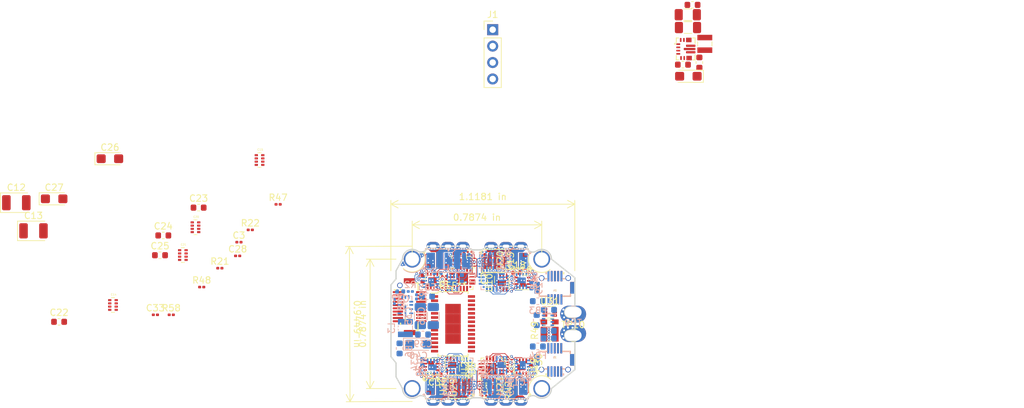
<source format=kicad_pcb>
(kicad_pcb (version 20171130) (host pcbnew "(5.1.4)-1")
  (layers (0 F.Cu signal) (1 In1.Cu signal) (2 In2.Cu signal) (3 In3.Cu signal) (4 In4.Cu signal) (5 In5.Cu signal) (6 In6.Cu signal) (31 B.Cu signal) (34 B.Paste user) (35 F.Paste user) (36 B.SilkS user) (37 F.SilkS user) (38 B.Mask user) (39 F.Mask user) (44 Edge.Cuts user))
  (net 0 "")
  (net 1 GND)
  (net 2 +5V)
  (net 3 +3V3)
  (net 4 +BATT)
  (net 5 "Net-(C10-Pad1)")
  (net 6 vol_sig)
  (net 7 curr_sig)
  (net 8 "Net-(R49-Pad4)")
  (net 9 "Net-(R49-Pad3)")
  (net 10 "Net-(R49-Pad2)")
  (net 11 "Net-(R58-Pad2)")
  (net 12 "Net-(C1-Pad1)")
  (net 13 "Net-(C3-Pad1)")
  (net 14 "Net-(C4-Pad1)")
  (net 15 "Net-(C6-Pad1)")
  (net 16 "Net-(C7-Pad1)")
  (net 17 "Net-(C11-Pad1)")
  (net 18 "Net-(C16-Pad1)")
  (net 19 "Net-(C29-Pad1)")
  (net 20 "Net-(L1-Pad1)")
  (net 21 "Net-(L1-Pad2)")
  (net 22 "Net-(L2-Pad1)")
  (net 23 "Net-(R21-Pad2)")
  (net 24 MB_ESC_1)
  (net 25 ESC_1_C2CK)
  (net 26 MC_ESC_1)
  (net 27 MA_ESC_1)
  (net 28 COM_ESC_1)
  (net 29 Ap_ESC_1)
  (net 30 Ac_ESC_1)
  (net 31 Bp_ESC_1)
  (net 32 Bc_ESC_1)
  (net 33 Cp_ESC_1)
  (net 34 Cc_ESC_1)
  (net 35 ESC_1_C2D)
  (net 36 "Net-(U5-Pad2)")
  (net 37 "Net-(U10-Pad5)")
  (net 38 "Net-(U14-Pad4)")
  (net 39 "Net-(U14-Pad8)")
  (net 40 OUT_A1)
  (net 41 OUT_A2)
  (net 42 "Net-(C9-Pad1)")
  (net 43 OUT_B2)
  (net 44 OUT_B1)
  (net 45 "Net-(C17-Pad1)")
  (net 46 OUT_C2)
  (net 47 OUT_C1)
  (net 48 MA_ESC_2)
  (net 49 MB_ESC_2)
  (net 50 ESC_2_C2CK)
  (net 51 MC_ESC_2)
  (net 52 COM_ESC_2)
  (net 53 Ap_ESC_2)
  (net 54 Ac_ESC_2)
  (net 55 Bp_ESC_2)
  (net 56 Bc_ESC_2)
  (net 57 Cp_ESC_2)
  (net 58 Cc_ESC_2)
  (net 59 ESC_2_C2D)
  (net 60 "Net-(U2-Pad7)")
  (net 61 "Net-(U2-Pad15)")
  (net 62 "Net-(U2-Pad16)")
  (net 63 ESC2_RX)
  (net 64 ESC_2_TX)
  (net 65 "Net-(U3-Pad5)")
  (net 66 "Net-(U3-Pad8)")
  (net 67 "Net-(U7-Pad8)")
  (net 68 "Net-(U7-Pad5)")
  (net 69 "Net-(U11-Pad5)")
  (net 70 "Net-(U11-Pad1)")
  (net 71 OUT_B3)
  (net 72 "Net-(C18-Pad1)")
  (net 73 OUT_C3)
  (net 74 "Net-(C19-Pad1)")
  (net 75 OUT_A3)
  (net 76 "Net-(C30-Pad1)")
  (net 77 OUT_B4)
  (net 78 "Net-(C31-Pad1)")
  (net 79 "Net-(C32-Pad1)")
  (net 80 OUT_C4)
  (net 81 "Net-(C34-Pad1)")
  (net 82 OUT_A4)
  (net 83 MP_PIN4)
  (net 84 I2C_SCL)
  (net 85 I2C_SDA)
  (net 86 UART4_RX)
  (net 87 UART4_TX)
  (net 88 UART1_TX)
  (net 89 UART1_RX)
  (net 90 MP_PIN1)
  (net 91 MP_PIN2)
  (net 92 UART2_RX)
  (net 93 UART2_TX)
  (net 94 UART3_TX)
  (net 95 UART3_RX)
  (net 96 MP_PIN3)
  (net 97 MC_ESC_3)
  (net 98 MA_ESC_3)
  (net 99 MB_ESC_3)
  (net 100 ESC_3_C2CK)
  (net 101 COM_ESC_3)
  (net 102 Cp_ESC_3)
  (net 103 Cc_ESC_3)
  (net 104 Bp_ESC_3)
  (net 105 Ap_ESC_3)
  (net 106 Ac_ESC_3)
  (net 107 Bc_ESC_3)
  (net 108 MC_ESC_4)
  (net 109 MA_ESC_4)
  (net 110 MB_ESC_4)
  (net 111 ESC_4_C2CK)
  (net 112 COM_ESC_4)
  (net 113 Cp_ESC_4)
  (net 114 Cc_ESC_4)
  (net 115 Bc_ESC_4)
  (net 116 Bp_ESC_4)
  (net 117 Ac_ESC_4)
  (net 118 Ap_ESC_4)
  (net 119 ESC_1_TX)
  (net 120 ESC1_RX)
  (net 121 "Net-(U1-Pad16)")
  (net 122 "Net-(U1-Pad15)")
  (net 123 "Net-(U1-Pad7)")
  (net 124 ESC_3_C2D)
  (net 125 "Net-(U6-Pad7)")
  (net 126 "Net-(U6-Pad15)")
  (net 127 "Net-(U6-Pad16)")
  (net 128 ESC3_RX)
  (net 129 ESC_3_TX)
  (net 130 "Net-(U10-Pad8)")
  (net 131 "Net-(U12-Pad8)")
  (net 132 "Net-(U12-Pad5)")
  (net 133 "Net-(U16-Pad8)")
  (net 134 "Net-(U16-Pad5)")
  (net 135 "Net-(U17-Pad5)")
  (net 136 "Net-(U17-Pad8)")
  (net 137 "Net-(U18-Pad5)")
  (net 138 "Net-(U18-Pad8)")
  (net 139 "Net-(U19-Pad8)")
  (net 140 "Net-(U19-Pad5)")
  (net 141 ESC_4_C2D)
  (net 142 "Net-(U24-Pad7)")
  (net 143 "Net-(U24-Pad15)")
  (net 144 "Net-(U24-Pad16)")
  (net 145 ESC4_RX)
  (net 146 ESC_4_TX)
  (net 147 "Net-(U25-Pad8)")
  (net 148 "Net-(U25-Pad5)")
  (net 149 "Net-(U27-Pad5)")
  (net 150 "Net-(U27-Pad8)")
  (net 151 "Net-(U28-Pad5)")
  (net 152 "Net-(U28-Pad8)")
  (net 153 "Net-(C35-Pad1)")
  (net 154 "Net-(C37-Pad1)")
  (net 155 "Net-(C38-Pad1)")
  (net 156 "Net-(C38-Pad2)")
  (net 157 "Net-(C39-Pad1)")
  (net 158 "Net-(R1-Pad2)")
  (net 159 "Net-(U32-Pad8)")
  (net 160 UART)
  (net 161 UART5_RX)
  (net 162 Video_out)
  (net 163 USB_N)
  (net 164 Video_in)
  (net 165 UART5_TX)
  (net 166 USB_P)
  (net 167 UART6_RX)
  (net 168 UART6_TX)
  (net 169 SPI1_CS)
  (net 170 SPI_1SCK)
  (net 171 SPI1_MOSI)
  (net 172 SPI1_MISO)
  (module Package_SO:TSSOP-28-1EP_4.4x9.7mm_P0.65mm (layer F.Cu) (at 178.8 72)
    (fp_text reference REF** (at 0 -5.9) (layer F.SilkS))
    (fp_text value TSSOP-28-1EP_4.4x9.7mm_P0.65mm)
    (pad 29 smd rect (at -0.6 -2.31375) (size 1.2 1.5425) (layers F.Cu F.Paste F.Mask))
    (pad 29 smd rect (at -0.6 -0.77125) (size 1.2 1.5425) (layers F.Cu F.Paste F.Mask))
    (pad 29 smd rect (at -0.6 0.77125) (size 1.2 1.5425) (layers F.Cu F.Paste F.Mask))
    (pad 29 smd rect (at -0.6 2.31375) (size 1.2 1.5425) (layers F.Cu F.Paste F.Mask))
    (pad 29 smd rect (at 0.6 -2.31375) (size 1.2 1.5425) (layers F.Cu F.Paste F.Mask))
    (pad 29 smd rect (at 0.6 -0.77125) (size 1.2 1.5425) (layers F.Cu F.Paste F.Mask))
    (pad 29 smd rect (at 0.6 0.77125) (size 1.2 1.5425) (layers F.Cu F.Paste F.Mask))
    (pad 29 smd rect (at 0.6 2.31375) (size 1.2 1.5425) (layers F.Cu F.Paste F.Mask))
    (pad 28 smd rect (at 2.85 -4.225) (size 1.1 0.4) (layers F.Cu F.Paste F.Mask))
    (pad 27 smd rect (at 2.85 -3.575) (size 1.1 0.4) (layers F.Cu F.Paste F.Mask))
    (pad 26 smd rect (at 2.85 -2.925) (size 1.1 0.4) (layers F.Cu F.Paste F.Mask))
    (pad 25 smd rect (at 2.85 -2.275) (size 1.1 0.4) (layers F.Cu F.Paste F.Mask))
    (pad 24 smd rect (at 2.85 -1.625) (size 1.1 0.4) (layers F.Cu F.Paste F.Mask))
    (pad 23 smd rect (at 2.85 -0.975) (size 1.1 0.4) (layers F.Cu F.Paste F.Mask))
    (pad 22 smd rect (at 2.85 -0.325) (size 1.1 0.4) (layers F.Cu F.Paste F.Mask))
    (pad 21 smd rect (at 2.85 0.325) (size 1.1 0.4) (layers F.Cu F.Paste F.Mask))
    (pad 20 smd rect (at 2.85 0.975) (size 1.1 0.4) (layers F.Cu F.Paste F.Mask))
    (pad 19 smd rect (at 2.85 1.625) (size 1.1 0.4) (layers F.Cu F.Paste F.Mask))
    (pad 18 smd rect (at 2.85 2.275) (size 1.1 0.4) (layers F.Cu F.Paste F.Mask))
    (pad 17 smd rect (at 2.85 2.925) (size 1.1 0.4) (layers F.Cu F.Paste F.Mask))
    (pad 16 smd rect (at 2.85 3.575) (size 1.1 0.4) (layers F.Cu F.Paste F.Mask))
    (pad 15 smd rect (at 2.85 4.225) (size 1.1 0.4) (layers F.Cu F.Paste F.Mask))
    (pad 14 smd rect (at -2.85 4.225) (size 1.1 0.4) (layers F.Cu F.Paste F.Mask))
    (pad 13 smd rect (at -2.85 3.575) (size 1.1 0.4) (layers F.Cu F.Paste F.Mask))
    (pad 12 smd rect (at -2.85 2.925) (size 1.1 0.4) (layers F.Cu F.Paste F.Mask))
    (pad 11 smd rect (at -2.85 2.275) (size 1.1 0.4) (layers F.Cu F.Paste F.Mask))
    (pad 10 smd rect (at -2.85 1.625) (size 1.1 0.4) (layers F.Cu F.Paste F.Mask))
    (pad 9 smd rect (at -2.85 0.975) (size 1.1 0.4) (layers F.Cu F.Paste F.Mask))
    (pad 8 smd rect (at -2.85 0.325) (size 1.1 0.4) (layers F.Cu F.Paste F.Mask))
    (pad 7 smd rect (at -2.85 -0.325) (size 1.1 0.4) (layers F.Cu F.Paste F.Mask))
    (pad 6 smd rect (at -2.85 -0.975) (size 1.1 0.4) (layers F.Cu F.Paste F.Mask))
    (pad 5 smd rect (at -2.85 -1.625) (size 1.1 0.4) (layers F.Cu F.Paste F.Mask))
    (pad 4 smd rect (at -2.85 -2.275) (size 1.1 0.4) (layers F.Cu F.Paste F.Mask))
    (pad 3 smd rect (at -2.85 -2.925) (size 1.1 0.4) (layers F.Cu F.Paste F.Mask))
    (pad 2 smd rect (at -2.85 -3.575) (size 1.1 0.4) (layers F.Cu F.Paste F.Mask))
    (pad 1 smd rect (at -2.85 -4.225) (size 1.1 0.4) (layers F.Cu F.Paste F.Mask))
  )
  (module ultimateFC:batt_conn_oval (layer B.Cu) (at 197.35 70.2)
    (fp_text reference TP9 (at 0 1.648) (layer B.SilkS) (effects (justify mirror)))
    (fp_text value BattPad+)
    (pad 2 thru_hole circle (at -1.4 0.8) (size 0.5 0.5) (drill 0.3) (layers *.Cu *.Mask))
    (pad 2 thru_hole circle (at -0.8 1.2) (size 0.5 0.5) (drill 0.3) (layers *.Cu *.Mask))
    (pad 2 thru_hole circle (at -0.1 1.2) (size 0.5 0.5) (drill 0.3) (layers *.Cu *.Mask))
    (pad 1 thru_hole oval (at 0 0) (size 3 2) (drill oval 2.6 1.6) (layers *.Cu *.Mask) (net 4 +BATT))
    (pad 1 smd oval (at 0 0.3) (size 4 2.6) (layers B.Cu B.Mask) (net 4 +BATT))
    (pad 2 thru_hole circle (at -1.5 -0.4) (size 0.5 0.5) (drill 0.3) (layers *.Cu *.Mask))
    (pad 2 thru_hole circle (at -1.7 0.2) (size 0.5 0.5) (drill 0.3) (layers *.Cu *.Mask))
    (pad 1 smd oval (at 0 0.3) (size 4 2.6) (layers F.Cu F.Mask) (net 4 +BATT))
  )
  (module ultimateFC:batt_conn_oval (layer F.Cu) (at 197.35 73.8)
    (fp_text reference TP10 (at 0 -1.648) (layer F.SilkS))
    (fp_text value BattPad-)
    (pad 2 thru_hole circle (at -1.4 -0.8) (size 0.5 0.5) (drill 0.3) (layers *.Cu *.Mask))
    (pad 2 thru_hole circle (at -0.8 -1.2) (size 0.5 0.5) (drill 0.3) (layers *.Cu *.Mask))
    (pad 2 thru_hole circle (at -0.1 -1.2) (size 0.5 0.5) (drill 0.3) (layers *.Cu *.Mask))
    (pad 1 thru_hole oval (at 0 0) (size 3 2) (drill oval 2.6 1.6) (layers *.Cu *.Mask) (net 8 "Net-(R49-Pad4)"))
    (pad 1 smd oval (at 0 -0.3) (size 4 2.6) (layers F.Cu F.Mask) (net 8 "Net-(R49-Pad4)"))
    (pad 2 thru_hole circle (at -1.5 0.4) (size 0.5 0.5) (drill 0.3) (layers *.Cu *.Mask))
    (pad 2 thru_hole circle (at -1.7 -0.2) (size 0.5 0.5) (drill 0.3) (layers *.Cu *.Mask))
    (pad 1 smd oval (at 0 -0.3) (size 4 2.6) (layers B.Cu B.Mask) (net 8 "Net-(R49-Pad4)"))
  )
  (module ultimateFC:Texas_RNX0012B (layer B.Cu) (at 171.45 69.25)
    (fp_text reference U32 (at 0 -0.15) (layer B.SilkS) (effects (font (size 0.3 0.3) (thickness 0.05)) (justify mirror)))
    (fp_text value LMR33630CQRNX)
    (pad 7 smd roundrect (at 0.5 -1.4 180) (size 0.25 0.6) (layers B.Cu B.Paste B.Mask) (net 158 "Net-(R1-Pad2)"))
    (pad 5 smd roundrect (at -0.5 -1.4 180) (size 0.25 0.6) (layers B.Cu B.Paste B.Mask) (net 154 "Net-(C37-Pad1)"))
    (pad 6 smd roundrect (at 0 -1.4 180) (size 0.25 0.6) (layers B.Cu B.Paste B.Mask) (net 1 GND))
    (pad 8 smd roundrect (at 0.9 -0.675 270) (size 0.25 0.6) (layers B.Cu B.Paste B.Mask) (net 159 "Net-(U32-Pad8)"))
    (pad 4 smd roundrect (at -0.9 -0.675 270) (size 0.25 0.6) (layers B.Cu B.Paste B.Mask) (net 156 "Net-(C38-Pad2)"))
    (pad 10 smd roundrect (at 0.9 0.475 270) (size 0.25 0.6) (layers B.Cu B.Paste B.Mask) (net 153 "Net-(C35-Pad1)"))
    (pad 9 smd roundrect (at 0.9 -0.175 270) (size 0.25 0.6) (layers B.Cu B.Paste B.Mask) (net 153 "Net-(C35-Pad1)"))
    (pad 11 smd roundrect (at 0.9 1.125 270) (size 0.25 0.6) (layers B.Cu B.Paste B.Mask) (net 1 GND))
    (pad 3 smd roundrect (at -0.9 -0.175 270) (size 0.25 0.6) (layers B.Cu B.Paste B.Mask) (net 155 "Net-(C38-Pad1)"))
    (pad 2 smd roundrect (at -0.9 0.475 270) (size 0.25 0.6) (layers B.Cu B.Paste B.Mask) (net 153 "Net-(C35-Pad1)"))
    (pad 1 smd roundrect (at -0.9 1.125 270) (size 0.25 0.6) (layers B.Cu B.Paste B.Mask) (net 1 GND))
    (pad 12 smd roundrect (at 0 0.788) (size 0.25 1.825) (layers B.Cu B.Paste B.Mask) (net 155 "Net-(C38-Pad1)"))
  )
  (module ultimateFC:PowerPAIR3x3 (layer B.Cu) (at 188.63 62.24 270)
    (fp_text reference U22 (at 0.1 2.55 90) (layer B.SilkS) (effects (justify mirror)))
    (fp_text value SIZ322DT-T1-GE3)
    (pad 1 smd rect (at -0.975 -1.386 270) (size 0.45 0.45) (layers B.Cu B.Paste B.Mask) (net 138 "Net-(U18-Pad8)"))
    (pad 2 smd rect (at -0.325 -1.386 270) (size 0.45 0.45) (layers B.Cu B.Paste B.Mask) (net 4 +BATT))
    (pad 2 smd rect (at 0.325 -1.386 270) (size 0.45 0.45) (layers B.Cu B.Paste B.Mask) (net 4 +BATT))
    (pad 2 smd rect (at 0.975 -1.386 270) (size 0.45 0.45) (layers B.Cu B.Paste B.Mask) (net 4 +BATT))
    (pad 2 smd rect (at 0 -0.671 270) (size 2.4 0.562) (layers B.Cu B.Paste B.Mask) (net 4 +BATT))
    (pad 3 smd rect (at 0 0.434 270) (size 2.4 1.036) (layers B.Cu B.Paste B.Mask) (net 40 OUT_A1))
    (pad 4 smd rect (at 0.975 1.386 270) (size 0.45 0.45) (layers B.Cu B.Paste B.Mask) (net 1 GND))
    (pad 4 smd rect (at 0.325 1.386 270) (size 0.45 0.45) (layers B.Cu B.Paste B.Mask) (net 1 GND))
    (pad 4 smd rect (at -0.325 1.386 270) (size 0.45 0.45) (layers B.Cu B.Paste B.Mask) (net 1 GND))
    (pad 5 smd rect (at -0.975 1.386 270) (size 0.45 0.45) (layers B.Cu B.Paste B.Mask) (net 137 "Net-(U18-Pad5)"))
  )
  (module MountingHole:MountingHole_2.2mm_M2_DIN965_Pad (layer F.Cu) (at 192.5 82 180)
    (fp_text reference REF** hide)
    (fp_text value MountingHole_2.2mm_M2_DIN965_Pad hide)
    (pad 1 thru_hole circle (at 0 0 180) (size 2.6 2.6) (drill 2.1) (layers *.Cu *.Mask))
  )
  (module MountingHole:MountingHole_2.2mm_M2_DIN965_Pad (layer B.Cu) (at 192.5 62 180)
    (fp_text reference REF** hide)
    (fp_text value MountingHole_2.2mm_M2_DIN965_Pad hide)
    (pad 1 thru_hole circle (at 0 0 180) (size 2.6 2.6) (drill 2.1) (layers *.Cu *.Mask))
  )
  (module MountingHole:MountingHole_2.2mm_M2_DIN965_Pad (layer F.Cu) (at 172.5 62)
    (fp_text reference REF** hide)
    (fp_text value MountingHole_2.2mm_M2_DIN965_Pad hide)
    (pad 1 thru_hole circle (at 0 0) (size 2.6 2.6) (drill 2.1) (layers *.Cu *.Mask))
  )
  (module MountingHole:MountingHole_2.2mm_M2_DIN965_Pad (layer F.Cu) (at 172.5 82)
    (fp_text reference REF** hide)
    (fp_text value MountingHole_2.2mm_M2_DIN965_Pad hide)
    (pad 1 thru_hole circle (at 0 0) (size 2.6 2.6) (drill 2.1) (layers *.Cu *.Mask))
  )
  (module Resistor_SMD:R_Array_Convex_4x0402 (layer F.Cu) (at 179.72 61.65 90)
    (fp_text reference RN7 hide)
    (fp_text value 10k)
    (pad 5 smd rect (at 0.5 0.75 90) (size 0.5 0.4) (layers F.Cu F.Paste F.Mask) (net 43 OUT_B2))
    (pad 6 smd rect (at 0.5 0.25 90) (size 0.5 0.3) (layers F.Cu F.Paste F.Mask) (net 46 OUT_C2))
    (pad 8 smd rect (at 0.5 -0.75 90) (size 0.5 0.4) (layers F.Cu F.Paste F.Mask) (net 50 ESC_2_C2CK))
    (pad 7 smd rect (at 0.5 -0.25 90) (size 0.5 0.3) (layers F.Cu F.Paste F.Mask) (net 41 OUT_A2))
    (pad 4 smd rect (at -0.5 0.75 90) (size 0.5 0.4) (layers F.Cu F.Paste F.Mask) (net 49 MB_ESC_2))
    (pad 2 smd rect (at -0.5 -0.25 90) (size 0.5 0.3) (layers F.Cu F.Paste F.Mask) (net 48 MA_ESC_2))
    (pad 3 smd rect (at -0.5 0.25 90) (size 0.5 0.3) (layers F.Cu F.Paste F.Mask) (net 51 MC_ESC_2))
    (pad 1 smd rect (at -0.5 -0.75 90) (size 0.5 0.4) (layers F.Cu F.Paste F.Mask) (net 3 +3V3))
  )
  (module ultimateFC:EXB18V_0201x4 (layer F.Cu) (at 177.43 66.24 270)
    (fp_text reference RN13 hide)
    (fp_text value 2k)
    (pad 2 smd roundrect (at -0.2 0.3 270) (size 0.2 0.3) (layers F.Cu F.Paste F.Mask) (roundrect_rratio 0.1) (net 55 Bp_ESC_2))
    (pad 4 smd roundrect (at 0.6 0.3 90) (size 0.2 0.3) (layers F.Cu F.Paste F.Mask) (roundrect_rratio 0.1) (net 2 +5V))
    (pad 3 smd roundrect (at 0.2 0.3 90) (size 0.2 0.3) (layers F.Cu F.Paste F.Mask) (roundrect_rratio 0.1) (net 53 Ap_ESC_2))
    (pad 1 smd roundrect (at -0.6 0.3 270) (size 0.2 0.3) (layers F.Cu F.Paste F.Mask) (roundrect_rratio 0.1) (net 2 +5V))
    (pad 5 smd roundrect (at 0.6 -0.3 90) (size 0.2 0.3) (layers F.Cu F.Paste F.Mask) (roundrect_rratio 0.1) (net 53 Ap_ESC_2))
    (pad 6 smd roundrect (at 0.2 -0.3 90) (size 0.2 0.3) (layers F.Cu F.Paste F.Mask) (roundrect_rratio 0.1) (net 54 Ac_ESC_2))
    (pad 8 smd roundrect (at -0.6 -0.3 270) (size 0.2 0.3) (layers F.Cu F.Paste F.Mask) (roundrect_rratio 0.1) (net 55 Bp_ESC_2))
    (pad 7 smd roundrect (at -0.2 -0.3 270) (size 0.2 0.3) (layers F.Cu F.Paste F.Mask) (roundrect_rratio 0.1) (net 56 Bc_ESC_2))
  )
  (module ultimateFC:EXB18V_0201x4 (layer F.Cu) (at 181.77 62.48 90)
    (fp_text reference RN9 hide)
    (fp_text value 2k)
    (pad 7 smd roundrect (at -0.2 -0.3 90) (size 0.2 0.3) (layers F.Cu F.Paste F.Mask) (roundrect_rratio 0.1) (net 51 MC_ESC_2))
    (pad 8 smd roundrect (at -0.6 -0.3 90) (size 0.2 0.3) (layers F.Cu F.Paste F.Mask) (roundrect_rratio 0.1) (net 51 MC_ESC_2))
    (pad 6 smd roundrect (at 0.2 -0.3 270) (size 0.2 0.3) (layers F.Cu F.Paste F.Mask) (roundrect_rratio 0.1) (net 49 MB_ESC_2))
    (pad 5 smd roundrect (at 0.6 -0.3 270) (size 0.2 0.3) (layers F.Cu F.Paste F.Mask) (roundrect_rratio 0.1) (net 49 MB_ESC_2))
    (pad 1 smd roundrect (at -0.6 0.3 90) (size 0.2 0.3) (layers F.Cu F.Paste F.Mask) (roundrect_rratio 0.1) (net 52 COM_ESC_2))
    (pad 3 smd roundrect (at 0.2 0.3 270) (size 0.2 0.3) (layers F.Cu F.Paste F.Mask) (roundrect_rratio 0.1) (net 1 GND))
    (pad 4 smd roundrect (at 0.6 0.3 270) (size 0.2 0.3) (layers F.Cu F.Paste F.Mask) (roundrect_rratio 0.1) (net 52 COM_ESC_2))
    (pad 2 smd roundrect (at -0.2 0.3 90) (size 0.2 0.3) (layers F.Cu F.Paste F.Mask) (roundrect_rratio 0.1) (net 1 GND))
  )
  (module Capacitor_SMD:C_0402_1005Metric (layer B.Cu) (at 180.17 64.965 90)
    (fp_text reference C10 hide)
    (fp_text value 100nF)
    (pad 2 smd roundrect (at 0.485 0 90) (size 0.59 0.64) (layers B.Cu B.Paste B.Mask) (net 43 OUT_B2))
    (pad 1 smd roundrect (at -0.485 0 90) (size 0.59 0.64) (layers B.Cu B.Paste B.Mask) (net 5 "Net-(C10-Pad1)"))
  )
  (module Capacitor_SMD:C_1206_3216Metric (layer F.Cu) (at 215.08 26.19 180)
    (fp_text reference C1 hide)
    (fp_text value 10µF)
    (pad 2 smd roundrect (at 1.4 0 180) (size 1.25 1.75) (layers F.Cu F.Paste F.Mask) (roundrect_rratio 0.2) (net 1 GND))
    (pad 1 smd roundrect (at -1.4 0 180) (size 1.25 1.75) (layers F.Cu F.Paste F.Mask) (roundrect_rratio 0.2) (net 12 "Net-(C1-Pad1)"))
  )
  (module Capacitor_SMD:C_1206_3216Metric (layer F.Cu) (at 215.05 24.21 180)
    (fp_text reference C2 hide)
    (fp_text value 10µF)
    (pad 1 smd roundrect (at -1.4 0 180) (size 1.25 1.75) (layers F.Cu F.Paste F.Mask) (roundrect_rratio 0.2) (net 12 "Net-(C1-Pad1)"))
    (pad 2 smd roundrect (at 1.4 0 180) (size 1.25 1.75) (layers F.Cu F.Paste F.Mask) (roundrect_rratio 0.2) (net 1 GND))
  )
  (module Capacitor_SMD:C_0603_1608Metric (layer F.Cu) (at 214.3 31.93 180)
    (fp_text reference C4 hide)
    (fp_text value 10µF)
    (pad 1 smd roundrect (at -0.7875 0 180) (size 0.875 0.95) (layers F.Cu F.Paste F.Mask) (net 14 "Net-(C4-Pad1)"))
    (pad 2 smd roundrect (at 0.7875 0 180) (size 0.875 0.95) (layers F.Cu F.Paste F.Mask) (net 1 GND))
  )
  (module Capacitor_Tantalum_SMD:CP_EIA-3216-10_Kemet-I (layer F.Cu) (at 215.14 33.72 180)
    (fp_text reference C5 hide)
    (fp_text value 100µF)
    (pad 1 smd roundrect (at -1.35 0 180) (size 1.4 1.35) (layers F.Cu F.Paste F.Mask) (roundrect_rratio 0.185185) (net 14 "Net-(C4-Pad1)"))
    (pad 2 smd roundrect (at 1.35 0 180) (size 1.4 1.35) (layers F.Cu F.Paste F.Mask) (roundrect_rratio 0.185185) (net 1 GND))
  )
  (module Capacitor_SMD:C_0603_1608Metric (layer B.Cu) (at 193.6125 69.83)
    (fp_text reference C6 hide)
    (fp_text value 10µF)
    (pad 1 smd roundrect (at -0.7875 0) (size 0.875 0.95) (layers B.Cu B.Paste B.Mask) (net 15 "Net-(C6-Pad1)"))
    (pad 2 smd roundrect (at 0.7875 0) (size 0.875 0.95) (layers B.Cu B.Paste B.Mask) (net 1 GND))
  )
  (module Capacitor_SMD:C_0603_1608Metric (layer B.Cu) (at 193.58 74.24)
    (fp_text reference C8 hide)
    (fp_text value 10µF)
    (pad 1 smd roundrect (at -0.7875 0) (size 0.875 0.95) (layers B.Cu B.Paste B.Mask) (net 17 "Net-(C11-Pad1)"))
    (pad 2 smd roundrect (at 0.7875 0) (size 0.875 0.95) (layers B.Cu B.Paste B.Mask) (net 1 GND))
  )
  (module Capacitor_SMD:C_0603_1608Metric (layer B.Cu) (at 193.58 73.08)
    (fp_text reference C11 hide)
    (fp_text value 10µF)
    (pad 2 smd roundrect (at 0.7875 0) (size 0.875 0.95) (layers B.Cu B.Paste B.Mask) (net 1 GND))
    (pad 1 smd roundrect (at -0.7875 0) (size 0.875 0.95) (layers B.Cu B.Paste B.Mask) (net 17 "Net-(C11-Pad1)"))
  )
  (module Inductor_SMD:L_0603_1608Metric (layer F.Cu) (at 215.78 22.69 180)
    (fp_text reference FB1 hide)
    (fp_text value 220R@100Mhz)
    (pad 1 smd roundrect (at -0.7875 0 180) (size 0.875 0.95) (layers F.Cu F.Paste F.Mask) (net 12 "Net-(C1-Pad1)"))
    (pad 2 smd roundrect (at 0.7875 0 180) (size 0.875 0.95) (layers F.Cu F.Paste F.Mask) (net 4 +BATT))
  )
  (module Inductor_SMD:L_0603_1608Metric (layer F.Cu) (at 216.84 31.6 270)
    (fp_text reference FB2 hide)
    (fp_text value 220R@100Mhz)
    (pad 2 smd roundrect (at 0.7875 0 270) (size 0.875 0.95) (layers F.Cu F.Paste F.Mask) (net 14 "Net-(C4-Pad1)"))
    (pad 1 smd roundrect (at -0.7875 0 270) (size 0.875 0.95) (layers F.Cu F.Paste F.Mask) (net 2 +5V))
  )
  (module Inductor_SMD:L_Wuerth_MAPI-2506 (layer F.Cu) (at 217.68 28.715 270)
    (fp_text reference L1 hide)
    (fp_text value 1µH)
    (pad 1 smd rect (at -0.975 0 270) (size 0.85 2.3) (layers F.Cu F.Paste F.Mask) (net 20 "Net-(L1-Pad1)"))
    (pad 2 smd rect (at 0.975 0 270) (size 0.85 2.3) (layers F.Cu F.Paste F.Mask) (net 21 "Net-(L1-Pad2)"))
  )
  (module Inductor_SMD:L_0603_1608Metric (layer B.Cu) (at 191.72 71.43 270)
    (fp_text reference L2 hide)
    (fp_text value 470nH)
    (pad 2 smd roundrect (at 0.7875 0 270) (size 0.875 0.95) (layers B.Cu B.Paste B.Mask) (net 17 "Net-(C11-Pad1)"))
    (pad 1 smd roundrect (at -0.7875 0 270) (size 0.875 0.95) (layers B.Cu B.Paste B.Mask) (net 22 "Net-(L2-Pad1)"))
  )
  (module ultimateFC:TEXAS_15-VQFN-HR (layer F.Cu) (at 214.73 29.51 270)
    (fp_text reference U5 hide)
    (fp_text value TPS630701)
    (pad 1 smd roundrect (at -0.75 1.15 270) (size 0.25 0.6) (layers F.Cu F.Paste F.Mask) (roundrect_rratio 0.2) (net 12 "Net-(C1-Pad1)"))
    (pad 2 smd roundrect (at -0.25 1.15 270) (size 0.25 0.6) (layers F.Cu F.Paste F.Mask) (roundrect_rratio 0.2) (net 36 "Net-(U5-Pad2)"))
    (pad 3 smd roundrect (at 0.25 1.15 270) (size 0.25 0.6) (layers F.Cu F.Paste F.Mask) (roundrect_rratio 0.2) (net 13 "Net-(C3-Pad1)"))
    (pad 4 smd roundrect (at 0.75 1.15 270) (size 0.25 0.6) (layers F.Cu F.Paste F.Mask) (roundrect_rratio 0.2) (net 1 GND))
    (pad 5 smd roundrect (at 1.4 0.725) (size 0.25 0.6) (layers F.Cu F.Paste F.Mask) (roundrect_rratio 0.2) (net 14 "Net-(C4-Pad1)"))
    (pad 6 smd roundrect (at 1.4 0.225) (size 0.25 0.6) (layers F.Cu F.Paste F.Mask) (roundrect_rratio 0.2) (net 1 GND))
    (pad 7 smd roundrect (at 1.4 -0.275) (size 0.25 0.6) (layers F.Cu F.Paste F.Mask) (roundrect_rratio 0.2) (net 14 "Net-(C4-Pad1)"))
    (pad 7 smd roundrect (at 1.4 -0.775) (size 0.25 0.6) (layers F.Cu F.Paste F.Mask) (roundrect_rratio 0.2) (net 14 "Net-(C4-Pad1)"))
    (pad 7 smd rect (at 1.225 -0.525 90) (size 0.25 0.6) (layers F.Cu F.Paste F.Mask) (net 14 "Net-(C4-Pad1)"))
    (pad 13 smd rect (at -1.225 -0.5 270) (size 0.25 0.6) (layers F.Cu F.Paste F.Mask) (net 12 "Net-(C1-Pad1)"))
    (pad 13 smd roundrect (at -1.4 -0.725 180) (size 0.25 0.6) (layers F.Cu F.Paste F.Mask) (roundrect_rratio 0.2) (net 12 "Net-(C1-Pad1)"))
    (pad 14 smd roundrect (at -1.4 0.275 180) (size 0.25 0.6) (layers F.Cu F.Paste F.Mask) (roundrect_rratio 0.2) (net 12 "Net-(C1-Pad1)"))
    (pad 13 smd roundrect (at -1.4 -0.225 180) (size 0.25 0.6) (layers F.Cu F.Paste F.Mask) (roundrect_rratio 0.2) (net 12 "Net-(C1-Pad1)"))
    (pad 15 smd roundrect (at -1.4 0.775 180) (size 0.25 0.6) (layers F.Cu F.Paste F.Mask) (roundrect_rratio 0.2) (net 1 GND))
    (pad 10 smd roundrect (at 0 -0.6 270) (size 0.35 1.8) (layers F.Cu F.Mask) (roundrect_rratio 0.2) (net 1 GND))
    (pad 9 smd roundrect (at 0.5 -0.775 270) (size 0.35 1.45) (layers F.Cu F.Mask) (roundrect_rratio 0.2) (net 21 "Net-(L1-Pad2)"))
    (pad 11 smd roundrect (at -0.5 -0.775 270) (size 0.35 1.45) (layers F.Cu F.Mask) (roundrect_rratio 0.2) (net 20 "Net-(L1-Pad1)"))
    (pad 7 smd roundrect (at 1.4 -0.525) (size 0.85 0.7) (layers F.Cu) (roundrect_rratio 0.07099999999999999) (net 14 "Net-(C4-Pad1)"))
    (pad 13 smd roundrect (at -1.4 -0.475) (size 0.85 0.7) (layers F.Cu) (roundrect_rratio 0.07099999999999999) (net 12 "Net-(C1-Pad1)"))
  )
  (module ultimateFC:VSON-8HR (layer B.Cu) (at 193.46 71.46 180)
    (fp_text reference U14 hide)
    (fp_text value TPS62821)
    (pad 1 smd roundrect (at -0.675 0.75 180) (size 0.55 0.25) (layers B.Cu B.Paste B.Mask) (roundrect_rratio 0.2) (net 15 "Net-(C6-Pad1)"))
    (pad 2 smd roundrect (at -0.675 0.25 180) (size 0.55 0.25) (layers B.Cu B.Paste B.Mask) (roundrect_rratio 0.2) (net 23 "Net-(R21-Pad2)"))
    (pad 3 smd roundrect (at -0.675 -0.25 180) (size 0.55 0.25) (layers B.Cu B.Paste B.Mask) (roundrect_rratio 0.2) (net 1 GND))
    (pad 4 smd roundrect (at -0.675 -0.75 180) (size 0.55 0.25) (layers B.Cu B.Paste B.Mask) (roundrect_rratio 0.2) (net 38 "Net-(U14-Pad4)"))
    (pad 5 smd roundrect (at 0.675 -0.75) (size 0.55 0.25) (layers B.Cu B.Paste B.Mask) (roundrect_rratio 0.2) (net 1 GND))
    (pad 6 smd roundrect (at 0.675 -0.25) (size 0.55 0.25) (layers B.Cu B.Paste B.Mask) (roundrect_rratio 0.2) (net 22 "Net-(L2-Pad1)"))
    (pad 7 smd roundrect (at 0.675 0.25) (size 0.55 0.25) (layers B.Cu B.Paste B.Mask) (roundrect_rratio 0.2) (net 15 "Net-(C6-Pad1)"))
    (pad 8 smd roundrect (at 0.675 0.75) (size 0.55 0.25) (layers B.Cu B.Paste B.Mask) (roundrect_rratio 0.2) (net 39 "Net-(U14-Pad8)"))
  )
  (module ultimateFC:EXB14V_0201x2 (layer F.Cu) (at 181.37 61.13 270)
    (fp_text reference RN8 hide)
    (fp_text value 2k)
    (pad 1 smd roundrect (at -0.25 0.3 270) (size 0.3 0.3) (layers F.Cu F.Paste F.Mask) (roundrect_rratio 0.1) (net 48 MA_ESC_2))
    (pad 2 smd roundrect (at 0.25 0.3 270) (size 0.3 0.3) (layers F.Cu F.Paste F.Mask) (roundrect_rratio 0.1) (net 48 MA_ESC_2))
    (pad 3 smd roundrect (at 0.25 -0.3 90) (size 0.3 0.3) (layers F.Cu F.Paste F.Mask) (roundrect_rratio 0.1) (net 1 GND))
    (pad 4 smd roundrect (at -0.25 -0.3 90) (size 0.3 0.3) (layers F.Cu F.Paste F.Mask) (roundrect_rratio 0.1) (net 52 COM_ESC_2))
  )
  (module ultimateFC:EXB14V_0201x2 (layer F.Cu) (at 177.44 64.85 90)
    (fp_text reference RN12 hide)
    (fp_text value 1k)
    (pad 1 smd roundrect (at -0.25 0.3 90) (size 0.3 0.3) (layers F.Cu F.Paste F.Mask) (roundrect_rratio 0.1) (net 57 Cp_ESC_2))
    (pad 2 smd roundrect (at 0.25 0.3 90) (size 0.3 0.3) (layers F.Cu F.Paste F.Mask) (roundrect_rratio 0.1) (net 58 Cc_ESC_2))
    (pad 3 smd roundrect (at 0.25 -0.3 270) (size 0.3 0.3) (layers F.Cu F.Paste F.Mask) (roundrect_rratio 0.1) (net 57 Cp_ESC_2))
    (pad 4 smd roundrect (at -0.25 -0.3 270) (size 0.3 0.3) (layers F.Cu F.Paste F.Mask) (roundrect_rratio 0.1) (net 2 +5V))
  )
  (module Package_DFN_QFN:SiliconLabs_QFN-20-1EP_3x3mm_P0.5mm (layer F.Cu) (at 180.22 65.03 270)
    (fp_text reference U2 hide)
    (fp_text value EFM8BB21F16G-C-QFN20R)
    (pad 21 smd rect (at 0 0 270) (size 1.8 1.8) (layers F.Cu F.Mask) (net 1 GND))
    (pad 20 smd rect (at -0.75 -1.55) (size 0.9 0.3) (layers F.Cu F.Paste F.Mask) (net 49 MB_ESC_2))
    (pad 19 smd rect (at -0.25 -1.55) (size 0.9 0.3) (layers F.Cu F.Paste F.Mask) (net 52 COM_ESC_2))
    (pad 18 smd rect (at 0.25 -1.55) (size 0.9 0.3) (layers F.Cu F.Paste F.Mask) (net 64 ESC_2_TX))
    (pad 17 smd rect (at 0.75 -1.55) (size 0.9 0.3) (layers F.Cu F.Paste F.Mask) (net 63 ESC2_RX))
    (pad 16 smd rect (at 1.25 -1.25 270) (size 0.3 0.3) (layers F.Cu F.Paste F.Mask) (net 62 "Net-(U2-Pad16)"))
    (pad 15 smd rect (at 1.55 -0.75 270) (size 0.9 0.3) (layers F.Cu F.Paste F.Mask) (net 61 "Net-(U2-Pad15)"))
    (pad 14 smd rect (at 1.55 -0.25 270) (size 0.9 0.3) (layers F.Cu F.Paste F.Mask) (net 53 Ap_ESC_2))
    (pad 13 smd rect (at 1.55 0.25 270) (size 0.9 0.3) (layers F.Cu F.Paste F.Mask) (net 54 Ac_ESC_2))
    (pad 12 smd rect (at 1.55 0.75 270) (size 0.9 0.3) (layers F.Cu F.Paste F.Mask) (net 1 GND))
    (pad 11 smd rect (at 1.25 1.25 270) (size 0.3 0.3) (layers F.Cu F.Paste F.Mask) (net 56 Bc_ESC_2))
    (pad 10 smd rect (at 0.75 1.55) (size 0.9 0.3) (layers F.Cu F.Paste F.Mask) (net 55 Bp_ESC_2))
    (pad 9 smd rect (at 0.25 1.55) (size 0.9 0.3) (layers F.Cu F.Paste F.Mask) (net 57 Cp_ESC_2))
    (pad 8 smd rect (at -0.25 1.55) (size 0.9 0.3) (layers F.Cu F.Paste F.Mask) (net 58 Cc_ESC_2))
    (pad 7 smd rect (at -0.75 1.55) (size 0.9 0.3) (layers F.Cu F.Paste F.Mask) (net 60 "Net-(U2-Pad7)"))
    (pad 6 smd rect (at -1.25 1.25 270) (size 0.3 0.3) (layers F.Cu F.Paste F.Mask) (net 59 ESC_2_C2D))
    (pad 5 smd rect (at -1.55 0.75 270) (size 0.9 0.3) (layers F.Cu F.Paste F.Mask) (net 50 ESC_2_C2CK))
    (pad 4 smd rect (at -1.55 0.25 270) (size 0.9 0.3) (layers F.Cu F.Paste F.Mask) (net 3 +3V3))
    (pad 3 smd rect (at -1.55 -0.25 270) (size 0.9 0.3) (layers F.Cu F.Paste F.Mask) (net 1 GND))
    (pad 2 smd rect (at -1.55 -0.75 270) (size 0.9 0.3) (layers F.Cu F.Paste F.Mask) (net 48 MA_ESC_2))
    (pad 1 smd rect (at -1.25 -1.25 270) (size 0.3 0.3) (layers F.Cu F.Paste F.Mask) (net 51 MC_ESC_2))
  )
  (module Package_DFN_QFN:DFN-8-1EP_2x2mm_P0.5mm_EP0.9x1.3mm (layer F.Cu) (at 175.63 65.26 90)
    (fp_text reference U3 hide)
    (fp_text value NCP81253MNTBG)
    (pad 9 smd rect (at 0 0 90) (size 0.9 1.3) (layers F.Cu F.Mask) (net 1 GND))
    (pad 8 smd roundrect (at 1 -0.75 90) (size 0.7 0.25) (layers F.Cu F.Paste F.Mask) (net 66 "Net-(U3-Pad8)"))
    (pad 7 smd roundrect (at 1 -0.25 90) (size 0.7 0.25) (layers F.Cu F.Paste F.Mask) (net 41 OUT_A2))
    (pad 6 smd roundrect (at 1 0.25 90) (size 0.7 0.25) (layers F.Cu F.Paste F.Mask) (net 1 GND))
    (pad 5 smd roundrect (at 1 0.75 90) (size 0.7 0.25) (layers F.Cu F.Paste F.Mask) (net 65 "Net-(U3-Pad5)"))
    (pad 4 smd roundrect (at -1 0.75 90) (size 0.7 0.25) (layers F.Cu F.Paste F.Mask) (net 2 +5V))
    (pad 3 smd roundrect (at -1 0.25 90) (size 0.7 0.25) (layers F.Cu F.Paste F.Mask) (net 2 +5V))
    (pad 2 smd roundrect (at -1 -0.25 90) (size 0.7 0.25) (layers F.Cu F.Paste F.Mask) (net 53 Ap_ESC_2))
    (pad 1 smd roundrect (at -1 -0.75 90) (size 0.7 0.25) (layers F.Cu F.Paste F.Mask) (net 42 "Net-(C9-Pad1)"))
  )
  (module ultimateFC:PowerPAIR3x3 (layer F.Cu) (at 176.366 62.22 270)
    (fp_text reference U4 hide)
    (fp_text value SIZ322DT-T1-GE3)
    (pad 1 smd rect (at -0.975 1.386 270) (size 0.45 0.45) (layers F.Cu F.Paste F.Mask) (net 66 "Net-(U3-Pad8)"))
    (pad 2 smd rect (at -0.325 1.386 270) (size 0.45 0.45) (layers F.Cu F.Paste F.Mask) (net 4 +BATT))
    (pad 2 smd rect (at 0.325 1.386 270) (size 0.45 0.45) (layers F.Cu F.Paste F.Mask) (net 4 +BATT))
    (pad 2 smd rect (at 0.975 1.386 270) (size 0.45 0.45) (layers F.Cu F.Paste F.Mask) (net 4 +BATT))
    (pad 2 smd rect (at 0 0.671 270) (size 2.4 0.562) (layers F.Cu F.Paste F.Mask) (net 4 +BATT))
    (pad 3 smd rect (at 0 -0.434 270) (size 2.4 1.036) (layers F.Cu F.Paste F.Mask) (net 41 OUT_A2))
    (pad 4 smd rect (at 0.975 -1.386 270) (size 0.45 0.45) (layers F.Cu F.Paste F.Mask) (net 1 GND))
    (pad 4 smd rect (at 0.325 -1.386 270) (size 0.45 0.45) (layers F.Cu F.Paste F.Mask) (net 1 GND))
    (pad 4 smd rect (at -0.325 -1.386 270) (size 0.45 0.45) (layers F.Cu F.Paste F.Mask) (net 1 GND))
    (pad 5 smd rect (at -0.975 -1.386 270) (size 0.45 0.45) (layers F.Cu F.Paste F.Mask) (net 65 "Net-(U3-Pad5)"))
  )
  (module Package_DFN_QFN:DFN-8-1EP_2x2mm_P0.5mm_EP0.9x1.3mm (layer B.Cu) (at 178.67 65.63 90)
    (fp_text reference U7 hide)
    (fp_text value NCP81253MNTBG)
    (pad 1 smd roundrect (at -1 0.75 90) (size 0.7 0.25) (layers B.Cu B.Paste B.Mask) (net 5 "Net-(C10-Pad1)"))
    (pad 2 smd roundrect (at -1 0.25 90) (size 0.7 0.25) (layers B.Cu B.Paste B.Mask) (net 55 Bp_ESC_2))
    (pad 3 smd roundrect (at -1 -0.25 90) (size 0.7 0.25) (layers B.Cu B.Paste B.Mask) (net 2 +5V))
    (pad 4 smd roundrect (at -1 -0.75 90) (size 0.7 0.25) (layers B.Cu B.Paste B.Mask) (net 2 +5V))
    (pad 5 smd roundrect (at 1 -0.75 90) (size 0.7 0.25) (layers B.Cu B.Paste B.Mask) (net 68 "Net-(U7-Pad5)"))
    (pad 6 smd roundrect (at 1 -0.25 90) (size 0.7 0.25) (layers B.Cu B.Paste B.Mask) (net 1 GND))
    (pad 7 smd roundrect (at 1 0.25 90) (size 0.7 0.25) (layers B.Cu B.Paste B.Mask) (net 43 OUT_B2))
    (pad 8 smd roundrect (at 1 0.75 90) (size 0.7 0.25) (layers B.Cu B.Paste B.Mask) (net 67 "Net-(U7-Pad8)"))
    (pad 9 smd rect (at 0 0 90) (size 0.9 1.3) (layers B.Cu B.Mask) (net 1 GND))
  )
  (module ultimateFC:PowerPAIR3x3 (layer B.Cu) (at 179.85 62.24 270)
    (fp_text reference U8 hide)
    (fp_text value SIZ322DT-T1-GE3)
    (pad 5 smd rect (at -0.975 1.386 270) (size 0.45 0.45) (layers B.Cu B.Paste B.Mask) (net 68 "Net-(U7-Pad5)"))
    (pad 4 smd rect (at -0.325 1.386 270) (size 0.45 0.45) (layers B.Cu B.Paste B.Mask) (net 1 GND))
    (pad 4 smd rect (at 0.325 1.386 270) (size 0.45 0.45) (layers B.Cu B.Paste B.Mask) (net 1 GND))
    (pad 4 smd rect (at 0.975 1.386 270) (size 0.45 0.45) (layers B.Cu B.Paste B.Mask) (net 1 GND))
    (pad 3 smd rect (at 0 0.434 270) (size 2.4 1.036) (layers B.Cu B.Paste B.Mask) (net 43 OUT_B2))
    (pad 2 smd rect (at 0 -0.671 270) (size 2.4 0.562) (layers B.Cu B.Paste B.Mask) (net 4 +BATT))
    (pad 2 smd rect (at 0.975 -1.386 270) (size 0.45 0.45) (layers B.Cu B.Paste B.Mask) (net 4 +BATT))
    (pad 2 smd rect (at 0.325 -1.386 270) (size 0.45 0.45) (layers B.Cu B.Paste B.Mask) (net 4 +BATT))
    (pad 2 smd rect (at -0.325 -1.386 270) (size 0.45 0.45) (layers B.Cu B.Paste B.Mask) (net 4 +BATT))
    (pad 1 smd rect (at -0.975 -1.386 270) (size 0.45 0.45) (layers B.Cu B.Paste B.Mask) (net 67 "Net-(U7-Pad8)"))
  )
  (module Package_DFN_QFN:DFN-8-1EP_2x2mm_P0.5mm_EP0.9x1.3mm (layer B.Cu) (at 175.44 65.58 180)
    (fp_text reference U9 hide)
    (fp_text value NCP81253MNTBG)
    (pad 9 smd rect (at 0 0 180) (size 0.9 1.3) (layers B.Cu B.Mask) (net 1 GND))
    (pad 8 smd roundrect (at 1 0.75 180) (size 0.7 0.25) (layers B.Cu B.Paste B.Mask) (net 70 "Net-(U11-Pad1)"))
    (pad 7 smd roundrect (at 1 0.25 180) (size 0.7 0.25) (layers B.Cu B.Paste B.Mask) (net 46 OUT_C2))
    (pad 6 smd roundrect (at 1 -0.25 180) (size 0.7 0.25) (layers B.Cu B.Paste B.Mask) (net 1 GND))
    (pad 5 smd roundrect (at 1 -0.75 180) (size 0.7 0.25) (layers B.Cu B.Paste B.Mask) (net 69 "Net-(U11-Pad5)"))
    (pad 4 smd roundrect (at -1 -0.75 180) (size 0.7 0.25) (layers B.Cu B.Paste B.Mask) (net 2 +5V))
    (pad 3 smd roundrect (at -1 -0.25 180) (size 0.7 0.25) (layers B.Cu B.Paste B.Mask) (net 2 +5V))
    (pad 2 smd roundrect (at -1 0.25 180) (size 0.7 0.25) (layers B.Cu B.Paste B.Mask) (net 57 Cp_ESC_2))
    (pad 1 smd roundrect (at -1 0.75 180) (size 0.7 0.25) (layers B.Cu B.Paste B.Mask) (net 45 "Net-(C17-Pad1)"))
  )
  (module ultimateFC:PowerPAIR3x3 (layer B.Cu) (at 176.346 62.21 90)
    (fp_text reference U11 hide)
    (fp_text value SIZ322DT-T1-GE3)
    (pad 5 smd rect (at -0.975 1.386 90) (size 0.45 0.45) (layers B.Cu B.Paste B.Mask) (net 69 "Net-(U11-Pad5)"))
    (pad 4 smd rect (at -0.325 1.386 90) (size 0.45 0.45) (layers B.Cu B.Paste B.Mask) (net 1 GND))
    (pad 4 smd rect (at 0.325 1.386 90) (size 0.45 0.45) (layers B.Cu B.Paste B.Mask) (net 1 GND))
    (pad 4 smd rect (at 0.975 1.386 90) (size 0.45 0.45) (layers B.Cu B.Paste B.Mask) (net 1 GND))
    (pad 3 smd rect (at 0 0.434 90) (size 2.4 1.036) (layers B.Cu B.Paste B.Mask) (net 46 OUT_C2))
    (pad 2 smd rect (at 0 -0.671 90) (size 2.4 0.562) (layers B.Cu B.Paste B.Mask) (net 4 +BATT))
    (pad 2 smd rect (at 0.975 -1.386 90) (size 0.45 0.45) (layers B.Cu B.Paste B.Mask) (net 4 +BATT))
    (pad 2 smd rect (at 0.325 -1.386 90) (size 0.45 0.45) (layers B.Cu B.Paste B.Mask) (net 4 +BATT))
    (pad 2 smd rect (at -0.325 -1.386 90) (size 0.45 0.45) (layers B.Cu B.Paste B.Mask) (net 4 +BATT))
    (pad 1 smd rect (at -0.975 -1.386 90) (size 0.45 0.45) (layers B.Cu B.Paste B.Mask) (net 70 "Net-(U11-Pad1)"))
  )
  (module Capacitor_SMD:C_0402_1005Metric (layer F.Cu) (at 174.1 64.985 90)
    (fp_text reference C9 hide)
    (fp_text value 100nF)
    (pad 1 smd roundrect (at -0.485 0 90) (size 0.59 0.64) (layers F.Cu F.Paste F.Mask) (net 42 "Net-(C9-Pad1)"))
    (pad 2 smd roundrect (at 0.485 0 90) (size 0.59 0.64) (layers F.Cu F.Paste F.Mask) (net 41 OUT_A2))
  )
  (module Capacitor_SMD:C_0402_1005Metric (layer B.Cu) (at 176.415 64.15 180)
    (fp_text reference C17 hide)
    (fp_text value 100nF)
    (pad 2 smd roundrect (at 0.485 0 180) (size 0.59 0.64) (layers B.Cu B.Paste B.Mask) (net 46 OUT_C2))
    (pad 1 smd roundrect (at -0.485 0 180) (size 0.59 0.64) (layers B.Cu B.Paste B.Mask) (net 45 "Net-(C17-Pad1)"))
  )
  (module ultimateFC:esc_pad (layer B.Cu) (at 175.72 59.99)
    (fp_text reference TP2 (at 0.3 3.45) (layer B.SilkS) (effects (font (size 0.3 0.3) (thickness 0.05)) (justify mirror)))
    (fp_text value PAD_A_ESC1)
    (pad 1 thru_hole oval (at 0.2 0.45) (size 0.4 0.4) (drill 0.2) (layers *.Cu *.Mask) (net 41 OUT_A2))
    (pad 1 thru_hole oval (at 0.6 0.35) (size 0.4 0.4) (drill 0.2) (layers *.Cu *.Mask) (net 41 OUT_A2))
    (pad 1 thru_hole oval (at 0.8 0) (size 0.4 0.4) (drill 0.2) (layers *.Cu *.Mask) (net 41 OUT_A2))
    (pad 1 thru_hole oval (at -0.2 0.45) (size 0.4 0.4) (drill 0.2) (layers *.Cu *.Mask) (net 41 OUT_A2))
    (pad 1 thru_hole oval (at -0.6 0.35) (size 0.4 0.4) (drill 0.2) (layers *.Cu *.Mask) (net 41 OUT_A2))
    (pad 1 thru_hole oval (at -0.8 0) (size 0.4 0.4) (drill 0.2) (layers *.Cu *.Mask) (net 41 OUT_A2))
    (pad 1 thru_hole oval (at 0 0) (size 2 1.3) (drill oval 1 0.5) (layers *.Cu *.Mask) (net 41 OUT_A2))
  )
  (module ultimateFC:esc_pad (layer B.Cu) (at 180.32 59.98)
    (fp_text reference TP3 (at 0.3 3.45) (layer B.SilkS) (effects (font (size 0.3 0.3) (thickness 0.05)) (justify mirror)))
    (fp_text value PAD_B_ESC1)
    (pad 1 thru_hole oval (at 0.2 0.45) (size 0.4 0.4) (drill 0.2) (layers *.Cu *.Mask) (net 43 OUT_B2))
    (pad 1 thru_hole oval (at 0.6 0.35) (size 0.4 0.4) (drill 0.2) (layers *.Cu *.Mask) (net 43 OUT_B2))
    (pad 1 thru_hole oval (at 0.8 0) (size 0.4 0.4) (drill 0.2) (layers *.Cu *.Mask) (net 43 OUT_B2))
    (pad 1 thru_hole oval (at -0.2 0.45) (size 0.4 0.4) (drill 0.2) (layers *.Cu *.Mask) (net 43 OUT_B2))
    (pad 1 thru_hole oval (at -0.6 0.35) (size 0.4 0.4) (drill 0.2) (layers *.Cu *.Mask) (net 43 OUT_B2))
    (pad 1 thru_hole oval (at -0.8 0) (size 0.4 0.4) (drill 0.2) (layers *.Cu *.Mask) (net 43 OUT_B2))
    (pad 1 thru_hole oval (at 0 0) (size 2 1.3) (drill oval 1 0.5) (layers *.Cu *.Mask) (net 43 OUT_B2))
  )
  (module ultimateFC:esc_pad (layer B.Cu) (at 178.02 59.99)
    (fp_text reference TP4 (at 0.3 3.45) (layer B.SilkS) (effects (font (size 0.3 0.3) (thickness 0.05)) (justify mirror)))
    (fp_text value PAD_C_ESC1)
    (pad 1 thru_hole oval (at 0.2 0.45) (size 0.4 0.4) (drill 0.2) (layers *.Cu *.Mask) (net 46 OUT_C2))
    (pad 1 thru_hole oval (at 0.6 0.35) (size 0.4 0.4) (drill 0.2) (layers *.Cu *.Mask) (net 46 OUT_C2))
    (pad 1 thru_hole oval (at 0.8 0) (size 0.4 0.4) (drill 0.2) (layers *.Cu *.Mask) (net 46 OUT_C2))
    (pad 1 thru_hole oval (at -0.2 0.45) (size 0.4 0.4) (drill 0.2) (layers *.Cu *.Mask) (net 46 OUT_C2))
    (pad 1 thru_hole oval (at -0.6 0.35) (size 0.4 0.4) (drill 0.2) (layers *.Cu *.Mask) (net 46 OUT_C2))
    (pad 1 thru_hole oval (at -0.8 0) (size 0.4 0.4) (drill 0.2) (layers *.Cu *.Mask) (net 46 OUT_C2))
    (pad 1 thru_hole oval (at 0 0) (size 2 1.3) (drill oval 1 0.5) (layers *.Cu *.Mask) (net 46 OUT_C2))
  )
  (module Capacitor_SMD:C_0201_0603Metric (layer F.Cu) (at 145.745001 59.375001)
    (fp_text reference C3 (at 0 -1.05) (layer F.SilkS))
    (fp_text value 100nF)
    (pad 1 smd roundrect (at -0.32 0) (size 0.46 0.4) (layers F.Cu F.Mask) (net 13 "Net-(C3-Pad1)"))
    (pad 2 smd roundrect (at 0.32 0) (size 0.46 0.4) (layers F.Cu F.Mask) (net 1 GND))
  )
  (module Capacitor_SMD:C_0402_1005Metric (layer F.Cu) (at 184.86 65.005 90)
    (fp_text reference C7 (at 0 -1.17 90) (layer F.SilkS))
    (fp_text value 100nF)
    (pad 2 smd roundrect (at 0.485 0 90) (size 0.59 0.64) (layers F.Cu F.Paste F.Mask) (net 44 OUT_B1))
    (pad 1 smd roundrect (at -0.485 0 90) (size 0.59 0.64) (layers F.Cu F.Paste F.Mask) (net 16 "Net-(C7-Pad1)"))
  )
  (module Capacitor_Tantalum_SMD:CP_EIA-3528-15_AVX-H (layer F.Cu) (at 111.370001 53.275001)
    (fp_text reference C12 (at 0 -2.35) (layer F.SilkS))
    (fp_text value 220µF)
    (pad 2 smd roundrect (at 1.5375 0) (size 1.325 2.35) (layers F.Cu F.Paste F.Mask) (roundrect_rratio 0.188679) (net 1 GND))
    (pad 1 smd roundrect (at -1.5375 0) (size 1.325 2.35) (layers F.Cu F.Paste F.Mask) (roundrect_rratio 0.188679) (net 2 +5V))
  )
  (module Capacitor_Tantalum_SMD:CP_EIA-3528-15_AVX-H (layer F.Cu) (at 114.020001 57.625001)
    (fp_text reference C13 (at 0 -2.35) (layer F.SilkS))
    (fp_text value 220µF)
    (pad 1 smd roundrect (at -1.5375 0) (size 1.325 2.35) (layers F.Cu F.Paste F.Mask) (roundrect_rratio 0.188679) (net 3 +3V3))
    (pad 2 smd roundrect (at 1.5375 0) (size 1.325 2.35) (layers F.Cu F.Paste F.Mask) (roundrect_rratio 0.188679) (net 1 GND))
  )
  (module ultimateFC:C_AVX_Super_Low_ESL (layer F.Cu) (at 126.195001 69.085001)
    (fp_text reference C14 (at 0.2 -1.6) (layer F.SilkS) (effects (font (size 0.3 0.3) (thickness 0.05))))
    (fp_text value 1µF)
    (pad 1 smd rect (at 0.6 0.75) (size 0.5 0.32) (layers F.Cu F.Paste F.Mask) (net 2 +5V))
    (pad 2 smd rect (at 0.6 -0.75) (size 0.5 0.32) (layers F.Cu F.Paste F.Mask) (net 1 GND))
    (pad 2 smd rect (at -0.4 -0.25) (size 0.5 0.32) (layers F.Cu F.Paste F.Mask) (net 1 GND))
    (pad 1 smd rect (at 0.6 -0.25) (size 0.5 0.32) (layers F.Cu F.Paste F.Mask) (net 2 +5V))
    (pad 1 smd rect (at -0.4 0.25) (size 0.5 0.32) (layers F.Cu F.Paste F.Mask) (net 2 +5V))
    (pad 2 smd rect (at -0.4 0.75) (size 0.5 0.32) (layers F.Cu F.Paste F.Mask) (net 1 GND))
    (pad 1 smd rect (at -0.4 -0.75) (size 0.5 0.32) (layers F.Cu F.Paste F.Mask) (net 2 +5V))
    (pad 2 smd rect (at 0.6 0.25) (size 0.5 0.32) (layers F.Cu F.Paste F.Mask) (net 1 GND))
  )
  (module ultimateFC:C_AVX_Super_Low_ESL (layer F.Cu) (at 148.825001 46.675001)
    (fp_text reference C15 (at 0.2 -1.6) (layer F.SilkS) (effects (font (size 0.3 0.3) (thickness 0.05))))
    (fp_text value 1µF)
    (pad 1 smd rect (at 0.6 0.75) (size 0.5 0.32) (layers F.Cu F.Paste F.Mask) (net 3 +3V3))
    (pad 2 smd rect (at 0.6 -0.75) (size 0.5 0.32) (layers F.Cu F.Paste F.Mask) (net 1 GND))
    (pad 2 smd rect (at -0.4 -0.25) (size 0.5 0.32) (layers F.Cu F.Paste F.Mask) (net 1 GND))
    (pad 1 smd rect (at 0.6 -0.25) (size 0.5 0.32) (layers F.Cu F.Paste F.Mask) (net 3 +3V3))
    (pad 1 smd rect (at -0.4 0.25) (size 0.5 0.32) (layers F.Cu F.Paste F.Mask) (net 3 +3V3))
    (pad 2 smd rect (at -0.4 0.75) (size 0.5 0.32) (layers F.Cu F.Paste F.Mask) (net 1 GND))
    (pad 1 smd rect (at -0.4 -0.75) (size 0.5 0.32) (layers F.Cu F.Paste F.Mask) (net 3 +3V3))
    (pad 2 smd rect (at 0.6 0.25) (size 0.5 0.32) (layers F.Cu F.Paste F.Mask) (net 1 GND))
  )
  (module Capacitor_SMD:C_0402_1005Metric (layer B.Cu) (at 184.85 78.97 270)
    (fp_text reference C16 (at 0 1.17 270) (layer B.SilkS) (effects (justify mirror)))
    (fp_text value 100nF)
    (pad 1 smd roundrect (at -0.485 0 270) (size 0.59 0.64) (layers B.Cu B.Paste B.Mask) (net 18 "Net-(C16-Pad1)"))
    (pad 2 smd roundrect (at 0.485 0 270) (size 0.59 0.64) (layers B.Cu B.Paste B.Mask) (net 71 OUT_B3))
  )
  (module Capacitor_SMD:C_0402_1005Metric (layer F.Cu) (at 188.59 64.11)
    (fp_text reference C18 (at 0 -1.17) (layer F.SilkS))
    (fp_text value 100nF)
    (pad 2 smd roundrect (at 0.485 0) (size 0.59 0.64) (layers F.Cu F.Paste F.Mask) (net 47 OUT_C1))
    (pad 1 smd roundrect (at -0.485 0) (size 0.59 0.64) (layers F.Cu F.Paste F.Mask) (net 72 "Net-(C18-Pad1)"))
  )
  (module Capacitor_SMD:C_0402_1005Metric (layer B.Cu) (at 188.585 79.86)
    (fp_text reference C19 (at 0 1.17) (layer B.SilkS) (effects (justify mirror)))
    (fp_text value 100nF)
    (pad 1 smd roundrect (at -0.485 0) (size 0.59 0.64) (layers B.Cu B.Paste B.Mask) (net 74 "Net-(C19-Pad1)"))
    (pad 2 smd roundrect (at 0.485 0) (size 0.59 0.64) (layers B.Cu B.Paste B.Mask) (net 73 OUT_C3))
  )
  (module ultimateFC:C_AVX_Super_Low_ESL (layer F.Cu) (at 138.935001 57.065001)
    (fp_text reference C20 (at 0.2 -1.6) (layer F.SilkS) (effects (font (size 0.3 0.3) (thickness 0.05))))
    (fp_text value 1µF)
    (pad 2 smd rect (at 0.6 0.25) (size 0.5 0.32) (layers F.Cu F.Paste F.Mask) (net 1 GND))
    (pad 1 smd rect (at -0.4 -0.75) (size 0.5 0.32) (layers F.Cu F.Paste F.Mask) (net 2 +5V))
    (pad 2 smd rect (at -0.4 0.75) (size 0.5 0.32) (layers F.Cu F.Paste F.Mask) (net 1 GND))
    (pad 1 smd rect (at -0.4 0.25) (size 0.5 0.32) (layers F.Cu F.Paste F.Mask) (net 2 +5V))
    (pad 1 smd rect (at 0.6 -0.25) (size 0.5 0.32) (layers F.Cu F.Paste F.Mask) (net 2 +5V))
    (pad 2 smd rect (at -0.4 -0.25) (size 0.5 0.32) (layers F.Cu F.Paste F.Mask) (net 1 GND))
    (pad 2 smd rect (at 0.6 -0.75) (size 0.5 0.32) (layers F.Cu F.Paste F.Mask) (net 1 GND))
    (pad 1 smd rect (at 0.6 0.75) (size 0.5 0.32) (layers F.Cu F.Paste F.Mask) (net 2 +5V))
  )
  (module ultimateFC:C_AVX_Super_Low_ESL (layer F.Cu) (at 136.985001 61.365001)
    (fp_text reference C21 (at 0.2 -1.6) (layer F.SilkS) (effects (font (size 0.3 0.3) (thickness 0.05))))
    (fp_text value 1µF)
    (pad 2 smd rect (at 0.6 0.25) (size 0.5 0.32) (layers F.Cu F.Paste F.Mask) (net 1 GND))
    (pad 1 smd rect (at -0.4 -0.75) (size 0.5 0.32) (layers F.Cu F.Paste F.Mask) (net 3 +3V3))
    (pad 2 smd rect (at -0.4 0.75) (size 0.5 0.32) (layers F.Cu F.Paste F.Mask) (net 1 GND))
    (pad 1 smd rect (at -0.4 0.25) (size 0.5 0.32) (layers F.Cu F.Paste F.Mask) (net 3 +3V3))
    (pad 1 smd rect (at 0.6 -0.25) (size 0.5 0.32) (layers F.Cu F.Paste F.Mask) (net 3 +3V3))
    (pad 2 smd rect (at -0.4 -0.25) (size 0.5 0.32) (layers F.Cu F.Paste F.Mask) (net 1 GND))
    (pad 2 smd rect (at 0.6 -0.75) (size 0.5 0.32) (layers F.Cu F.Paste F.Mask) (net 1 GND))
    (pad 1 smd rect (at 0.6 0.75) (size 0.5 0.32) (layers F.Cu F.Paste F.Mask) (net 3 +3V3))
  )
  (module Capacitor_SMD:C_0603_1608Metric (layer F.Cu) (at 117.975001 71.685001)
    (fp_text reference C22 (at 0 -1.43) (layer F.SilkS))
    (fp_text value 10µF)
    (pad 2 smd roundrect (at 0.7875 0) (size 0.875 0.95) (layers F.Cu F.Paste F.Mask) (net 1 GND))
    (pad 1 smd roundrect (at -0.7875 0) (size 0.875 0.95) (layers F.Cu F.Paste F.Mask) (net 4 +BATT))
  )
  (module Capacitor_SMD:C_0603_1608Metric (layer F.Cu) (at 139.515001 54.035001)
    (fp_text reference C23 (at 0 -1.43) (layer F.SilkS))
    (fp_text value 10µF)
    (pad 2 smd roundrect (at 0.7875 0) (size 0.875 0.95) (layers F.Cu F.Paste F.Mask) (net 1 GND))
    (pad 1 smd roundrect (at -0.7875 0) (size 0.875 0.95) (layers F.Cu F.Paste F.Mask) (net 4 +BATT))
  )
  (module Capacitor_SMD:C_0603_1608Metric (layer F.Cu) (at 134.065001 58.335001)
    (fp_text reference C24 (at 0 -1.43) (layer F.SilkS))
    (fp_text value 10µF)
    (pad 1 smd roundrect (at -0.7875 0) (size 0.875 0.95) (layers F.Cu F.Paste F.Mask) (net 4 +BATT))
    (pad 2 smd roundrect (at 0.7875 0) (size 0.875 0.95) (layers F.Cu F.Paste F.Mask) (net 1 GND))
  )
  (module Capacitor_SMD:C_0603_1608Metric (layer F.Cu) (at 133.555001 61.395001)
    (fp_text reference C25 (at 0 -1.43) (layer F.SilkS))
    (fp_text value 10µF)
    (pad 1 smd roundrect (at -0.7875 0) (size 0.875 0.95) (layers F.Cu F.Paste F.Mask) (net 4 +BATT))
    (pad 2 smd roundrect (at 0.7875 0) (size 0.875 0.95) (layers F.Cu F.Paste F.Mask) (net 1 GND))
  )
  (module Capacitor_Tantalum_SMD:CP_EIA-3216-18_Kemet-A (layer F.Cu) (at 125.820001 46.475001)
    (fp_text reference C26 (at 0 -1.75) (layer F.SilkS))
    (fp_text value 10µF)
    (pad 2 smd roundrect (at 1.35 0) (size 1.4 1.35) (layers F.Cu F.Paste F.Mask) (roundrect_rratio 0.185185) (net 1 GND))
    (pad 1 smd roundrect (at -1.35 0) (size 1.4 1.35) (layers F.Cu F.Paste F.Mask) (roundrect_rratio 0.185185) (net 4 +BATT))
  )
  (module Capacitor_Tantalum_SMD:CP_EIA-3216-18_Kemet-A (layer F.Cu) (at 117.210001 52.675001)
    (fp_text reference C27 (at 0 -1.75) (layer F.SilkS))
    (fp_text value 10µF)
    (pad 1 smd roundrect (at -1.35 0) (size 1.4 1.35) (layers F.Cu F.Paste F.Mask) (roundrect_rratio 0.185185) (net 4 +BATT))
    (pad 2 smd roundrect (at 1.35 0) (size 1.4 1.35) (layers F.Cu F.Paste F.Mask) (roundrect_rratio 0.185185) (net 1 GND))
  )
  (module Capacitor_SMD:C_0201_0603Metric (layer F.Cu) (at 145.545001 61.495001)
    (fp_text reference C28 (at 0 -1.05) (layer F.SilkS))
    (fp_text value 100nF)
    (pad 1 smd roundrect (at -0.32 0) (size 0.46 0.4) (layers F.Cu F.Mask) (net 6 vol_sig))
    (pad 2 smd roundrect (at 0.32 0) (size 0.46 0.4) (layers F.Cu F.Mask) (net 1 GND))
  )
  (module Capacitor_SMD:C_0402_1005Metric (layer B.Cu) (at 190.91 66.045 90)
    (fp_text reference C29 (at 0 1.17 90) (layer B.SilkS) (effects (justify mirror)))
    (fp_text value 100nF)
    (pad 1 smd roundrect (at -0.485 0 90) (size 0.59 0.64) (layers B.Cu B.Paste B.Mask) (net 19 "Net-(C29-Pad1)"))
    (pad 2 smd roundrect (at 0.485 0 90) (size 0.59 0.64) (layers B.Cu B.Paste B.Mask) (net 40 OUT_A1))
  )
  (module Capacitor_SMD:C_0402_1005Metric (layer F.Cu) (at 190.89 78.01 270)
    (fp_text reference C30 (at 0 -1.17 270) (layer F.SilkS))
    (fp_text value 100nF)
    (pad 2 smd roundrect (at 0.485 0 270) (size 0.59 0.64) (layers F.Cu F.Paste F.Mask) (net 75 OUT_A3))
    (pad 1 smd roundrect (at -0.485 0 270) (size 0.59 0.64) (layers F.Cu F.Paste F.Mask) (net 76 "Net-(C30-Pad1)"))
  )
  (module Capacitor_SMD:C_0402_1005Metric (layer F.Cu) (at 180.15 78.975 270)
    (fp_text reference C31 (at 0 -1.17 90) (layer F.SilkS))
    (fp_text value 100nF)
    (pad 1 smd roundrect (at -0.485 0 270) (size 0.59 0.64) (layers F.Cu F.Paste F.Mask) (net 78 "Net-(C31-Pad1)"))
    (pad 2 smd roundrect (at 0.485 0 270) (size 0.59 0.64) (layers F.Cu F.Paste F.Mask) (net 77 OUT_B4))
  )
  (module Capacitor_SMD:C_0402_1005Metric (layer F.Cu) (at 176.41 79.87 180)
    (fp_text reference C32 (at 0 -1.17) (layer F.SilkS))
    (fp_text value 100nF)
    (pad 2 smd roundrect (at 0.485 0 180) (size 0.59 0.64) (layers F.Cu F.Paste F.Mask) (net 80 OUT_C4))
    (pad 1 smd roundrect (at -0.485 0 180) (size 0.59 0.64) (layers F.Cu F.Paste F.Mask) (net 79 "Net-(C32-Pad1)"))
  )
  (module Capacitor_SMD:C_0201_0603Metric (layer F.Cu) (at 132.845001 70.605001)
    (fp_text reference C33 (at 0 -1.05) (layer F.SilkS))
    (fp_text value 100nF)
    (pad 2 smd roundrect (at 0.32 0) (size 0.46 0.4) (layers F.Cu F.Mask) (net 1 GND))
    (pad 1 smd roundrect (at -0.32 0) (size 0.46 0.4) (layers F.Cu F.Mask) (net 7 curr_sig))
  )
  (module Capacitor_SMD:C_0402_1005Metric (layer B.Cu) (at 174.06 77.92 270)
    (fp_text reference C34 (at 0 1.17 90) (layer B.SilkS) (effects (justify mirror)))
    (fp_text value 100nF)
    (pad 1 smd roundrect (at -0.485 0 270) (size 0.59 0.64) (layers B.Cu B.Paste B.Mask) (net 81 "Net-(C34-Pad1)"))
    (pad 2 smd roundrect (at 0.485 0 270) (size 0.59 0.64) (layers B.Cu B.Paste B.Mask) (net 82 OUT_A4))
  )
  (module Inductor_SMD:L_0603_1608Metric (layer B.Cu) (at 191.9 68.5)
    (fp_text reference FB3 (at 0 1.43) (layer B.SilkS) (effects (justify mirror)))
    (fp_text value 220R@100Mhz)
    (pad 1 smd roundrect (at -0.7875 0) (size 0.875 0.95) (layers B.Cu B.Paste B.Mask) (net 2 +5V))
    (pad 2 smd roundrect (at 0.7875 0) (size 0.875 0.95) (layers B.Cu B.Paste B.Mask) (net 15 "Net-(C6-Pad1)"))
  )
  (module Inductor_SMD:L_0603_1608Metric (layer B.Cu) (at 191.9 75.5)
    (fp_text reference FB4 (at 0 1.43) (layer B.SilkS) (effects (justify mirror)))
    (fp_text value 220R@100Mhz)
    (pad 2 smd roundrect (at 0.7875 0) (size 0.875 0.95) (layers B.Cu B.Paste B.Mask) (net 17 "Net-(C11-Pad1)"))
    (pad 1 smd roundrect (at -0.7875 0) (size 0.875 0.95) (layers B.Cu B.Paste B.Mask) (net 3 +3V3))
  )
  (module ultimateFC:10132797-011100LF (layer F.Cu) (at 194.51 77.57 180)
    (fp_text reference J2 (at 0 0.4) (layer F.SilkS) (effects (font (size 0.3 0.3) (thickness 0.05))))
    (fp_text value 10132797-011100LF)
    (pad 1 smd roundrect (at 1 -1.8) (size 0.3 1.6) (layers F.Cu F.Paste F.Mask) (roundrect_rratio 0.1) (net 1 GND))
    (pad 2 smd roundrect (at 0.5 -1.8) (size 0.3 1.6) (layers F.Cu F.Paste F.Mask) (roundrect_rratio 0.1) (net 3 +3V3))
    (pad 3 smd roundrect (at 0 -1.8) (size 0.3 1.6) (layers F.Cu F.Paste F.Mask) (roundrect_rratio 0.1) (net 86 UART4_RX))
    (pad 4 smd roundrect (at -0.5 -1.8) (size 0.3 1.6) (layers F.Cu F.Paste F.Mask) (roundrect_rratio 0.1) (net 87 UART4_TX))
    (pad 5 smd roundrect (at -1 -1.8) (size 0.3 1.6) (layers F.Cu F.Paste F.Mask) (roundrect_rratio 0.1) (net 2 +5V))
    (pad 6 smd roundrect (at -1 1.8 180) (size 0.3 1.6) (layers F.Cu F.Paste F.Mask) (roundrect_rratio 0.1) (net 1 GND))
    (pad 7 smd roundrect (at -0.5 1.8 180) (size 0.3 1.6) (layers F.Cu F.Paste F.Mask) (roundrect_rratio 0.1) (net 83 MP_PIN4))
    (pad 8 smd roundrect (at 0 1.8 180) (size 0.3 1.6) (layers F.Cu F.Paste F.Mask) (roundrect_rratio 0.1) (net 84 I2C_SCL))
    (pad 9 smd roundrect (at 0.5 1.8 180) (size 0.3 1.6) (layers F.Cu F.Paste F.Mask) (roundrect_rratio 0.1) (net 85 I2C_SDA))
    (pad 10 smd roundrect (at 1 1.8 180) (size 0.3 1.6) (layers F.Cu F.Paste F.Mask) (roundrect_rratio 0.1) (net 2 +5V))
    (pad "" smd roundrect (at 2.75 0 180) (size 0.8 1.8) (layers F.Cu F.Paste F.Mask) (roundrect_rratio 0.1))
    (pad "" smd roundrect (at -2.75 0) (size 0.8 1.8) (layers F.Cu F.Paste F.Mask) (roundrect_rratio 0.1))
    (pad "" thru_hole circle (at 2.05 -1.5 180) (size 0.85 0.85) (drill 0.6) (layers *.Cu *.Mask))
    (pad "" thru_hole circle (at -2.05 -1.5 180) (size 0.85 0.85) (drill 0.6) (layers *.Cu *.Mask))
  )
  (module ultimateFC:10132797-011100LF (layer F.Cu) (at 194.535 66.425)
    (fp_text reference J3 (at 0 0.4) (layer F.SilkS) (effects (font (size 0.3 0.3) (thickness 0.05))))
    (fp_text value 10132797-011100LF)
    (pad "" thru_hole circle (at -2.05 -1.5) (size 0.85 0.85) (drill 0.6) (layers *.Cu *.Mask))
    (pad "" thru_hole circle (at 2.05 -1.5) (size 0.85 0.85) (drill 0.6) (layers *.Cu *.Mask))
    (pad "" smd roundrect (at -2.75 0 180) (size 0.8 1.8) (layers F.Cu F.Paste F.Mask) (roundrect_rratio 0.1))
    (pad "" smd roundrect (at 2.75 0) (size 0.8 1.8) (layers F.Cu F.Paste F.Mask) (roundrect_rratio 0.1))
    (pad 10 smd roundrect (at 1 1.8) (size 0.3 1.6) (layers F.Cu F.Paste F.Mask) (roundrect_rratio 0.1) (net 2 +5V))
    (pad 9 smd roundrect (at 0.5 1.8) (size 0.3 1.6) (layers F.Cu F.Paste F.Mask) (roundrect_rratio 0.1) (net 88 UART1_TX))
    (pad 8 smd roundrect (at 0 1.8) (size 0.3 1.6) (layers F.Cu F.Paste F.Mask) (roundrect_rratio 0.1) (net 89 UART1_RX))
    (pad 7 smd roundrect (at -0.5 1.8) (size 0.3 1.6) (layers F.Cu F.Paste F.Mask) (roundrect_rratio 0.1) (net 3 +3V3))
    (pad 6 smd roundrect (at -1 1.8) (size 0.3 1.6) (layers F.Cu F.Paste F.Mask) (roundrect_rratio 0.1) (net 1 GND))
    (pad 5 smd roundrect (at -1 -1.8 180) (size 0.3 1.6) (layers F.Cu F.Paste F.Mask) (roundrect_rratio 0.1) (net 2 +5V))
    (pad 4 smd roundrect (at -0.5 -1.8 180) (size 0.3 1.6) (layers F.Cu F.Paste F.Mask) (roundrect_rratio 0.1) (net 85 I2C_SDA))
    (pad 3 smd roundrect (at 0 -1.8 180) (size 0.3 1.6) (layers F.Cu F.Paste F.Mask) (roundrect_rratio 0.1) (net 84 I2C_SCL))
    (pad 2 smd roundrect (at 0.5 -1.8 180) (size 0.3 1.6) (layers F.Cu F.Paste F.Mask) (roundrect_rratio 0.1) (net 90 MP_PIN1))
    (pad 1 smd roundrect (at 1 -1.8 180) (size 0.3 1.6) (layers F.Cu F.Paste F.Mask) (roundrect_rratio 0.1) (net 1 GND))
  )
  (module ultimateFC:10132797-011100LF (layer B.Cu) (at 194.535 66.425 180)
    (fp_text reference J4 (at 0 -0.4) (layer B.SilkS) (effects (font (size 0.3 0.3) (thickness 0.05)) (justify mirror)))
    (fp_text value 10132797-011100LF)
    (pad "" thru_hole circle (at -2.05 1.5 180) (size 0.85 0.85) (drill 0.6) (layers *.Cu *.Mask))
    (pad "" thru_hole circle (at 2.05 1.5 180) (size 0.85 0.85) (drill 0.6) (layers *.Cu *.Mask))
    (pad "" smd roundrect (at -2.75 0) (size 0.8 1.8) (layers B.Cu B.Paste B.Mask) (roundrect_rratio 0.1))
    (pad "" smd roundrect (at 2.75 0 180) (size 0.8 1.8) (layers B.Cu B.Paste B.Mask) (roundrect_rratio 0.1))
    (pad 10 smd roundrect (at 1 -1.8 180) (size 0.3 1.6) (layers B.Cu B.Paste B.Mask) (roundrect_rratio 0.1) (net 2 +5V))
    (pad 9 smd roundrect (at 0.5 -1.8 180) (size 0.3 1.6) (layers B.Cu B.Paste B.Mask) (roundrect_rratio 0.1) (net 93 UART2_TX))
    (pad 8 smd roundrect (at 0 -1.8 180) (size 0.3 1.6) (layers B.Cu B.Paste B.Mask) (roundrect_rratio 0.1) (net 92 UART2_RX))
    (pad 7 smd roundrect (at -0.5 -1.8 180) (size 0.3 1.6) (layers B.Cu B.Paste B.Mask) (roundrect_rratio 0.1) (net 3 +3V3))
    (pad 6 smd roundrect (at -1 -1.8 180) (size 0.3 1.6) (layers B.Cu B.Paste B.Mask) (roundrect_rratio 0.1) (net 1 GND))
    (pad 5 smd roundrect (at -1 1.8) (size 0.3 1.6) (layers B.Cu B.Paste B.Mask) (roundrect_rratio 0.1) (net 2 +5V))
    (pad 4 smd roundrect (at -0.5 1.8) (size 0.3 1.6) (layers B.Cu B.Paste B.Mask) (roundrect_rratio 0.1) (net 85 I2C_SDA))
    (pad 3 smd roundrect (at 0 1.8) (size 0.3 1.6) (layers B.Cu B.Paste B.Mask) (roundrect_rratio 0.1) (net 84 I2C_SCL))
    (pad 2 smd roundrect (at 0.5 1.8) (size 0.3 1.6) (layers B.Cu B.Paste B.Mask) (roundrect_rratio 0.1) (net 91 MP_PIN2))
    (pad 1 smd roundrect (at 1 1.8) (size 0.3 1.6) (layers B.Cu B.Paste B.Mask) (roundrect_rratio 0.1) (net 1 GND))
  )
  (module ultimateFC:10132797-011100LF (layer B.Cu) (at 194.51 77.57)
    (fp_text reference J5 (at 0 -0.4) (layer B.SilkS) (effects (font (size 0.3 0.3) (thickness 0.05)) (justify mirror)))
    (fp_text value 10132797-011100LF)
    (pad 1 smd roundrect (at 1 1.8 180) (size 0.3 1.6) (layers B.Cu B.Paste B.Mask) (roundrect_rratio 0.1) (net 1 GND))
    (pad 2 smd roundrect (at 0.5 1.8 180) (size 0.3 1.6) (layers B.Cu B.Paste B.Mask) (roundrect_rratio 0.1) (net 3 +3V3))
    (pad 3 smd roundrect (at 0 1.8 180) (size 0.3 1.6) (layers B.Cu B.Paste B.Mask) (roundrect_rratio 0.1) (net 95 UART3_RX))
    (pad 4 smd roundrect (at -0.5 1.8 180) (size 0.3 1.6) (layers B.Cu B.Paste B.Mask) (roundrect_rratio 0.1) (net 94 UART3_TX))
    (pad 5 smd roundrect (at -1 1.8 180) (size 0.3 1.6) (layers B.Cu B.Paste B.Mask) (roundrect_rratio 0.1) (net 2 +5V))
    (pad 6 smd roundrect (at -1 -1.8) (size 0.3 1.6) (layers B.Cu B.Paste B.Mask) (roundrect_rratio 0.1) (net 1 GND))
    (pad 7 smd roundrect (at -0.5 -1.8) (size 0.3 1.6) (layers B.Cu B.Paste B.Mask) (roundrect_rratio 0.1) (net 96 MP_PIN3))
    (pad 8 smd roundrect (at 0 -1.8) (size 0.3 1.6) (layers B.Cu B.Paste B.Mask) (roundrect_rratio 0.1) (net 84 I2C_SCL))
    (pad 9 smd roundrect (at 0.5 -1.8) (size 0.3 1.6) (layers B.Cu B.Paste B.Mask) (roundrect_rratio 0.1) (net 85 I2C_SDA))
    (pad 10 smd roundrect (at 1 -1.8) (size 0.3 1.6) (layers B.Cu B.Paste B.Mask) (roundrect_rratio 0.1) (net 2 +5V))
    (pad "" smd roundrect (at 2.75 0) (size 0.8 1.8) (layers B.Cu B.Paste B.Mask) (roundrect_rratio 0.1))
    (pad "" smd roundrect (at -2.75 0 180) (size 0.8 1.8) (layers B.Cu B.Paste B.Mask) (roundrect_rratio 0.1))
    (pad "" thru_hole circle (at 2.05 1.5) (size 0.85 0.85) (drill 0.6) (layers *.Cu *.Mask))
    (pad "" thru_hole circle (at -2.05 1.5) (size 0.85 0.85) (drill 0.6) (layers *.Cu *.Mask))
  )
  (module Resistor_SMD:R_0201_0603Metric (layer F.Cu) (at 142.795001 63.395001)
    (fp_text reference R21 (at 0 -1.05) (layer F.SilkS))
    (fp_text value 453k)
    (pad 1 smd roundrect (at -0.32 0) (size 0.46 0.4) (layers F.Cu F.Mask) (net 17 "Net-(C11-Pad1)"))
    (pad 2 smd roundrect (at 0.32 0) (size 0.46 0.4) (layers F.Cu F.Mask) (net 23 "Net-(R21-Pad2)"))
  )
  (module Resistor_SMD:R_0201_0603Metric (layer F.Cu) (at 147.495001 57.475001)
    (fp_text reference R22 (at 0 -1.05) (layer F.SilkS))
    (fp_text value 100k)
    (pad 2 smd roundrect (at 0.32 0) (size 0.46 0.4) (layers F.Cu F.Mask) (net 1 GND))
    (pad 1 smd roundrect (at -0.32 0) (size 0.46 0.4) (layers F.Cu F.Mask) (net 23 "Net-(R21-Pad2)"))
  )
  (module Resistor_SMD:R_0201_0603Metric (layer F.Cu) (at 151.795001 53.525001)
    (fp_text reference R47 (at 0 -1.05) (layer F.SilkS))
    (fp_text value 18k)
    (pad 1 smd roundrect (at -0.32 0) (size 0.46 0.4) (layers F.Cu F.Mask) (net 4 +BATT))
    (pad 2 smd roundrect (at 0.32 0) (size 0.46 0.4) (layers F.Cu F.Mask) (net 6 vol_sig))
  )
  (module Resistor_SMD:R_0201_0603Metric (layer F.Cu) (at 139.995001 66.315001)
    (fp_text reference R48 (at 0 -1.05) (layer F.SilkS))
    (fp_text value 1k)
    (pad 1 smd roundrect (at -0.32 0) (size 0.46 0.4) (layers F.Cu F.Mask) (net 6 vol_sig))
    (pad 2 smd roundrect (at 0.32 0) (size 0.46 0.4) (layers F.Cu F.Mask) (net 1 GND))
  )
  (module Resistor_SMD:R_Shunt_Vishay_WSKW0612 (layer F.Cu) (at 193.715 73.0285 90)
    (fp_text reference R49 (at 0 -2.3 90) (layer F.SilkS))
    (fp_text value 500µR)
    (pad 1 smd rect (at -0.572 -0.885 90) (size 2.287 1.01) (layers F.Cu F.Paste F.Mask) (net 1 GND))
    (pad 4 smd rect (at -0.5715 0.885 90) (size 2.287 1.01) (layers F.Cu F.Paste F.Mask) (net 8 "Net-(R49-Pad4)"))
    (pad 3 smd rect (at 1.334 0.885 90) (size 0.762 1.01) (layers F.Cu F.Paste F.Mask) (net 9 "Net-(R49-Pad3)"))
    (pad 2 smd rect (at 1.334 -0.885 90) (size 0.762 1.01) (layers F.Cu F.Paste F.Mask) (net 10 "Net-(R49-Pad2)"))
  )
  (module Resistor_SMD:R_0201_0603Metric (layer F.Cu) (at 135.295001 70.605001)
    (fp_text reference R58 (at 0 -1.05) (layer F.SilkS))
    (fp_text value 1k)
    (pad 2 smd roundrect (at 0.32 0) (size 0.46 0.4) (layers F.Cu F.Mask) (net 11 "Net-(R58-Pad2)"))
    (pad 1 smd roundrect (at -0.32 0) (size 0.46 0.4) (layers F.Cu F.Mask) (net 7 curr_sig))
  )
  (module Resistor_SMD:R_Array_Convex_4x0402 (layer B.Cu) (at 185.28 61.67 90)
    (fp_text reference RN1 (at 0 2.1 90) (layer B.SilkS) (effects (justify mirror)))
    (fp_text value 10k)
    (pad 1 smd rect (at -0.5 0.75 90) (size 0.5 0.4) (layers B.Cu B.Paste B.Mask) (net 3 +3V3))
    (pad 3 smd rect (at -0.5 -0.25 90) (size 0.5 0.3) (layers B.Cu B.Paste B.Mask) (net 26 MC_ESC_1))
    (pad 2 smd rect (at -0.5 0.25 90) (size 0.5 0.3) (layers B.Cu B.Paste B.Mask) (net 27 MA_ESC_1))
    (pad 4 smd rect (at -0.5 -0.75 90) (size 0.5 0.4) (layers B.Cu B.Paste B.Mask) (net 24 MB_ESC_1))
    (pad 7 smd rect (at 0.5 0.25 90) (size 0.5 0.3) (layers B.Cu B.Paste B.Mask) (net 40 OUT_A1))
    (pad 8 smd rect (at 0.5 0.75 90) (size 0.5 0.4) (layers B.Cu B.Paste B.Mask) (net 25 ESC_1_C2CK))
    (pad 6 smd rect (at 0.5 -0.25 90) (size 0.5 0.3) (layers B.Cu B.Paste B.Mask) (net 47 OUT_C1))
    (pad 5 smd rect (at 0.5 -0.75 90) (size 0.5 0.4) (layers B.Cu B.Paste B.Mask) (net 44 OUT_B1))
  )
  (module Resistor_SMD:R_Array_Convex_4x0402 (layer F.Cu) (at 185.27 82.33 270)
    (fp_text reference RN2 (at 0 -2.1 270) (layer F.SilkS))
    (fp_text value 10k)
    (pad 5 smd rect (at 0.5 0.75 270) (size 0.5 0.4) (layers F.Cu F.Paste F.Mask) (net 71 OUT_B3))
    (pad 6 smd rect (at 0.5 0.25 270) (size 0.5 0.3) (layers F.Cu F.Paste F.Mask) (net 73 OUT_C3))
    (pad 8 smd rect (at 0.5 -0.75 270) (size 0.5 0.4) (layers F.Cu F.Paste F.Mask) (net 100 ESC_3_C2CK))
    (pad 7 smd rect (at 0.5 -0.25 270) (size 0.5 0.3) (layers F.Cu F.Paste F.Mask) (net 75 OUT_A3))
    (pad 4 smd rect (at -0.5 0.75 270) (size 0.5 0.4) (layers F.Cu F.Paste F.Mask) (net 99 MB_ESC_3))
    (pad 2 smd rect (at -0.5 -0.25 270) (size 0.5 0.3) (layers F.Cu F.Paste F.Mask) (net 98 MA_ESC_3))
    (pad 3 smd rect (at -0.5 0.25 270) (size 0.5 0.3) (layers F.Cu F.Paste F.Mask) (net 97 MC_ESC_3))
    (pad 1 smd rect (at -0.5 -0.75 270) (size 0.5 0.4) (layers F.Cu F.Paste F.Mask) (net 3 +3V3))
  )
  (module ultimateFC:EXB14V_0201x2 (layer B.Cu) (at 183.63 61.16 270)
    (fp_text reference RN3 (at 0.1 0.65 90) (layer B.SilkS) (effects (font (size 0.3 0.3) (thickness 0.05)) (justify mirror)))
    (fp_text value 2k)
    (pad 1 smd roundrect (at -0.25 -0.3 270) (size 0.3 0.3) (layers B.Cu B.Paste B.Mask) (roundrect_rratio 0.1) (net 27 MA_ESC_1))
    (pad 2 smd roundrect (at 0.25 -0.3 270) (size 0.3 0.3) (layers B.Cu B.Paste B.Mask) (roundrect_rratio 0.1) (net 27 MA_ESC_1))
    (pad 3 smd roundrect (at 0.25 0.3 90) (size 0.3 0.3) (layers B.Cu B.Paste B.Mask) (roundrect_rratio 0.1) (net 1 GND))
    (pad 4 smd roundrect (at -0.25 0.3 90) (size 0.3 0.3) (layers B.Cu B.Paste B.Mask) (roundrect_rratio 0.1) (net 28 COM_ESC_1))
  )
  (module ultimateFC:EXB14V_0201x2 (layer F.Cu) (at 183.62 82.85 90)
    (fp_text reference RN4 (at 0.1 -0.65 270) (layer F.SilkS) (effects (font (size 0.3 0.3) (thickness 0.05))))
    (fp_text value 2k)
    (pad 1 smd roundrect (at -0.25 0.3 90) (size 0.3 0.3) (layers F.Cu F.Paste F.Mask) (roundrect_rratio 0.1) (net 98 MA_ESC_3))
    (pad 2 smd roundrect (at 0.25 0.3 90) (size 0.3 0.3) (layers F.Cu F.Paste F.Mask) (roundrect_rratio 0.1) (net 98 MA_ESC_3))
    (pad 3 smd roundrect (at 0.25 -0.3 270) (size 0.3 0.3) (layers F.Cu F.Paste F.Mask) (roundrect_rratio 0.1) (net 1 GND))
    (pad 4 smd roundrect (at -0.25 -0.3 270) (size 0.3 0.3) (layers F.Cu F.Paste F.Mask) (roundrect_rratio 0.1) (net 101 COM_ESC_3))
  )
  (module ultimateFC:EXB18V_0201x4 (layer B.Cu) (at 183.23 62.5 90)
    (fp_text reference RN5 (at -0.05 0.7 90) (layer B.SilkS) (effects (font (size 0.3 0.3) (thickness 0.05)) (justify mirror)))
    (fp_text value 2k)
    (pad 7 smd roundrect (at -0.2 0.3 90) (size 0.2 0.3) (layers B.Cu B.Paste B.Mask) (roundrect_rratio 0.1) (net 26 MC_ESC_1))
    (pad 8 smd roundrect (at -0.6 0.3 90) (size 0.2 0.3) (layers B.Cu B.Paste B.Mask) (roundrect_rratio 0.1) (net 26 MC_ESC_1))
    (pad 6 smd roundrect (at 0.2 0.3 270) (size 0.2 0.3) (layers B.Cu B.Paste B.Mask) (roundrect_rratio 0.1) (net 24 MB_ESC_1))
    (pad 5 smd roundrect (at 0.6 0.3 270) (size 0.2 0.3) (layers B.Cu B.Paste B.Mask) (roundrect_rratio 0.1) (net 24 MB_ESC_1))
    (pad 1 smd roundrect (at -0.6 -0.3 90) (size 0.2 0.3) (layers B.Cu B.Paste B.Mask) (roundrect_rratio 0.1) (net 28 COM_ESC_1))
    (pad 3 smd roundrect (at 0.2 -0.3 270) (size 0.2 0.3) (layers B.Cu B.Paste B.Mask) (roundrect_rratio 0.1) (net 1 GND))
    (pad 4 smd roundrect (at 0.6 -0.3 270) (size 0.2 0.3) (layers B.Cu B.Paste B.Mask) (roundrect_rratio 0.1) (net 28 COM_ESC_1))
    (pad 2 smd roundrect (at -0.2 -0.3 90) (size 0.2 0.3) (layers B.Cu B.Paste B.Mask) (roundrect_rratio 0.1) (net 1 GND))
  )
  (module ultimateFC:EXB18V_0201x4 (layer F.Cu) (at 183.22 81.5 270)
    (fp_text reference RN6 (at -0.05 -0.7 270) (layer F.SilkS) (effects (font (size 0.3 0.3) (thickness 0.05))))
    (fp_text value 2k)
    (pad 2 smd roundrect (at -0.2 0.3 270) (size 0.2 0.3) (layers F.Cu F.Paste F.Mask) (roundrect_rratio 0.1) (net 1 GND))
    (pad 4 smd roundrect (at 0.6 0.3 90) (size 0.2 0.3) (layers F.Cu F.Paste F.Mask) (roundrect_rratio 0.1) (net 101 COM_ESC_3))
    (pad 3 smd roundrect (at 0.2 0.3 90) (size 0.2 0.3) (layers F.Cu F.Paste F.Mask) (roundrect_rratio 0.1) (net 1 GND))
    (pad 1 smd roundrect (at -0.6 0.3 270) (size 0.2 0.3) (layers F.Cu F.Paste F.Mask) (roundrect_rratio 0.1) (net 101 COM_ESC_3))
    (pad 5 smd roundrect (at 0.6 -0.3 90) (size 0.2 0.3) (layers F.Cu F.Paste F.Mask) (roundrect_rratio 0.1) (net 99 MB_ESC_3))
    (pad 6 smd roundrect (at 0.2 -0.3 90) (size 0.2 0.3) (layers F.Cu F.Paste F.Mask) (roundrect_rratio 0.1) (net 99 MB_ESC_3))
    (pad 8 smd roundrect (at -0.6 -0.3 270) (size 0.2 0.3) (layers F.Cu F.Paste F.Mask) (roundrect_rratio 0.1) (net 97 MC_ESC_3))
    (pad 7 smd roundrect (at -0.2 -0.3 270) (size 0.2 0.3) (layers F.Cu F.Paste F.Mask) (roundrect_rratio 0.1) (net 97 MC_ESC_3))
  )
  (module ultimateFC:EXB14V_0201x2 (layer B.Cu) (at 187.57 64.87 90)
    (fp_text reference RN10 (at 0.1 0.65 90) (layer B.SilkS) (effects (font (size 0.3 0.3) (thickness 0.05)) (justify mirror)))
    (fp_text value 1k)
    (pad 1 smd roundrect (at -0.25 -0.3 90) (size 0.3 0.3) (layers B.Cu B.Paste B.Mask) (roundrect_rratio 0.1) (net 33 Cp_ESC_1))
    (pad 2 smd roundrect (at 0.25 -0.3 90) (size 0.3 0.3) (layers B.Cu B.Paste B.Mask) (roundrect_rratio 0.1) (net 34 Cc_ESC_1))
    (pad 3 smd roundrect (at 0.25 0.3 270) (size 0.3 0.3) (layers B.Cu B.Paste B.Mask) (roundrect_rratio 0.1) (net 33 Cp_ESC_1))
    (pad 4 smd roundrect (at -0.25 0.3 270) (size 0.3 0.3) (layers B.Cu B.Paste B.Mask) (roundrect_rratio 0.1) (net 2 +5V))
  )
  (module ultimateFC:EXB14V_0201x2 (layer F.Cu) (at 187.56 79.13 270)
    (fp_text reference RN11 (at 0.1 -0.65 270) (layer F.SilkS) (effects (font (size 0.3 0.3) (thickness 0.05))))
    (fp_text value 1k)
    (pad 4 smd roundrect (at -0.25 -0.3 90) (size 0.3 0.3) (layers F.Cu F.Paste F.Mask) (roundrect_rratio 0.1) (net 2 +5V))
    (pad 3 smd roundrect (at 0.25 -0.3 90) (size 0.3 0.3) (layers F.Cu F.Paste F.Mask) (roundrect_rratio 0.1) (net 102 Cp_ESC_3))
    (pad 2 smd roundrect (at 0.25 0.3 270) (size 0.3 0.3) (layers F.Cu F.Paste F.Mask) (roundrect_rratio 0.1) (net 103 Cc_ESC_3))
    (pad 1 smd roundrect (at -0.25 0.3 270) (size 0.3 0.3) (layers F.Cu F.Paste F.Mask) (roundrect_rratio 0.1) (net 102 Cp_ESC_3))
  )
  (module ultimateFC:EXB18V_0201x4 (layer B.Cu) (at 187.57 66.26 270)
    (fp_text reference RN14 (at -0.05 0.7 90) (layer B.SilkS) (effects (font (size 0.3 0.3) (thickness 0.05)) (justify mirror)))
    (fp_text value 2k)
    (pad 2 smd roundrect (at -0.2 -0.3 270) (size 0.2 0.3) (layers B.Cu B.Paste B.Mask) (roundrect_rratio 0.1) (net 31 Bp_ESC_1))
    (pad 4 smd roundrect (at 0.6 -0.3 90) (size 0.2 0.3) (layers B.Cu B.Paste B.Mask) (roundrect_rratio 0.1) (net 2 +5V))
    (pad 3 smd roundrect (at 0.2 -0.3 90) (size 0.2 0.3) (layers B.Cu B.Paste B.Mask) (roundrect_rratio 0.1) (net 29 Ap_ESC_1))
    (pad 1 smd roundrect (at -0.6 -0.3 270) (size 0.2 0.3) (layers B.Cu B.Paste B.Mask) (roundrect_rratio 0.1) (net 2 +5V))
    (pad 5 smd roundrect (at 0.6 0.3 90) (size 0.2 0.3) (layers B.Cu B.Paste B.Mask) (roundrect_rratio 0.1) (net 29 Ap_ESC_1))
    (pad 6 smd roundrect (at 0.2 0.3 90) (size 0.2 0.3) (layers B.Cu B.Paste B.Mask) (roundrect_rratio 0.1) (net 30 Ac_ESC_1))
    (pad 8 smd roundrect (at -0.6 0.3 270) (size 0.2 0.3) (layers B.Cu B.Paste B.Mask) (roundrect_rratio 0.1) (net 31 Bp_ESC_1))
    (pad 7 smd roundrect (at -0.2 0.3 270) (size 0.2 0.3) (layers B.Cu B.Paste B.Mask) (roundrect_rratio 0.1) (net 32 Bc_ESC_1))
  )
  (module ultimateFC:EXB18V_0201x4 (layer F.Cu) (at 187.56 77.74 90)
    (fp_text reference RN15 (at -0.05 -0.7 270) (layer F.SilkS) (effects (font (size 0.3 0.3) (thickness 0.05))))
    (fp_text value 2k)
    (pad 7 smd roundrect (at -0.2 -0.3 90) (size 0.2 0.3) (layers F.Cu F.Paste F.Mask) (roundrect_rratio 0.1) (net 107 Bc_ESC_3))
    (pad 8 smd roundrect (at -0.6 -0.3 90) (size 0.2 0.3) (layers F.Cu F.Paste F.Mask) (roundrect_rratio 0.1) (net 104 Bp_ESC_3))
    (pad 6 smd roundrect (at 0.2 -0.3 270) (size 0.2 0.3) (layers F.Cu F.Paste F.Mask) (roundrect_rratio 0.1) (net 106 Ac_ESC_3))
    (pad 5 smd roundrect (at 0.6 -0.3 270) (size 0.2 0.3) (layers F.Cu F.Paste F.Mask) (roundrect_rratio 0.1) (net 105 Ap_ESC_3))
    (pad 1 smd roundrect (at -0.6 0.3 90) (size 0.2 0.3) (layers F.Cu F.Paste F.Mask) (roundrect_rratio 0.1) (net 2 +5V))
    (pad 3 smd roundrect (at 0.2 0.3 270) (size 0.2 0.3) (layers F.Cu F.Paste F.Mask) (roundrect_rratio 0.1) (net 105 Ap_ESC_3))
    (pad 4 smd roundrect (at 0.6 0.3 270) (size 0.2 0.3) (layers F.Cu F.Paste F.Mask) (roundrect_rratio 0.1) (net 2 +5V))
    (pad 2 smd roundrect (at -0.2 0.3 90) (size 0.2 0.3) (layers F.Cu F.Paste F.Mask) (roundrect_rratio 0.1) (net 104 Bp_ESC_3))
  )
  (module Resistor_SMD:R_Array_Convex_4x0402 (layer B.Cu) (at 179.72 82.33 270)
    (fp_text reference RN16 (at 0 2.1 90) (layer B.SilkS) (effects (justify mirror)))
    (fp_text value 10k)
    (pad 1 smd rect (at -0.5 0.75 270) (size 0.5 0.4) (layers B.Cu B.Paste B.Mask) (net 3 +3V3))
    (pad 3 smd rect (at -0.5 -0.25 270) (size 0.5 0.3) (layers B.Cu B.Paste B.Mask) (net 108 MC_ESC_4))
    (pad 2 smd rect (at -0.5 0.25 270) (size 0.5 0.3) (layers B.Cu B.Paste B.Mask) (net 109 MA_ESC_4))
    (pad 4 smd rect (at -0.5 -0.75 270) (size 0.5 0.4) (layers B.Cu B.Paste B.Mask) (net 110 MB_ESC_4))
    (pad 7 smd rect (at 0.5 0.25 270) (size 0.5 0.3) (layers B.Cu B.Paste B.Mask) (net 82 OUT_A4))
    (pad 8 smd rect (at 0.5 0.75 270) (size 0.5 0.4) (layers B.Cu B.Paste B.Mask) (net 111 ESC_4_C2CK))
    (pad 6 smd rect (at 0.5 -0.25 270) (size 0.5 0.3) (layers B.Cu B.Paste B.Mask) (net 80 OUT_C4))
    (pad 5 smd rect (at 0.5 -0.75 270) (size 0.5 0.4) (layers B.Cu B.Paste B.Mask) (net 77 OUT_B4))
  )
  (module ultimateFC:EXB14V_0201x2 (layer B.Cu) (at 181.37 82.85 90)
    (fp_text reference RN17 (at 0.1 0.65 90) (layer B.SilkS) (effects (font (size 0.3 0.3) (thickness 0.05)) (justify mirror)))
    (fp_text value 2k)
    (pad 1 smd roundrect (at -0.25 -0.3 90) (size 0.3 0.3) (layers B.Cu B.Paste B.Mask) (roundrect_rratio 0.1) (net 109 MA_ESC_4))
    (pad 2 smd roundrect (at 0.25 -0.3 90) (size 0.3 0.3) (layers B.Cu B.Paste B.Mask) (roundrect_rratio 0.1) (net 109 MA_ESC_4))
    (pad 3 smd roundrect (at 0.25 0.3 270) (size 0.3 0.3) (layers B.Cu B.Paste B.Mask) (roundrect_rratio 0.1) (net 1 GND))
    (pad 4 smd roundrect (at -0.25 0.3 270) (size 0.3 0.3) (layers B.Cu B.Paste B.Mask) (roundrect_rratio 0.1) (net 112 COM_ESC_4))
  )
  (module ultimateFC:EXB18V_0201x4 (layer B.Cu) (at 181.77 81.5 270)
    (fp_text reference RN18 (at -0.05 0.7 90) (layer B.SilkS) (effects (font (size 0.3 0.3) (thickness 0.05)) (justify mirror)))
    (fp_text value 2k)
    (pad 2 smd roundrect (at -0.2 -0.3 270) (size 0.2 0.3) (layers B.Cu B.Paste B.Mask) (roundrect_rratio 0.1) (net 1 GND))
    (pad 4 smd roundrect (at 0.6 -0.3 90) (size 0.2 0.3) (layers B.Cu B.Paste B.Mask) (roundrect_rratio 0.1) (net 112 COM_ESC_4))
    (pad 3 smd roundrect (at 0.2 -0.3 90) (size 0.2 0.3) (layers B.Cu B.Paste B.Mask) (roundrect_rratio 0.1) (net 1 GND))
    (pad 1 smd roundrect (at -0.6 -0.3 270) (size 0.2 0.3) (layers B.Cu B.Paste B.Mask) (roundrect_rratio 0.1) (net 112 COM_ESC_4))
    (pad 5 smd roundrect (at 0.6 0.3 90) (size 0.2 0.3) (layers B.Cu B.Paste B.Mask) (roundrect_rratio 0.1) (net 110 MB_ESC_4))
    (pad 6 smd roundrect (at 0.2 0.3 90) (size 0.2 0.3) (layers B.Cu B.Paste B.Mask) (roundrect_rratio 0.1) (net 110 MB_ESC_4))
    (pad 8 smd roundrect (at -0.6 0.3 270) (size 0.2 0.3) (layers B.Cu B.Paste B.Mask) (roundrect_rratio 0.1) (net 108 MC_ESC_4))
    (pad 7 smd roundrect (at -0.2 0.3 270) (size 0.2 0.3) (layers B.Cu B.Paste B.Mask) (roundrect_rratio 0.1) (net 108 MC_ESC_4))
  )
  (module ultimateFC:EXB14V_0201x2 (layer B.Cu) (at 177.43 79.13 270)
    (fp_text reference RN19 (at 0.1 0.65 90) (layer B.SilkS) (effects (font (size 0.3 0.3) (thickness 0.05)) (justify mirror)))
    (fp_text value 1k)
    (pad 4 smd roundrect (at -0.25 0.3 90) (size 0.3 0.3) (layers B.Cu B.Paste B.Mask) (roundrect_rratio 0.1) (net 2 +5V))
    (pad 3 smd roundrect (at 0.25 0.3 90) (size 0.3 0.3) (layers B.Cu B.Paste B.Mask) (roundrect_rratio 0.1) (net 113 Cp_ESC_4))
    (pad 2 smd roundrect (at 0.25 -0.3 270) (size 0.3 0.3) (layers B.Cu B.Paste B.Mask) (roundrect_rratio 0.1) (net 114 Cc_ESC_4))
    (pad 1 smd roundrect (at -0.25 -0.3 270) (size 0.3 0.3) (layers B.Cu B.Paste B.Mask) (roundrect_rratio 0.1) (net 113 Cp_ESC_4))
  )
  (module ultimateFC:EXB18V_0201x4 (layer B.Cu) (at 177.43 77.74 90)
    (fp_text reference RN20 (at -0.05 0.7 90) (layer B.SilkS) (effects (font (size 0.3 0.3) (thickness 0.05)) (justify mirror)))
    (fp_text value 2k)
    (pad 7 smd roundrect (at -0.2 0.3 90) (size 0.2 0.3) (layers B.Cu B.Paste B.Mask) (roundrect_rratio 0.1) (net 115 Bc_ESC_4))
    (pad 8 smd roundrect (at -0.6 0.3 90) (size 0.2 0.3) (layers B.Cu B.Paste B.Mask) (roundrect_rratio 0.1) (net 116 Bp_ESC_4))
    (pad 6 smd roundrect (at 0.2 0.3 270) (size 0.2 0.3) (layers B.Cu B.Paste B.Mask) (roundrect_rratio 0.1) (net 117 Ac_ESC_4))
    (pad 5 smd roundrect (at 0.6 0.3 270) (size 0.2 0.3) (layers B.Cu B.Paste B.Mask) (roundrect_rratio 0.1) (net 118 Ap_ESC_4))
    (pad 1 smd roundrect (at -0.6 -0.3 90) (size 0.2 0.3) (layers B.Cu B.Paste B.Mask) (roundrect_rratio 0.1) (net 2 +5V))
    (pad 3 smd roundrect (at 0.2 -0.3 270) (size 0.2 0.3) (layers B.Cu B.Paste B.Mask) (roundrect_rratio 0.1) (net 118 Ap_ESC_4))
    (pad 4 smd roundrect (at 0.6 -0.3 270) (size 0.2 0.3) (layers B.Cu B.Paste B.Mask) (roundrect_rratio 0.1) (net 2 +5V))
    (pad 2 smd roundrect (at -0.2 -0.3 90) (size 0.2 0.3) (layers B.Cu B.Paste B.Mask) (roundrect_rratio 0.1) (net 116 Bp_ESC_4))
  )
  (module ultimateFC:esc_pad (layer F.Cu) (at 184.68 60 180)
    (fp_text reference TP1 (at 0.3 -3.45) (layer F.SilkS) (effects (font (size 0.3 0.3) (thickness 0.05))))
    (fp_text value PAD_B_ESC1)
    (pad 1 thru_hole oval (at 0 0 180) (size 2 1.3) (drill oval 1 0.5) (layers *.Cu *.Mask) (net 44 OUT_B1))
    (pad 1 thru_hole oval (at -0.8 0 180) (size 0.4 0.4) (drill 0.2) (layers *.Cu *.Mask) (net 44 OUT_B1))
    (pad 1 thru_hole oval (at -0.6 -0.35 180) (size 0.4 0.4) (drill 0.2) (layers *.Cu *.Mask) (net 44 OUT_B1))
    (pad 1 thru_hole oval (at -0.2 -0.45 180) (size 0.4 0.4) (drill 0.2) (layers *.Cu *.Mask) (net 44 OUT_B1))
    (pad 1 thru_hole oval (at 0.8 0 180) (size 0.4 0.4) (drill 0.2) (layers *.Cu *.Mask) (net 44 OUT_B1))
    (pad 1 thru_hole oval (at 0.6 -0.35 180) (size 0.4 0.4) (drill 0.2) (layers *.Cu *.Mask) (net 44 OUT_B1))
    (pad 1 thru_hole oval (at 0.2 -0.45 180) (size 0.4 0.4) (drill 0.2) (layers *.Cu *.Mask) (net 44 OUT_B1))
  )
  (module ultimateFC:esc_pad (layer B.Cu) (at 184.67 84 180)
    (fp_text reference TP5 (at 0.3 3.45) (layer B.SilkS) (effects (font (size 0.3 0.3) (thickness 0.05)) (justify mirror)))
    (fp_text value PAD_B_ESC1)
    (pad 1 thru_hole oval (at 0 0 180) (size 2 1.3) (drill oval 1 0.5) (layers *.Cu *.Mask) (net 71 OUT_B3))
    (pad 1 thru_hole oval (at -0.8 0 180) (size 0.4 0.4) (drill 0.2) (layers *.Cu *.Mask) (net 71 OUT_B3))
    (pad 1 thru_hole oval (at -0.6 0.35 180) (size 0.4 0.4) (drill 0.2) (layers *.Cu *.Mask) (net 71 OUT_B3))
    (pad 1 thru_hole oval (at -0.2 0.45 180) (size 0.4 0.4) (drill 0.2) (layers *.Cu *.Mask) (net 71 OUT_B3))
    (pad 1 thru_hole oval (at 0.8 0 180) (size 0.4 0.4) (drill 0.2) (layers *.Cu *.Mask) (net 71 OUT_B3))
    (pad 1 thru_hole oval (at 0.6 0.35 180) (size 0.4 0.4) (drill 0.2) (layers *.Cu *.Mask) (net 71 OUT_B3))
    (pad 1 thru_hole oval (at 0.2 0.45 180) (size 0.4 0.4) (drill 0.2) (layers *.Cu *.Mask) (net 71 OUT_B3))
  )
  (module ultimateFC:esc_pad (layer F.Cu) (at 186.98 60 180)
    (fp_text reference TP6 (at 0.3 -3.45) (layer F.SilkS) (effects (font (size 0.3 0.3) (thickness 0.05))))
    (fp_text value PAD_C_ESC1)
    (pad 1 thru_hole oval (at 0.2 -0.45 180) (size 0.4 0.4) (drill 0.2) (layers *.Cu *.Mask) (net 47 OUT_C1))
    (pad 1 thru_hole oval (at 0.6 -0.35 180) (size 0.4 0.4) (drill 0.2) (layers *.Cu *.Mask) (net 47 OUT_C1))
    (pad 1 thru_hole oval (at 0.8 0 180) (size 0.4 0.4) (drill 0.2) (layers *.Cu *.Mask) (net 47 OUT_C1))
    (pad 1 thru_hole oval (at -0.2 -0.45 180) (size 0.4 0.4) (drill 0.2) (layers *.Cu *.Mask) (net 47 OUT_C1))
    (pad 1 thru_hole oval (at -0.6 -0.35 180) (size 0.4 0.4) (drill 0.2) (layers *.Cu *.Mask) (net 47 OUT_C1))
    (pad 1 thru_hole oval (at -0.8 0 180) (size 0.4 0.4) (drill 0.2) (layers *.Cu *.Mask) (net 47 OUT_C1))
    (pad 1 thru_hole oval (at 0 0 180) (size 2 1.3) (drill oval 1 0.5) (layers *.Cu *.Mask) (net 47 OUT_C1))
  )
  (module ultimateFC:esc_pad (layer B.Cu) (at 186.97 84 180)
    (fp_text reference TP7 (at 0.3 3.45) (layer B.SilkS) (effects (font (size 0.3 0.3) (thickness 0.05)) (justify mirror)))
    (fp_text value PAD_C_ESC1)
    (pad 1 thru_hole oval (at 0.2 0.45 180) (size 0.4 0.4) (drill 0.2) (layers *.Cu *.Mask) (net 73 OUT_C3))
    (pad 1 thru_hole oval (at 0.6 0.35 180) (size 0.4 0.4) (drill 0.2) (layers *.Cu *.Mask) (net 73 OUT_C3))
    (pad 1 thru_hole oval (at 0.8 0 180) (size 0.4 0.4) (drill 0.2) (layers *.Cu *.Mask) (net 73 OUT_C3))
    (pad 1 thru_hole oval (at -0.2 0.45 180) (size 0.4 0.4) (drill 0.2) (layers *.Cu *.Mask) (net 73 OUT_C3))
    (pad 1 thru_hole oval (at -0.6 0.35 180) (size 0.4 0.4) (drill 0.2) (layers *.Cu *.Mask) (net 73 OUT_C3))
    (pad 1 thru_hole oval (at -0.8 0 180) (size 0.4 0.4) (drill 0.2) (layers *.Cu *.Mask) (net 73 OUT_C3))
    (pad 1 thru_hole oval (at 0 0 180) (size 2 1.3) (drill oval 1 0.5) (layers *.Cu *.Mask) (net 73 OUT_C3))
  )
  (module ultimateFC:esc_pad (layer F.Cu) (at 189.28 60 180)
    (fp_text reference TP8 (at 0.3 -3.45) (layer F.SilkS) (effects (font (size 0.3 0.3) (thickness 0.05))))
    (fp_text value PAD_A_ESC1)
    (pad 1 thru_hole oval (at 0 0 180) (size 2 1.3) (drill oval 1 0.5) (layers *.Cu *.Mask) (net 40 OUT_A1))
    (pad 1 thru_hole oval (at -0.8 0 180) (size 0.4 0.4) (drill 0.2) (layers *.Cu *.Mask) (net 40 OUT_A1))
    (pad 1 thru_hole oval (at -0.6 -0.35 180) (size 0.4 0.4) (drill 0.2) (layers *.Cu *.Mask) (net 40 OUT_A1))
    (pad 1 thru_hole oval (at -0.2 -0.45 180) (size 0.4 0.4) (drill 0.2) (layers *.Cu *.Mask) (net 40 OUT_A1))
    (pad 1 thru_hole oval (at 0.8 0 180) (size 0.4 0.4) (drill 0.2) (layers *.Cu *.Mask) (net 40 OUT_A1))
    (pad 1 thru_hole oval (at 0.6 -0.35 180) (size 0.4 0.4) (drill 0.2) (layers *.Cu *.Mask) (net 40 OUT_A1))
    (pad 1 thru_hole oval (at 0.2 -0.45 180) (size 0.4 0.4) (drill 0.2) (layers *.Cu *.Mask) (net 40 OUT_A1))
  )
  (module ultimateFC:esc_pad (layer B.Cu) (at 189.27 84 180)
    (fp_text reference TP11 (at 0.3 3.45) (layer B.SilkS) (effects (font (size 0.3 0.3) (thickness 0.05)) (justify mirror)))
    (fp_text value PAD_A_ESC1)
    (pad 1 thru_hole oval (at 0.2 0.45 180) (size 0.4 0.4) (drill 0.2) (layers *.Cu *.Mask) (net 75 OUT_A3))
    (pad 1 thru_hole oval (at 0.6 0.35 180) (size 0.4 0.4) (drill 0.2) (layers *.Cu *.Mask) (net 75 OUT_A3))
    (pad 1 thru_hole oval (at 0.8 0 180) (size 0.4 0.4) (drill 0.2) (layers *.Cu *.Mask) (net 75 OUT_A3))
    (pad 1 thru_hole oval (at -0.2 0.45 180) (size 0.4 0.4) (drill 0.2) (layers *.Cu *.Mask) (net 75 OUT_A3))
    (pad 1 thru_hole oval (at -0.6 0.35 180) (size 0.4 0.4) (drill 0.2) (layers *.Cu *.Mask) (net 75 OUT_A3))
    (pad 1 thru_hole oval (at -0.8 0 180) (size 0.4 0.4) (drill 0.2) (layers *.Cu *.Mask) (net 75 OUT_A3))
    (pad 1 thru_hole oval (at 0 0 180) (size 2 1.3) (drill oval 1 0.5) (layers *.Cu *.Mask) (net 75 OUT_A3))
  )
  (module ultimateFC:esc_pad (layer F.Cu) (at 180.32 84)
    (fp_text reference TP12 (at 0.3 -3.45) (layer F.SilkS) (effects (font (size 0.3 0.3) (thickness 0.05))))
    (fp_text value PAD_B_ESC1)
    (pad 1 thru_hole oval (at 0 0) (size 2 1.3) (drill oval 1 0.5) (layers *.Cu *.Mask) (net 77 OUT_B4))
    (pad 1 thru_hole oval (at -0.8 0) (size 0.4 0.4) (drill 0.2) (layers *.Cu *.Mask) (net 77 OUT_B4))
    (pad 1 thru_hole oval (at -0.6 -0.35) (size 0.4 0.4) (drill 0.2) (layers *.Cu *.Mask) (net 77 OUT_B4))
    (pad 1 thru_hole oval (at -0.2 -0.45) (size 0.4 0.4) (drill 0.2) (layers *.Cu *.Mask) (net 77 OUT_B4))
    (pad 1 thru_hole oval (at 0.8 0) (size 0.4 0.4) (drill 0.2) (layers *.Cu *.Mask) (net 77 OUT_B4))
    (pad 1 thru_hole oval (at 0.6 -0.35) (size 0.4 0.4) (drill 0.2) (layers *.Cu *.Mask) (net 77 OUT_B4))
    (pad 1 thru_hole oval (at 0.2 -0.45) (size 0.4 0.4) (drill 0.2) (layers *.Cu *.Mask) (net 77 OUT_B4))
  )
  (module ultimateFC:esc_pad (layer F.Cu) (at 178.02 84)
    (fp_text reference TP13 (at 0.3 -3.45) (layer F.SilkS) (effects (font (size 0.3 0.3) (thickness 0.05))))
    (fp_text value PAD_C_ESC1)
    (pad 1 thru_hole oval (at 0.2 -0.45) (size 0.4 0.4) (drill 0.2) (layers *.Cu *.Mask) (net 80 OUT_C4))
    (pad 1 thru_hole oval (at 0.6 -0.35) (size 0.4 0.4) (drill 0.2) (layers *.Cu *.Mask) (net 80 OUT_C4))
    (pad 1 thru_hole oval (at 0.8 0) (size 0.4 0.4) (drill 0.2) (layers *.Cu *.Mask) (net 80 OUT_C4))
    (pad 1 thru_hole oval (at -0.2 -0.45) (size 0.4 0.4) (drill 0.2) (layers *.Cu *.Mask) (net 80 OUT_C4))
    (pad 1 thru_hole oval (at -0.6 -0.35) (size 0.4 0.4) (drill 0.2) (layers *.Cu *.Mask) (net 80 OUT_C4))
    (pad 1 thru_hole oval (at -0.8 0) (size 0.4 0.4) (drill 0.2) (layers *.Cu *.Mask) (net 80 OUT_C4))
    (pad 1 thru_hole oval (at 0 0) (size 2 1.3) (drill oval 1 0.5) (layers *.Cu *.Mask) (net 80 OUT_C4))
  )
  (module ultimateFC:esc_pad (layer F.Cu) (at 175.72 84)
    (fp_text reference TP14 (at 0.3 -3.45) (layer F.SilkS) (effects (font (size 0.3 0.3) (thickness 0.05))))
    (fp_text value PAD_A_ESC1)
    (pad 1 thru_hole oval (at 0 0) (size 2 1.3) (drill oval 1 0.5) (layers *.Cu *.Mask) (net 82 OUT_A4))
    (pad 1 thru_hole oval (at -0.8 0) (size 0.4 0.4) (drill 0.2) (layers *.Cu *.Mask) (net 82 OUT_A4))
    (pad 1 thru_hole oval (at -0.6 -0.35) (size 0.4 0.4) (drill 0.2) (layers *.Cu *.Mask) (net 82 OUT_A4))
    (pad 1 thru_hole oval (at -0.2 -0.45) (size 0.4 0.4) (drill 0.2) (layers *.Cu *.Mask) (net 82 OUT_A4))
    (pad 1 thru_hole oval (at 0.8 0) (size 0.4 0.4) (drill 0.2) (layers *.Cu *.Mask) (net 82 OUT_A4))
    (pad 1 thru_hole oval (at 0.6 -0.35) (size 0.4 0.4) (drill 0.2) (layers *.Cu *.Mask) (net 82 OUT_A4))
    (pad 1 thru_hole oval (at 0.2 -0.45) (size 0.4 0.4) (drill 0.2) (layers *.Cu *.Mask) (net 82 OUT_A4))
  )
  (module Package_DFN_QFN:SiliconLabs_QFN-20-1EP_3x3mm_P0.5mm (layer B.Cu) (at 184.78 65.05 270)
    (fp_text reference U1 (at 0 3 90) (layer B.SilkS) (effects (justify mirror)))
    (fp_text value EFM8BB21F16G-C-QFN20R)
    (pad 1 smd rect (at -1.25 1.25 270) (size 0.3 0.3) (layers B.Cu B.Paste B.Mask) (net 26 MC_ESC_1))
    (pad 2 smd rect (at -1.55 0.75 270) (size 0.9 0.3) (layers B.Cu B.Paste B.Mask) (net 27 MA_ESC_1))
    (pad 3 smd rect (at -1.55 0.25 270) (size 0.9 0.3) (layers B.Cu B.Paste B.Mask) (net 1 GND))
    (pad 4 smd rect (at -1.55 -0.25 270) (size 0.9 0.3) (layers B.Cu B.Paste B.Mask) (net 3 +3V3))
    (pad 5 smd rect (at -1.55 -0.75 270) (size 0.9 0.3) (layers B.Cu B.Paste B.Mask) (net 25 ESC_1_C2CK))
    (pad 6 smd rect (at -1.25 -1.25 270) (size 0.3 0.3) (layers B.Cu B.Paste B.Mask) (net 35 ESC_1_C2D))
    (pad 7 smd rect (at -0.75 -1.55 180) (size 0.9 0.3) (layers B.Cu B.Paste B.Mask) (net 123 "Net-(U1-Pad7)"))
    (pad 8 smd rect (at -0.25 -1.55 180) (size 0.9 0.3) (layers B.Cu B.Paste B.Mask) (net 34 Cc_ESC_1))
    (pad 9 smd rect (at 0.25 -1.55 180) (size 0.9 0.3) (layers B.Cu B.Paste B.Mask) (net 33 Cp_ESC_1))
    (pad 10 smd rect (at 0.75 -1.55 180) (size 0.9 0.3) (layers B.Cu B.Paste B.Mask) (net 31 Bp_ESC_1))
    (pad 11 smd rect (at 1.25 -1.25 270) (size 0.3 0.3) (layers B.Cu B.Paste B.Mask) (net 32 Bc_ESC_1))
    (pad 12 smd rect (at 1.55 -0.75 270) (size 0.9 0.3) (layers B.Cu B.Paste B.Mask) (net 1 GND))
    (pad 13 smd rect (at 1.55 -0.25 270) (size 0.9 0.3) (layers B.Cu B.Paste B.Mask) (net 30 Ac_ESC_1))
    (pad 14 smd rect (at 1.55 0.25 270) (size 0.9 0.3) (layers B.Cu B.Paste B.Mask) (net 29 Ap_ESC_1))
    (pad 15 smd rect (at 1.55 0.75 270) (size 0.9 0.3) (layers B.Cu B.Paste B.Mask) (net 122 "Net-(U1-Pad15)"))
    (pad 16 smd rect (at 1.25 1.25 270) (size 0.3 0.3) (layers B.Cu B.Paste B.Mask) (net 121 "Net-(U1-Pad16)"))
    (pad 17 smd rect (at 0.75 1.55 180) (size 0.9 0.3) (layers B.Cu B.Paste B.Mask) (net 120 ESC1_RX))
    (pad 18 smd rect (at 0.25 1.55 180) (size 0.9 0.3) (layers B.Cu B.Paste B.Mask) (net 119 ESC_1_TX))
    (pad 19 smd rect (at -0.25 1.55 180) (size 0.9 0.3) (layers B.Cu B.Paste B.Mask) (net 28 COM_ESC_1))
    (pad 20 smd rect (at -0.75 1.55 180) (size 0.9 0.3) (layers B.Cu B.Paste B.Mask) (net 24 MB_ESC_1))
    (pad 21 smd rect (at 0 0 270) (size 1.8 1.8) (layers B.Cu B.Mask) (net 1 GND))
  )
  (module Package_DFN_QFN:SiliconLabs_QFN-20-1EP_3x3mm_P0.5mm (layer F.Cu) (at 184.77 78.95 90)
    (fp_text reference U6 (at 0 -3 270) (layer F.SilkS))
    (fp_text value EFM8BB21F16G-C-QFN20R)
    (pad 21 smd rect (at 0 0 90) (size 1.8 1.8) (layers F.Cu F.Mask) (net 1 GND))
    (pad 20 smd rect (at -0.75 -1.55 180) (size 0.9 0.3) (layers F.Cu F.Paste F.Mask) (net 99 MB_ESC_3))
    (pad 19 smd rect (at -0.25 -1.55 180) (size 0.9 0.3) (layers F.Cu F.Paste F.Mask) (net 101 COM_ESC_3))
    (pad 18 smd rect (at 0.25 -1.55 180) (size 0.9 0.3) (layers F.Cu F.Paste F.Mask) (net 129 ESC_3_TX))
    (pad 17 smd rect (at 0.75 -1.55 180) (size 0.9 0.3) (layers F.Cu F.Paste F.Mask) (net 128 ESC3_RX))
    (pad 16 smd rect (at 1.25 -1.25 90) (size 0.3 0.3) (layers F.Cu F.Paste F.Mask) (net 127 "Net-(U6-Pad16)"))
    (pad 15 smd rect (at 1.55 -0.75 90) (size 0.9 0.3) (layers F.Cu F.Paste F.Mask) (net 126 "Net-(U6-Pad15)"))
    (pad 14 smd rect (at 1.55 -0.25 90) (size 0.9 0.3) (layers F.Cu F.Paste F.Mask) (net 105 Ap_ESC_3))
    (pad 13 smd rect (at 1.55 0.25 90) (size 0.9 0.3) (layers F.Cu F.Paste F.Mask) (net 106 Ac_ESC_3))
    (pad 12 smd rect (at 1.55 0.75 90) (size 0.9 0.3) (layers F.Cu F.Paste F.Mask) (net 1 GND))
    (pad 11 smd rect (at 1.25 1.25 90) (size 0.3 0.3) (layers F.Cu F.Paste F.Mask) (net 107 Bc_ESC_3))
    (pad 10 smd rect (at 0.75 1.55 180) (size 0.9 0.3) (layers F.Cu F.Paste F.Mask) (net 104 Bp_ESC_3))
    (pad 9 smd rect (at 0.25 1.55 180) (size 0.9 0.3) (layers F.Cu F.Paste F.Mask) (net 102 Cp_ESC_3))
    (pad 8 smd rect (at -0.25 1.55 180) (size 0.9 0.3) (layers F.Cu F.Paste F.Mask) (net 103 Cc_ESC_3))
    (pad 7 smd rect (at -0.75 1.55 180) (size 0.9 0.3) (layers F.Cu F.Paste F.Mask) (net 125 "Net-(U6-Pad7)"))
    (pad 6 smd rect (at -1.25 1.25 90) (size 0.3 0.3) (layers F.Cu F.Paste F.Mask) (net 124 ESC_3_C2D))
    (pad 5 smd rect (at -1.55 0.75 90) (size 0.9 0.3) (layers F.Cu F.Paste F.Mask) (net 100 ESC_3_C2CK))
    (pad 4 smd rect (at -1.55 0.25 90) (size 0.9 0.3) (layers F.Cu F.Paste F.Mask) (net 3 +3V3))
    (pad 3 smd rect (at -1.55 -0.25 90) (size 0.9 0.3) (layers F.Cu F.Paste F.Mask) (net 1 GND))
    (pad 2 smd rect (at -1.55 -0.75 90) (size 0.9 0.3) (layers F.Cu F.Paste F.Mask) (net 98 MA_ESC_3))
    (pad 1 smd rect (at -1.25 -1.25 90) (size 0.3 0.3) (layers F.Cu F.Paste F.Mask) (net 97 MC_ESC_3))
  )
  (module Package_DFN_QFN:DFN-8-1EP_2x2mm_P0.5mm_EP0.9x1.3mm (layer F.Cu) (at 186.33 65.65 90)
    (fp_text reference U10 (at 0 -1.95 90) (layer F.SilkS))
    (fp_text value NCP81253MNTBG)
    (pad 1 smd roundrect (at -1 -0.75 90) (size 0.7 0.25) (layers F.Cu F.Paste F.Mask) (net 16 "Net-(C7-Pad1)"))
    (pad 2 smd roundrect (at -1 -0.25 90) (size 0.7 0.25) (layers F.Cu F.Paste F.Mask) (net 31 Bp_ESC_1))
    (pad 3 smd roundrect (at -1 0.25 90) (size 0.7 0.25) (layers F.Cu F.Paste F.Mask) (net 2 +5V))
    (pad 4 smd roundrect (at -1 0.75 90) (size 0.7 0.25) (layers F.Cu F.Paste F.Mask) (net 2 +5V))
    (pad 5 smd roundrect (at 1 0.75 90) (size 0.7 0.25) (layers F.Cu F.Paste F.Mask) (net 37 "Net-(U10-Pad5)"))
    (pad 6 smd roundrect (at 1 0.25 90) (size 0.7 0.25) (layers F.Cu F.Paste F.Mask) (net 1 GND))
    (pad 7 smd roundrect (at 1 -0.25 90) (size 0.7 0.25) (layers F.Cu F.Paste F.Mask) (net 44 OUT_B1))
    (pad 8 smd roundrect (at 1 -0.75 90) (size 0.7 0.25) (layers F.Cu F.Paste F.Mask) (net 130 "Net-(U10-Pad8)"))
    (pad 9 smd rect (at 0 0 90) (size 0.9 1.3) (layers F.Cu F.Mask) (net 1 GND))
  )
  (module Package_DFN_QFN:DFN-8-1EP_2x2mm_P0.5mm_EP0.9x1.3mm (layer B.Cu) (at 186.32 78.35 270)
    (fp_text reference U12 (at 0 1.95 270) (layer B.SilkS) (effects (justify mirror)))
    (fp_text value NCP81253MNTBG)
    (pad 1 smd roundrect (at -1 0.75 270) (size 0.7 0.25) (layers B.Cu B.Paste B.Mask) (net 18 "Net-(C16-Pad1)"))
    (pad 2 smd roundrect (at -1 0.25 270) (size 0.7 0.25) (layers B.Cu B.Paste B.Mask) (net 104 Bp_ESC_3))
    (pad 3 smd roundrect (at -1 -0.25 270) (size 0.7 0.25) (layers B.Cu B.Paste B.Mask) (net 2 +5V))
    (pad 4 smd roundrect (at -1 -0.75 270) (size 0.7 0.25) (layers B.Cu B.Paste B.Mask) (net 2 +5V))
    (pad 5 smd roundrect (at 1 -0.75 270) (size 0.7 0.25) (layers B.Cu B.Paste B.Mask) (net 132 "Net-(U12-Pad5)"))
    (pad 6 smd roundrect (at 1 -0.25 270) (size 0.7 0.25) (layers B.Cu B.Paste B.Mask) (net 1 GND))
    (pad 7 smd roundrect (at 1 0.25 270) (size 0.7 0.25) (layers B.Cu B.Paste B.Mask) (net 71 OUT_B3))
    (pad 8 smd roundrect (at 1 0.75 270) (size 0.7 0.25) (layers B.Cu B.Paste B.Mask) (net 131 "Net-(U12-Pad8)"))
    (pad 9 smd rect (at 0 0 270) (size 0.9 1.3) (layers B.Cu B.Mask) (net 1 GND))
  )
  (module ultimateFC:PowerPAIR3x3 (layer F.Cu) (at 185.146 62.255 270)
    (fp_text reference U13 (at 0.1 -2.55 90) (layer F.SilkS))
    (fp_text value SIZ322DT-T1-GE3)
    (pad 5 smd rect (at -0.975 -1.386 270) (size 0.45 0.45) (layers F.Cu F.Paste F.Mask) (net 37 "Net-(U10-Pad5)"))
    (pad 4 smd rect (at -0.325 -1.386 270) (size 0.45 0.45) (layers F.Cu F.Paste F.Mask) (net 1 GND))
    (pad 4 smd rect (at 0.325 -1.386 270) (size 0.45 0.45) (layers F.Cu F.Paste F.Mask) (net 1 GND))
    (pad 4 smd rect (at 0.975 -1.386 270) (size 0.45 0.45) (layers F.Cu F.Paste F.Mask) (net 1 GND))
    (pad 3 smd rect (at 0 -0.434 270) (size 2.4 1.036) (layers F.Cu F.Paste F.Mask) (net 44 OUT_B1))
    (pad 2 smd rect (at 0 0.671 270) (size 2.4 0.562) (layers F.Cu F.Paste F.Mask) (net 4 +BATT))
    (pad 2 smd rect (at 0.975 1.386 270) (size 0.45 0.45) (layers F.Cu F.Paste F.Mask) (net 4 +BATT))
    (pad 2 smd rect (at 0.325 1.386 270) (size 0.45 0.45) (layers F.Cu F.Paste F.Mask) (net 4 +BATT))
    (pad 2 smd rect (at -0.325 1.386 270) (size 0.45 0.45) (layers F.Cu F.Paste F.Mask) (net 4 +BATT))
    (pad 1 smd rect (at -0.975 1.386 270) (size 0.45 0.45) (layers F.Cu F.Paste F.Mask) (net 130 "Net-(U10-Pad8)"))
  )
  (module ultimateFC:PowerPAIR3x3 (layer B.Cu) (at 185.136 81.745 90)
    (fp_text reference U15 (at 0.1 2.55 270) (layer B.SilkS) (effects (justify mirror)))
    (fp_text value SIZ322DT-T1-GE3)
    (pad 1 smd rect (at -0.975 -1.386 90) (size 0.45 0.45) (layers B.Cu B.Paste B.Mask) (net 131 "Net-(U12-Pad8)"))
    (pad 2 smd rect (at -0.325 -1.386 90) (size 0.45 0.45) (layers B.Cu B.Paste B.Mask) (net 4 +BATT))
    (pad 2 smd rect (at 0.325 -1.386 90) (size 0.45 0.45) (layers B.Cu B.Paste B.Mask) (net 4 +BATT))
    (pad 2 smd rect (at 0.975 -1.386 90) (size 0.45 0.45) (layers B.Cu B.Paste B.Mask) (net 4 +BATT))
    (pad 2 smd rect (at 0 -0.671 90) (size 2.4 0.562) (layers B.Cu B.Paste B.Mask) (net 4 +BATT))
    (pad 3 smd rect (at 0 0.434 90) (size 2.4 1.036) (layers B.Cu B.Paste B.Mask) (net 71 OUT_B3))
    (pad 4 smd rect (at 0.975 1.386 90) (size 0.45 0.45) (layers B.Cu B.Paste B.Mask) (net 1 GND))
    (pad 4 smd rect (at 0.325 1.386 90) (size 0.45 0.45) (layers B.Cu B.Paste B.Mask) (net 1 GND))
    (pad 4 smd rect (at -0.325 1.386 90) (size 0.45 0.45) (layers B.Cu B.Paste B.Mask) (net 1 GND))
    (pad 5 smd rect (at -0.975 1.386 90) (size 0.45 0.45) (layers B.Cu B.Paste B.Mask) (net 132 "Net-(U12-Pad5)"))
  )
  (module Package_DFN_QFN:DFN-8-1EP_2x2mm_P0.5mm_EP0.9x1.3mm (layer F.Cu) (at 189.56 65.6)
    (fp_text reference U16 (at 0 -1.95) (layer F.SilkS))
    (fp_text value NCP81253MNTBG)
    (pad 1 smd roundrect (at -1 -0.75) (size 0.7 0.25) (layers F.Cu F.Paste F.Mask) (net 72 "Net-(C18-Pad1)"))
    (pad 2 smd roundrect (at -1 -0.25) (size 0.7 0.25) (layers F.Cu F.Paste F.Mask) (net 33 Cp_ESC_1))
    (pad 3 smd roundrect (at -1 0.25) (size 0.7 0.25) (layers F.Cu F.Paste F.Mask) (net 2 +5V))
    (pad 4 smd roundrect (at -1 0.75) (size 0.7 0.25) (layers F.Cu F.Paste F.Mask) (net 2 +5V))
    (pad 5 smd roundrect (at 1 0.75) (size 0.7 0.25) (layers F.Cu F.Paste F.Mask) (net 134 "Net-(U16-Pad5)"))
    (pad 6 smd roundrect (at 1 0.25) (size 0.7 0.25) (layers F.Cu F.Paste F.Mask) (net 1 GND))
    (pad 7 smd roundrect (at 1 -0.25) (size 0.7 0.25) (layers F.Cu F.Paste F.Mask) (net 47 OUT_C1))
    (pad 8 smd roundrect (at 1 -0.75) (size 0.7 0.25) (layers F.Cu F.Paste F.Mask) (net 133 "Net-(U16-Pad8)"))
    (pad 9 smd rect (at 0 0) (size 0.9 1.3) (layers F.Cu F.Mask) (net 1 GND))
  )
  (module Package_DFN_QFN:DFN-8-1EP_2x2mm_P0.5mm_EP0.9x1.3mm (layer B.Cu) (at 189.55 78.4)
    (fp_text reference U17 (at 0 1.95) (layer B.SilkS) (effects (justify mirror)))
    (fp_text value NCP81253MNTBG)
    (pad 1 smd roundrect (at -1 0.75) (size 0.7 0.25) (layers B.Cu B.Paste B.Mask) (net 74 "Net-(C19-Pad1)"))
    (pad 2 smd roundrect (at -1 0.25) (size 0.7 0.25) (layers B.Cu B.Paste B.Mask) (net 102 Cp_ESC_3))
    (pad 3 smd roundrect (at -1 -0.25) (size 0.7 0.25) (layers B.Cu B.Paste B.Mask) (net 2 +5V))
    (pad 4 smd roundrect (at -1 -0.75) (size 0.7 0.25) (layers B.Cu B.Paste B.Mask) (net 2 +5V))
    (pad 5 smd roundrect (at 1 -0.75) (size 0.7 0.25) (layers B.Cu B.Paste B.Mask) (net 135 "Net-(U17-Pad5)"))
    (pad 6 smd roundrect (at 1 -0.25) (size 0.7 0.25) (layers B.Cu B.Paste B.Mask) (net 1 GND))
    (pad 7 smd roundrect (at 1 0.25) (size 0.7 0.25) (layers B.Cu B.Paste B.Mask) (net 73 OUT_C3))
    (pad 8 smd roundrect (at 1 0.75) (size 0.7 0.25) (layers B.Cu B.Paste B.Mask) (net 136 "Net-(U17-Pad8)"))
    (pad 9 smd rect (at 0 0) (size 0.9 1.3) (layers B.Cu B.Mask) (net 1 GND))
  )
  (module Package_DFN_QFN:DFN-8-1EP_2x2mm_P0.5mm_EP0.9x1.3mm (layer B.Cu) (at 189.37 65.28 90)
    (fp_text reference U18 (at 0 1.95 90) (layer B.SilkS) (effects (justify mirror)))
    (fp_text value NCP81253MNTBG)
    (pad 1 smd roundrect (at -1 0.75 90) (size 0.7 0.25) (layers B.Cu B.Paste B.Mask) (net 19 "Net-(C29-Pad1)"))
    (pad 2 smd roundrect (at -1 0.25 90) (size 0.7 0.25) (layers B.Cu B.Paste B.Mask) (net 29 Ap_ESC_1))
    (pad 3 smd roundrect (at -1 -0.25 90) (size 0.7 0.25) (layers B.Cu B.Paste B.Mask) (net 2 +5V))
    (pad 4 smd roundrect (at -1 -0.75 90) (size 0.7 0.25) (layers B.Cu B.Paste B.Mask) (net 2 +5V))
    (pad 5 smd roundrect (at 1 -0.75 90) (size 0.7 0.25) (layers B.Cu B.Paste B.Mask) (net 137 "Net-(U18-Pad5)"))
    (pad 6 smd roundrect (at 1 -0.25 90) (size 0.7 0.25) (layers B.Cu B.Paste B.Mask) (net 1 GND))
    (pad 7 smd roundrect (at 1 0.25 90) (size 0.7 0.25) (layers B.Cu B.Paste B.Mask) (net 40 OUT_A1))
    (pad 8 smd roundrect (at 1 0.75 90) (size 0.7 0.25) (layers B.Cu B.Paste B.Mask) (net 138 "Net-(U18-Pad8)"))
    (pad 9 smd rect (at 0 0 90) (size 0.9 1.3) (layers B.Cu B.Mask) (net 1 GND))
  )
  (module Package_DFN_QFN:DFN-8-1EP_2x2mm_P0.5mm_EP0.9x1.3mm (layer F.Cu) (at 189.36 78.72 270)
    (fp_text reference U19 (at 0 -1.95 90) (layer F.SilkS))
    (fp_text value NCP81253MNTBG)
    (pad 9 smd rect (at 0 0 270) (size 0.9 1.3) (layers F.Cu F.Mask) (net 1 GND))
    (pad 8 smd roundrect (at 1 -0.75 270) (size 0.7 0.25) (layers F.Cu F.Paste F.Mask) (net 139 "Net-(U19-Pad8)"))
    (pad 7 smd roundrect (at 1 -0.25 270) (size 0.7 0.25) (layers F.Cu F.Paste F.Mask) (net 75 OUT_A3))
    (pad 6 smd roundrect (at 1 0.25 270) (size 0.7 0.25) (layers F.Cu F.Paste F.Mask) (net 1 GND))
    (pad 5 smd roundrect (at 1 0.75 270) (size 0.7 0.25) (layers F.Cu F.Paste F.Mask) (net 140 "Net-(U19-Pad5)"))
    (pad 4 smd roundrect (at -1 0.75 270) (size 0.7 0.25) (layers F.Cu F.Paste F.Mask) (net 2 +5V))
    (pad 3 smd roundrect (at -1 0.25 270) (size 0.7 0.25) (layers F.Cu F.Paste F.Mask) (net 2 +5V))
    (pad 2 smd roundrect (at -1 -0.25 270) (size 0.7 0.25) (layers F.Cu F.Paste F.Mask) (net 105 Ap_ESC_3))
    (pad 1 smd roundrect (at -1 -0.75 270) (size 0.7 0.25) (layers F.Cu F.Paste F.Mask) (net 76 "Net-(C30-Pad1)"))
  )
  (module ultimateFC:PowerPAIR3x3 (layer F.Cu) (at 188.656 62.235 90)
    (fp_text reference U20 (at 0.1 -2.55 90) (layer F.SilkS))
    (fp_text value SIZ322DT-T1-GE3)
    (pad 5 smd rect (at -0.975 -1.386 90) (size 0.45 0.45) (layers F.Cu F.Paste F.Mask) (net 134 "Net-(U16-Pad5)"))
    (pad 4 smd rect (at -0.325 -1.386 90) (size 0.45 0.45) (layers F.Cu F.Paste F.Mask) (net 1 GND))
    (pad 4 smd rect (at 0.325 -1.386 90) (size 0.45 0.45) (layers F.Cu F.Paste F.Mask) (net 1 GND))
    (pad 4 smd rect (at 0.975 -1.386 90) (size 0.45 0.45) (layers F.Cu F.Paste F.Mask) (net 1 GND))
    (pad 3 smd rect (at 0 -0.434 90) (size 2.4 1.036) (layers F.Cu F.Paste F.Mask) (net 47 OUT_C1))
    (pad 2 smd rect (at 0 0.671 90) (size 2.4 0.562) (layers F.Cu F.Paste F.Mask) (net 4 +BATT))
    (pad 2 smd rect (at 0.975 1.386 90) (size 0.45 0.45) (layers F.Cu F.Paste F.Mask) (net 4 +BATT))
    (pad 2 smd rect (at 0.325 1.386 90) (size 0.45 0.45) (layers F.Cu F.Paste F.Mask) (net 4 +BATT))
    (pad 2 smd rect (at -0.325 1.386 90) (size 0.45 0.45) (layers F.Cu F.Paste F.Mask) (net 4 +BATT))
    (pad 1 smd rect (at -0.975 1.386 90) (size 0.45 0.45) (layers F.Cu F.Paste F.Mask) (net 133 "Net-(U16-Pad8)"))
  )
  (module ultimateFC:PowerPAIR3x3 (layer B.Cu) (at 188.654 81.775 270)
    (fp_text reference U21 (at 0.1 2.55 270) (layer B.SilkS) (effects (justify mirror)))
    (fp_text value SIZ322DT-T1-GE3)
    (pad 5 smd rect (at -0.975 1.386 270) (size 0.45 0.45) (layers B.Cu B.Paste B.Mask) (net 135 "Net-(U17-Pad5)"))
    (pad 4 smd rect (at -0.325 1.386 270) (size 0.45 0.45) (layers B.Cu B.Paste B.Mask) (net 1 GND))
    (pad 4 smd rect (at 0.325 1.386 270) (size 0.45 0.45) (layers B.Cu B.Paste B.Mask) (net 1 GND))
    (pad 4 smd rect (at 0.975 1.386 270) (size 0.45 0.45) (layers B.Cu B.Paste B.Mask) (net 1 GND))
    (pad 3 smd rect (at 0 0.434 270) (size 2.4 1.036) (layers B.Cu B.Paste B.Mask) (net 73 OUT_C3))
    (pad 2 smd rect (at 0 -0.671 270) (size 2.4 0.562) (layers B.Cu B.Paste B.Mask) (net 4 +BATT))
    (pad 2 smd rect (at 0.975 -1.386 270) (size 0.45 0.45) (layers B.Cu B.Paste B.Mask) (net 4 +BATT))
    (pad 2 smd rect (at 0.325 -1.386 270) (size 0.45 0.45) (layers B.Cu B.Paste B.Mask) (net 4 +BATT))
    (pad 2 smd rect (at -0.325 -1.386 270) (size 0.45 0.45) (layers B.Cu B.Paste B.Mask) (net 4 +BATT))
    (pad 1 smd rect (at -0.975 -1.386 270) (size 0.45 0.45) (layers B.Cu B.Paste B.Mask) (net 136 "Net-(U17-Pad8)"))
  )
  (module ultimateFC:PowerPAIR3x3 (layer F.Cu) (at 188.624 81.765 90)
    (fp_text reference U23 (at 0.1 -2.55 270) (layer F.SilkS))
    (fp_text value SIZ322DT-T1-GE3)
    (pad 1 smd rect (at -0.975 1.386 90) (size 0.45 0.45) (layers F.Cu F.Paste F.Mask) (net 139 "Net-(U19-Pad8)"))
    (pad 2 smd rect (at -0.325 1.386 90) (size 0.45 0.45) (layers F.Cu F.Paste F.Mask) (net 4 +BATT))
    (pad 2 smd rect (at 0.325 1.386 90) (size 0.45 0.45) (layers F.Cu F.Paste F.Mask) (net 4 +BATT))
    (pad 2 smd rect (at 0.975 1.386 90) (size 0.45 0.45) (layers F.Cu F.Paste F.Mask) (net 4 +BATT))
    (pad 2 smd rect (at 0 0.671 90) (size 2.4 0.562) (layers F.Cu F.Paste F.Mask) (net 4 +BATT))
    (pad 3 smd rect (at 0 -0.434 90) (size 2.4 1.036) (layers F.Cu F.Paste F.Mask) (net 75 OUT_A3))
    (pad 4 smd rect (at 0.975 -1.386 90) (size 0.45 0.45) (layers F.Cu F.Paste F.Mask) (net 1 GND))
    (pad 4 smd rect (at 0.325 -1.386 90) (size 0.45 0.45) (layers F.Cu F.Paste F.Mask) (net 1 GND))
    (pad 4 smd rect (at -0.325 -1.386 90) (size 0.45 0.45) (layers F.Cu F.Paste F.Mask) (net 1 GND))
    (pad 5 smd rect (at -0.975 -1.386 90) (size 0.45 0.45) (layers F.Cu F.Paste F.Mask) (net 140 "Net-(U19-Pad5)"))
  )
  (module Package_DFN_QFN:SiliconLabs_QFN-20-1EP_3x3mm_P0.5mm (layer B.Cu) (at 180.22 78.95 90)
    (fp_text reference U24 (at 0 3 90) (layer B.SilkS) (effects (justify mirror)))
    (fp_text value EFM8BB21F16G-C-QFN20R)
    (pad 1 smd rect (at -1.25 1.25 90) (size 0.3 0.3) (layers B.Cu B.Paste B.Mask) (net 108 MC_ESC_4))
    (pad 2 smd rect (at -1.55 0.75 90) (size 0.9 0.3) (layers B.Cu B.Paste B.Mask) (net 109 MA_ESC_4))
    (pad 3 smd rect (at -1.55 0.25 90) (size 0.9 0.3) (layers B.Cu B.Paste B.Mask) (net 1 GND))
    (pad 4 smd rect (at -1.55 -0.25 90) (size 0.9 0.3) (layers B.Cu B.Paste B.Mask) (net 3 +3V3))
    (pad 5 smd rect (at -1.55 -0.75 90) (size 0.9 0.3) (layers B.Cu B.Paste B.Mask) (net 111 ESC_4_C2CK))
    (pad 6 smd rect (at -1.25 -1.25 90) (size 0.3 0.3) (layers B.Cu B.Paste B.Mask) (net 141 ESC_4_C2D))
    (pad 7 smd rect (at -0.75 -1.55) (size 0.9 0.3) (layers B.Cu B.Paste B.Mask) (net 142 "Net-(U24-Pad7)"))
    (pad 8 smd rect (at -0.25 -1.55) (size 0.9 0.3) (layers B.Cu B.Paste B.Mask) (net 114 Cc_ESC_4))
    (pad 9 smd rect (at 0.25 -1.55) (size 0.9 0.3) (layers B.Cu B.Paste B.Mask) (net 113 Cp_ESC_4))
    (pad 10 smd rect (at 0.75 -1.55) (size 0.9 0.3) (layers B.Cu B.Paste B.Mask) (net 116 Bp_ESC_4))
    (pad 11 smd rect (at 1.25 -1.25 90) (size 0.3 0.3) (layers B.Cu B.Paste B.Mask) (net 115 Bc_ESC_4))
    (pad 12 smd rect (at 1.55 -0.75 90) (size 0.9 0.3) (layers B.Cu B.Paste B.Mask) (net 1 GND))
    (pad 13 smd rect (at 1.55 -0.25 90) (size 0.9 0.3) (layers B.Cu B.Paste B.Mask) (net 117 Ac_ESC_4))
    (pad 14 smd rect (at 1.55 0.25 90) (size 0.9 0.3) (layers B.Cu B.Paste B.Mask) (net 118 Ap_ESC_4))
    (pad 15 smd rect (at 1.55 0.75 90) (size 0.9 0.3) (layers B.Cu B.Paste B.Mask) (net 143 "Net-(U24-Pad15)"))
    (pad 16 smd rect (at 1.25 1.25 90) (size 0.3 0.3) (layers B.Cu B.Paste B.Mask) (net 144 "Net-(U24-Pad16)"))
    (pad 17 smd rect (at 0.75 1.55) (size 0.9 0.3) (layers B.Cu B.Paste B.Mask) (net 145 ESC4_RX))
    (pad 18 smd rect (at 0.25 1.55) (size 0.9 0.3) (layers B.Cu B.Paste B.Mask) (net 146 ESC_4_TX))
    (pad 19 smd rect (at -0.25 1.55) (size 0.9 0.3) (layers B.Cu B.Paste B.Mask) (net 112 COM_ESC_4))
    (pad 20 smd rect (at -0.75 1.55) (size 0.9 0.3) (layers B.Cu B.Paste B.Mask) (net 110 MB_ESC_4))
    (pad 21 smd rect (at 0 0 90) (size 1.8 1.8) (layers B.Cu B.Mask) (net 1 GND))
  )
  (module Package_DFN_QFN:DFN-8-1EP_2x2mm_P0.5mm_EP0.9x1.3mm (layer F.Cu) (at 178.67 78.35 270)
    (fp_text reference U25 (at 0 -1.95 90) (layer F.SilkS))
    (fp_text value NCP81253MNTBG)
    (pad 9 smd rect (at 0 0 270) (size 0.9 1.3) (layers F.Cu F.Mask) (net 1 GND))
    (pad 8 smd roundrect (at 1 -0.75 270) (size 0.7 0.25) (layers F.Cu F.Paste F.Mask) (net 147 "Net-(U25-Pad8)"))
    (pad 7 smd roundrect (at 1 -0.25 270) (size 0.7 0.25) (layers F.Cu F.Paste F.Mask) (net 77 OUT_B4))
    (pad 6 smd roundrect (at 1 0.25 270) (size 0.7 0.25) (layers F.Cu F.Paste F.Mask) (net 1 GND))
    (pad 5 smd roundrect (at 1 0.75 270) (size 0.7 0.25) (layers F.Cu F.Paste F.Mask) (net 148 "Net-(U25-Pad5)"))
    (pad 4 smd roundrect (at -1 0.75 270) (size 0.7 0.25) (layers F.Cu F.Paste F.Mask) (net 2 +5V))
    (pad 3 smd roundrect (at -1 0.25 270) (size 0.7 0.25) (layers F.Cu F.Paste F.Mask) (net 2 +5V))
    (pad 2 smd roundrect (at -1 -0.25 270) (size 0.7 0.25) (layers F.Cu F.Paste F.Mask) (net 116 Bp_ESC_4))
    (pad 1 smd roundrect (at -1 -0.75 270) (size 0.7 0.25) (layers F.Cu F.Paste F.Mask) (net 78 "Net-(C31-Pad1)"))
  )
  (module ultimateFC:PowerPAIR3x3 (layer F.Cu) (at 179.854 81.745 90)
    (fp_text reference U26 (at 0.1 -2.55 90) (layer F.SilkS))
    (fp_text value SIZ322DT-T1-GE3)
    (pad 5 smd rect (at -0.975 -1.386 90) (size 0.45 0.45) (layers F.Cu F.Paste F.Mask) (net 148 "Net-(U25-Pad5)"))
    (pad 4 smd rect (at -0.325 -1.386 90) (size 0.45 0.45) (layers F.Cu F.Paste F.Mask) (net 1 GND))
    (pad 4 smd rect (at 0.325 -1.386 90) (size 0.45 0.45) (layers F.Cu F.Paste F.Mask) (net 1 GND))
    (pad 4 smd rect (at 0.975 -1.386 90) (size 0.45 0.45) (layers F.Cu F.Paste F.Mask) (net 1 GND))
    (pad 3 smd rect (at 0 -0.434 90) (size 2.4 1.036) (layers F.Cu F.Paste F.Mask) (net 77 OUT_B4))
    (pad 2 smd rect (at 0 0.671 90) (size 2.4 0.562) (layers F.Cu F.Paste F.Mask) (net 4 +BATT))
    (pad 2 smd rect (at 0.975 1.386 90) (size 0.45 0.45) (layers F.Cu F.Paste F.Mask) (net 4 +BATT))
    (pad 2 smd rect (at 0.325 1.386 90) (size 0.45 0.45) (layers F.Cu F.Paste F.Mask) (net 4 +BATT))
    (pad 2 smd rect (at -0.325 1.386 90) (size 0.45 0.45) (layers F.Cu F.Paste F.Mask) (net 4 +BATT))
    (pad 1 smd rect (at -0.975 1.386 90) (size 0.45 0.45) (layers F.Cu F.Paste F.Mask) (net 147 "Net-(U25-Pad8)"))
  )
  (module Package_DFN_QFN:DFN-8-1EP_2x2mm_P0.5mm_EP0.9x1.3mm (layer F.Cu) (at 175.44 78.4 180)
    (fp_text reference U27 (at 0 -1.95) (layer F.SilkS))
    (fp_text value NCP81253MNTBG)
    (pad 9 smd rect (at 0 0 180) (size 0.9 1.3) (layers F.Cu F.Mask) (net 1 GND))
    (pad 8 smd roundrect (at 1 -0.75 180) (size 0.7 0.25) (layers F.Cu F.Paste F.Mask) (net 150 "Net-(U27-Pad8)"))
    (pad 7 smd roundrect (at 1 -0.25 180) (size 0.7 0.25) (layers F.Cu F.Paste F.Mask) (net 80 OUT_C4))
    (pad 6 smd roundrect (at 1 0.25 180) (size 0.7 0.25) (layers F.Cu F.Paste F.Mask) (net 1 GND))
    (pad 5 smd roundrect (at 1 0.75 180) (size 0.7 0.25) (layers F.Cu F.Paste F.Mask) (net 149 "Net-(U27-Pad5)"))
    (pad 4 smd roundrect (at -1 0.75 180) (size 0.7 0.25) (layers F.Cu F.Paste F.Mask) (net 2 +5V))
    (pad 3 smd roundrect (at -1 0.25 180) (size 0.7 0.25) (layers F.Cu F.Paste F.Mask) (net 2 +5V))
    (pad 2 smd roundrect (at -1 -0.25 180) (size 0.7 0.25) (layers F.Cu F.Paste F.Mask) (net 113 Cp_ESC_4))
    (pad 1 smd roundrect (at -1 -0.75 180) (size 0.7 0.25) (layers F.Cu F.Paste F.Mask) (net 79 "Net-(C32-Pad1)"))
  )
  (module Package_DFN_QFN:DFN-8-1EP_2x2mm_P0.5mm_EP0.9x1.3mm (layer B.Cu) (at 175.63 78.72 270)
    (fp_text reference U28 (at 0 1.95 90) (layer B.SilkS) (effects (justify mirror)))
    (fp_text value NCP81253MNTBG)
    (pad 9 smd rect (at 0 0 270) (size 0.9 1.3) (layers B.Cu B.Mask) (net 1 GND))
    (pad 8 smd roundrect (at 1 0.75 270) (size 0.7 0.25) (layers B.Cu B.Paste B.Mask) (net 152 "Net-(U28-Pad8)"))
    (pad 7 smd roundrect (at 1 0.25 270) (size 0.7 0.25) (layers B.Cu B.Paste B.Mask) (net 82 OUT_A4))
    (pad 6 smd roundrect (at 1 -0.25 270) (size 0.7 0.25) (layers B.Cu B.Paste B.Mask) (net 1 GND))
    (pad 5 smd roundrect (at 1 -0.75 270) (size 0.7 0.25) (layers B.Cu B.Paste B.Mask) (net 151 "Net-(U28-Pad5)"))
    (pad 4 smd roundrect (at -1 -0.75 270) (size 0.7 0.25) (layers B.Cu B.Paste B.Mask) (net 2 +5V))
    (pad 3 smd roundrect (at -1 -0.25 270) (size 0.7 0.25) (layers B.Cu B.Paste B.Mask) (net 2 +5V))
    (pad 2 smd roundrect (at -1 0.25 270) (size 0.7 0.25) (layers B.Cu B.Paste B.Mask) (net 118 Ap_ESC_4))
    (pad 1 smd roundrect (at -1 0.75 270) (size 0.7 0.25) (layers B.Cu B.Paste B.Mask) (net 81 "Net-(C34-Pad1)"))
  )
  (module ultimateFC:PowerPAIR3x3 (layer F.Cu) (at 176.336 81.775 270)
    (fp_text reference U29 (at 0.1 -2.55 90) (layer F.SilkS))
    (fp_text value SIZ322DT-T1-GE3)
    (pad 1 smd rect (at -0.975 1.386 270) (size 0.45 0.45) (layers F.Cu F.Paste F.Mask) (net 150 "Net-(U27-Pad8)"))
    (pad 2 smd rect (at -0.325 1.386 270) (size 0.45 0.45) (layers F.Cu F.Paste F.Mask) (net 4 +BATT))
    (pad 2 smd rect (at 0.325 1.386 270) (size 0.45 0.45) (layers F.Cu F.Paste F.Mask) (net 4 +BATT))
    (pad 2 smd rect (at 0.975 1.386 270) (size 0.45 0.45) (layers F.Cu F.Paste F.Mask) (net 4 +BATT))
    (pad 2 smd rect (at 0 0.671 270) (size 2.4 0.562) (layers F.Cu F.Paste F.Mask) (net 4 +BATT))
    (pad 3 smd rect (at 0 -0.434 270) (size 2.4 1.036) (layers F.Cu F.Paste F.Mask) (net 80 OUT_C4))
    (pad 4 smd rect (at 0.975 -1.386 270) (size 0.45 0.45) (layers F.Cu F.Paste F.Mask) (net 1 GND))
    (pad 4 smd rect (at 0.325 -1.386 270) (size 0.45 0.45) (layers F.Cu F.Paste F.Mask) (net 1 GND))
    (pad 4 smd rect (at -0.325 -1.386 270) (size 0.45 0.45) (layers F.Cu F.Paste F.Mask) (net 1 GND))
    (pad 5 smd rect (at -0.975 -1.386 270) (size 0.45 0.45) (layers F.Cu F.Paste F.Mask) (net 149 "Net-(U27-Pad5)"))
  )
  (module ultimateFC:PowerPAIR3x3 (layer B.Cu) (at 176.356 81.765 90)
    (fp_text reference U30 (at 0.1 2.55 90) (layer B.SilkS) (effects (justify mirror)))
    (fp_text value SIZ322DT-T1-GE3)
    (pad 1 smd rect (at -0.975 -1.386 90) (size 0.45 0.45) (layers B.Cu B.Paste B.Mask) (net 152 "Net-(U28-Pad8)"))
    (pad 2 smd rect (at -0.325 -1.386 90) (size 0.45 0.45) (layers B.Cu B.Paste B.Mask) (net 4 +BATT))
    (pad 2 smd rect (at 0.325 -1.386 90) (size 0.45 0.45) (layers B.Cu B.Paste B.Mask) (net 4 +BATT))
    (pad 2 smd rect (at 0.975 -1.386 90) (size 0.45 0.45) (layers B.Cu B.Paste B.Mask) (net 4 +BATT))
    (pad 2 smd rect (at 0 -0.671 90) (size 2.4 0.562) (layers B.Cu B.Paste B.Mask) (net 4 +BATT))
    (pad 3 smd rect (at 0 0.434 90) (size 2.4 1.036) (layers B.Cu B.Paste B.Mask) (net 82 OUT_A4))
    (pad 4 smd rect (at 0.975 1.386 90) (size 0.45 0.45) (layers B.Cu B.Paste B.Mask) (net 1 GND))
    (pad 4 smd rect (at 0.325 1.386 90) (size 0.45 0.45) (layers B.Cu B.Paste B.Mask) (net 1 GND))
    (pad 4 smd rect (at -0.325 1.386 90) (size 0.45 0.45) (layers B.Cu B.Paste B.Mask) (net 1 GND))
    (pad 5 smd rect (at -0.975 1.386 90) (size 0.45 0.45) (layers B.Cu B.Paste B.Mask) (net 151 "Net-(U28-Pad5)"))
  )
  (module Package_TO_SOT_SMD:SOT-563 (layer F.Cu) (at 193.75 70.2)
    (fp_text reference U31 (at 0 -1.7) (layer F.SilkS))
    (fp_text value INA185A2IDRLR)
    (pad 1 smd rect (at -0.75 -0.5) (size 0.7 0.4) (layers F.Cu F.Paste F.Mask) (net 11 "Net-(R58-Pad2)"))
    (pad 3 smd rect (at -0.75 0.5) (size 0.7 0.4) (layers F.Cu F.Paste F.Mask) (net 10 "Net-(R49-Pad2)"))
    (pad 6 smd rect (at 0.75 -0.5) (size 0.7 0.4) (layers F.Cu F.Paste F.Mask) (net 3 +3V3))
    (pad 2 smd rect (at -0.75 0) (size 0.7 0.4) (layers F.Cu F.Paste F.Mask) (net 1 GND))
    (pad 4 smd rect (at 0.75 0.5) (size 0.7 0.4) (layers F.Cu F.Paste F.Mask) (net 9 "Net-(R49-Pad3)"))
    (pad 5 smd rect (at 0.75 0) (size 0.7 0.4) (layers F.Cu F.Paste F.Mask) (net 1 GND))
  )
  (module Capacitor_SMD:C_1206_3216Metric (layer B.Cu) (at 173.75 70.8 270)
    (fp_text reference C35 (at 0 1.82 270) (layer B.SilkS) (effects (justify mirror)))
    (fp_text value 10µF)
    (pad 1 smd roundrect (at -1.4 0 270) (size 1.25 1.75) (layers B.Cu B.Paste B.Mask) (roundrect_rratio 0.2) (net 153 "Net-(C35-Pad1)"))
    (pad 2 smd roundrect (at 1.4 0 270) (size 1.25 1.75) (layers B.Cu B.Paste B.Mask) (roundrect_rratio 0.2) (net 1 GND))
  )
  (module Capacitor_SMD:C_1206_3216Metric (layer B.Cu) (at 175.75 70.8 270)
    (fp_text reference C36 (at 0 1.82 270) (layer B.SilkS) (effects (justify mirror)))
    (fp_text value 10µF)
    (pad 2 smd roundrect (at 1.4 0 270) (size 1.25 1.75) (layers B.Cu B.Paste B.Mask) (roundrect_rratio 0.2) (net 1 GND))
    (pad 1 smd roundrect (at -1.4 0 270) (size 1.25 1.75) (layers B.Cu B.Paste B.Mask) (roundrect_rratio 0.2) (net 153 "Net-(C35-Pad1)"))
  )
  (module Capacitor_SMD:C_0402_1005Metric (layer B.Cu) (at 170.635 67)
    (fp_text reference C37 (at 0 1.17) (layer B.SilkS) (effects (justify mirror)))
    (fp_text value 1µF)
    (pad 1 smd roundrect (at -0.485 0) (size 0.59 0.64) (layers B.Cu B.Paste B.Mask) (net 154 "Net-(C37-Pad1)"))
    (pad 2 smd roundrect (at 0.485 0) (size 0.59 0.64) (layers B.Cu B.Paste B.Mask) (net 1 GND))
  )
  (module Capacitor_SMD:C_0201_0603Metric (layer B.Cu) (at 169.75 68.55 90)
    (fp_text reference C38 (at 0 1.05 -90) (layer B.SilkS) (effects (justify mirror)))
    (fp_text value 100nF)
    (pad 1 smd roundrect (at -0.32 0 90) (size 0.46 0.4) (layers B.Cu B.Mask) (net 155 "Net-(C38-Pad1)"))
    (pad 2 smd roundrect (at 0.32 0 90) (size 0.46 0.4) (layers B.Cu B.Mask) (net 156 "Net-(C38-Pad2)"))
  )
  (module Capacitor_SMD:C_0603_1608Metric (layer B.Cu) (at 174.1625 73.65)
    (fp_text reference C39 (at 0 1.43) (layer B.SilkS) (effects (justify mirror)))
    (fp_text value 10µF)
    (pad 1 smd roundrect (at -0.7875 0) (size 0.875 0.95) (layers B.Cu B.Paste B.Mask) (net 157 "Net-(C39-Pad1)"))
    (pad 2 smd roundrect (at 0.7875 0) (size 0.875 0.95) (layers B.Cu B.Paste B.Mask) (net 1 GND))
  )
  (module Capacitor_Tantalum_SMD:CP_EIA-3216-10_Kemet-I (layer B.Cu) (at 173.45 75.15)
    (fp_text reference C40 (at 0 1.75) (layer B.SilkS) (effects (justify mirror)))
    (fp_text value 100µF)
    (pad 1 smd roundrect (at -1.35 0) (size 1.4 1.35) (layers B.Cu B.Paste B.Mask) (roundrect_rratio 0.185185) (net 157 "Net-(C39-Pad1)"))
    (pad 2 smd roundrect (at 1.35 0) (size 1.4 1.35) (layers B.Cu B.Paste B.Mask) (roundrect_rratio 0.185185) (net 1 GND))
  )
  (module Inductor_SMD:L_0603_1608Metric (layer B.Cu) (at 174.7875 67.75 180)
    (fp_text reference FB5 (at 0 1.43) (layer B.SilkS) (effects (justify mirror)))
    (fp_text value 220R@100Mhz)
    (pad 1 smd roundrect (at -0.7875 0 180) (size 0.875 0.95) (layers B.Cu B.Paste B.Mask) (net 153 "Net-(C35-Pad1)"))
    (pad 2 smd roundrect (at 0.7875 0 180) (size 0.875 0.95) (layers B.Cu B.Paste B.Mask) (net 4 +BATT))
  )
  (module Inductor_SMD:L_0603_1608Metric (layer B.Cu) (at 170.55 75.8 90)
    (fp_text reference FB6 (at 0 1.43 90) (layer B.SilkS) (effects (justify mirror)))
    (fp_text value 220R@100Mhz)
    (pad 2 smd roundrect (at 0.7875 0 90) (size 0.875 0.95) (layers B.Cu B.Paste B.Mask) (net 157 "Net-(C39-Pad1)"))
    (pad 1 smd roundrect (at -0.7875 0 90) (size 0.875 0.95) (layers B.Cu B.Paste B.Mask) (net 2 +5V))
  )
  (module Connector_PinHeader_2.54mm:PinHeader_1x04_P2.54mm_Vertical (layer F.Cu) (at 184.925001 26.525001)
    (fp_text reference J1 (at 0 -2.33) (layer F.SilkS))
    (fp_text value Conn_01x04_Male)
    (pad 1 thru_hole rect (at 0 0) (size 1.7 1.7) (drill 1) (layers *.Cu *.Mask) (net 4 +BATT))
    (pad 2 thru_hole oval (at 0 2.54) (size 1.7 1.7) (drill 1) (layers *.Cu *.Mask) (net 2 +5V))
    (pad 3 thru_hole oval (at 0 5.08) (size 1.7 1.7) (drill 1) (layers *.Cu *.Mask) (net 3 +3V3))
    (pad 4 thru_hole oval (at 0 7.62) (size 1.7 1.7) (drill 1) (layers *.Cu *.Mask) (net 1 GND))
  )
  (module Inductor_SMD:L_Wuerth_MAPI-2506 (layer B.Cu) (at 171.45 72.65 270)
    (fp_text reference L3 (at 0 2.15 270) (layer B.SilkS) (effects (justify mirror)))
    (fp_text value 1µH)
    (pad 1 smd rect (at -0.975 0 270) (size 0.85 2.3) (layers B.Cu B.Paste B.Mask) (net 155 "Net-(C38-Pad1)"))
    (pad 2 smd rect (at 0.975 0 270) (size 0.85 2.3) (layers B.Cu B.Paste B.Mask) (net 157 "Net-(C39-Pad1)"))
  )
  (module Resistor_SMD:R_0201_0603Metric (layer B.Cu) (at 173.15 67.83 90)
    (fp_text reference R1 (at 0 1.05 -90) (layer B.SilkS) (effects (justify mirror)))
    (fp_text value 100k)
    (pad 2 smd roundrect (at 0.32 0 90) (size 0.46 0.4) (layers B.Cu B.Mask) (net 158 "Net-(R1-Pad2)"))
    (pad 1 smd roundrect (at -0.32 0 90) (size 0.46 0.4) (layers B.Cu B.Mask) (net 157 "Net-(C39-Pad1)"))
  )
  (module Resistor_SMD:R_0201_0603Metric (layer B.Cu) (at 172.205 67 180)
    (fp_text reference R2 (at 0 1.05) (layer B.SilkS) (effects (justify mirror)))
    (fp_text value 24k9)
    (pad 1 smd roundrect (at -0.32 0 180) (size 0.46 0.4) (layers B.Cu B.Mask) (net 158 "Net-(R1-Pad2)"))
    (pad 2 smd roundrect (at 0.32 0 180) (size 0.46 0.4) (layers B.Cu B.Mask) (net 1 GND))
  )
  (module ultimateFC:10132797-021100LF (layer F.Cu) (at 172.1 69.35 90)
    (fp_text reference J6 (at -2.05 -0.65 90) (layer F.SilkS) (effects (font (size 0.3 0.3) (thickness 0.05))))
    (fp_text value Conn_02x10_Counter_Clockwise)
    (pad 5 smd roundrect (at 0.25 -1.8 270) (size 0.3 1.6) (layers F.Cu F.Paste F.Mask) (roundrect_rratio 0.1) (net 160 UART))
    (pad 3 smd roundrect (at 1.25 -1.8 270) (size 0.3 1.6) (layers F.Cu F.Paste F.Mask) (roundrect_rratio 0.1) (net 161 UART5_RX))
    (pad "" np_thru_hole circle (at -3.3 -1.5 90) (size 0.6 0.6) (drill 0.6) (layers *.Cu *.Mask))
    (pad "" thru_hole circle (at 3.3 -1.5 90) (size 0.85 0.85) (drill 0.6) (layers *.Cu *.Mask))
    (pad 7 smd roundrect (at -0.75 -1.8 270) (size 0.3 1.6) (layers F.Cu F.Paste F.Mask) (roundrect_rratio 0.1) (net 162 Video_out))
    (pad "" smd roundrect (at 4 0 90) (size 0.8 1.8) (layers F.Cu F.Paste F.Mask) (roundrect_rratio 0.1))
    (pad "" smd roundrect (at -4 0 270) (size 0.8 1.8) (layers F.Cu F.Paste F.Mask) (roundrect_rratio 0.1))
    (pad 10 smd roundrect (at -2.25 -1.8 270) (size 0.3 1.6) (layers F.Cu F.Paste F.Mask) (roundrect_rratio 0.1) (net 2 +5V))
    (pad 9 smd roundrect (at -1.75 -1.8 270) (size 0.3 1.6) (layers F.Cu F.Paste F.Mask) (roundrect_rratio 0.1) (net 3 +3V3))
    (pad 2 smd roundrect (at 1.75 -1.8 270) (size 0.3 1.6) (layers F.Cu F.Paste F.Mask) (roundrect_rratio 0.1) (net 163 USB_N))
    (pad 8 smd roundrect (at -1.25 -1.8 270) (size 0.3 1.6) (layers F.Cu F.Paste F.Mask) (roundrect_rratio 0.1) (net 164 Video_in))
    (pad 6 smd roundrect (at -0.25 -1.8 270) (size 0.3 1.6) (layers F.Cu F.Paste F.Mask) (roundrect_rratio 0.1) (net 160 UART))
    (pad 4 smd roundrect (at 0.75 -1.8 270) (size 0.3 1.6) (layers F.Cu F.Paste F.Mask) (roundrect_rratio 0.1) (net 165 UART5_TX))
    (pad 1 smd roundrect (at 2.25 -1.8 270) (size 0.3 1.6) (layers F.Cu F.Paste F.Mask) (roundrect_rratio 0.1) (net 1 GND))
    (pad 11 smd roundrect (at -2.25 1.8 90) (size 0.3 1.6) (layers F.Cu F.Paste F.Mask) (roundrect_rratio 0.1) (net 1 GND))
    (pad 12 smd roundrect (at -1.75 1.8 90) (size 0.3 1.6) (layers F.Cu F.Paste F.Mask) (roundrect_rratio 0.1) (net 166 USB_P))
    (pad 13 smd roundrect (at -1.25 1.8 90) (size 0.3 1.6) (layers F.Cu F.Paste F.Mask) (roundrect_rratio 0.1) (net 167 UART6_RX))
    (pad 14 smd roundrect (at -0.75 1.8 90) (size 0.3 1.6) (layers F.Cu F.Paste F.Mask) (roundrect_rratio 0.1) (net 168 UART6_TX))
    (pad 15 smd roundrect (at -0.25 1.8 90) (size 0.3 1.6) (layers F.Cu F.Paste F.Mask) (roundrect_rratio 0.1) (net 169 SPI1_CS))
    (pad 16 smd roundrect (at 0.25 1.8 90) (size 0.3 1.6) (layers F.Cu F.Paste F.Mask) (roundrect_rratio 0.1) (net 170 SPI_1SCK))
    (pad 17 smd roundrect (at 0.75 1.8 90) (size 0.3 1.6) (layers F.Cu F.Paste F.Mask) (roundrect_rratio 0.1) (net 171 SPI1_MOSI))
    (pad 18 smd roundrect (at 1.25 1.8 90) (size 0.3 1.6) (layers F.Cu F.Paste F.Mask) (roundrect_rratio 0.1) (net 172 SPI1_MISO))
    (pad 19 smd roundrect (at 1.75 1.8 90) (size 0.3 1.6) (layers F.Cu F.Paste F.Mask) (roundrect_rratio 0.1) (net 3 +3V3))
    (pad 20 smd roundrect (at 2.25 1.8 90) (size 0.3 1.6) (layers F.Cu F.Paste F.Mask) (roundrect_rratio 0.1) (net 2 +5V))
  )
  (gr_line (start 197.62 76) (end 197.62 79.08) (layer Edge.Cuts) (width 0.2))
  (gr_line (start 197.62 68) (end 197.62 64.88) (layer Edge.Cuts) (width 0.2))
  (gr_line (start 197.6 71) (end 197.6 73) (layer Edge.Cuts) (width 0.2))
  (gr_line (start 196.82 74.6) (end 197.02 74.6) (layer Edge.Cuts) (width 0.2))
  (gr_line (start 196.82 69.4) (end 197.02 69.4) (layer Edge.Cuts) (width 0.2))
  (gr_line (start 197.6 73) (end 196.82 73) (layer Edge.Cuts) (width 0.2))
  (gr_arc (start 196.82 70.2) (end 196.02 70.2) (angle -90) (layer Edge.Cuts) (width 0.2))
  (gr_arc (start 196.82 70.2) (end 196.82 69.4) (angle -90) (layer Edge.Cuts) (width 0.2))
  (gr_line (start 197.62 74.6) (end 197.62 76) (layer Edge.Cuts) (width 0.2))
  (gr_arc (start 196.82 73.8) (end 196.02 73.8) (angle 90) (layer Edge.Cuts) (width 0.2))
  (gr_arc (start 196.82 73.8) (end 196.82 74.6) (angle 90) (layer Edge.Cuts) (width 0.2))
  (gr_line (start 197.02 69.4) (end 197.62 69.4) (layer Edge.Cuts) (width 0.2))
  (gr_line (start 197.02 74.6) (end 197.62 74.6) (layer Edge.Cuts) (width 0.2))
  (gr_line (start 197.62 69.4) (end 197.62 68) (layer Edge.Cuts) (width 0.2))
  (gr_line (start 197.6 71) (end 196.82 71) (layer Edge.Cuts) (width 0.2))
  (gr_line (start 170 78.05) (end 170 80.2) (layer Edge.Cuts) (width 0.2))
  (gr_line (start 170 78.05) (end 169.22 77.08) (layer Edge.Cuts) (width 0.2))
  (gr_line (start 171 82) (end 170 80.2) (layer Edge.Cuts) (width 0.2))
  (gr_line (start 171 62) (end 170 63.8) (layer Edge.Cuts) (width 0.2))
  (gr_arc (start 172.5 82) (end 171 82) (angle -120.4655449) (layer Edge.Cuts) (width 0.2))
  (gr_arc (start 172.5 62) (end 171 62) (angle 120.4655449) (layer Edge.Cuts) (width 0.2))
  (gr_line (start 170 65.05) (end 170 63.8) (layer Edge.Cuts) (width 0.2))
  (gr_line (start 169.22 65.98) (end 169.22 77.08) (layer Edge.Cuts) (width 0.2))
  (gr_line (start 170 65.05) (end 169.22 65.98) (layer Edge.Cuts) (width 0.2))
  (gr_line (start 194 62) (end 197.62 64.88) (layer Edge.Cuts) (width 0.2))
  (gr_arc (start 192.5 82) (end 194 82) (angle 120.4655449) (layer Edge.Cuts) (width 0.2))
  (gr_arc (start 192.5 62) (end 194 62) (angle -120.4655449) (layer Edge.Cuts) (width 0.2))
  (gr_line (start 194 82) (end 197.62 79.08) (layer Edge.Cuts) (width 0.2))
  (gr_arc (start 184.949602 60) (end 184.949602 60.2) (angle -90.00028648) (layer Edge.Cuts) (width 0.2))
  (gr_arc (start 189 60.000398) (end 188.8 60.000398) (angle -90.00028648) (layer Edge.Cuts) (width 0.2))
  (gr_line (start 184.949602 60.2) (end 184.400001 60.199602) (layer Edge.Cuts) (width 0.2))
  (gr_arc (start 187.249602 60.000398) (end 187.249602 60.200398) (angle -90.00028648) (layer Edge.Cuts) (width 0.2))
  (gr_arc (start 182.995 59.57) (end 182.995 60.57) (angle -41.9872125) (layer Edge.Cuts) (width 0.2))
  (gr_arc (start 186.7 60) (end 186.5 60) (angle -90.00028648) (layer Edge.Cuts) (width 0.2))
  (gr_line (start 187.449602 60.000397) (end 188.8 60.000398) (layer Edge.Cuts) (width 0.2))
  (gr_line (start 187.249602 60.200398) (end 186.700001 60.2) (layer Edge.Cuts) (width 0.2))
  (gr_line (start 185.149602 59.999999) (end 186.5 60) (layer Edge.Cuts) (width 0.2))
  (gr_line (start 183.663965 60.313294) (end 184 60) (layer Edge.Cuts) (width 0.2))
  (gr_arc (start 191.13947 59.907099) (end 191.73947 60.707099) (angle 121.5622967) (layer Edge.Cuts) (width 0.2))
  (gr_line (start 189.549602 60.200796) (end 189.000001 60.200398) (layer Edge.Cuts) (width 0.2))
  (gr_arc (start 189.549602 60.000796) (end 189.549602 60.200796) (angle -90.00028648) (layer Edge.Cuts) (width 0.2))
  (gr_arc (start 184.4 59.999602) (end 184.2 59.999602) (angle -90.00028648) (layer Edge.Cuts) (width 0.2))
  (gr_line (start 184.2 59.999602) (end 184 60) (layer Edge.Cuts) (width 0.2))
  (gr_line (start 189.749602 60.000795) (end 190.143758 59.999602) (layer Edge.Cuts) (width 0.2))
  (gr_line (start 177.550398 60.000397) (end 176.2 60.000398) (layer Edge.Cuts) (width 0.2))
  (gr_arc (start 182.005 59.57) (end 182.005 60.57) (angle 41.9872125) (layer Edge.Cuts) (width 0.2))
  (gr_arc (start 180.050398 60) (end 180.050398 60.2) (angle 90.00028648) (layer Edge.Cuts) (width 0.2))
  (gr_line (start 180.050398 60.2) (end 180.599999 60.199602) (layer Edge.Cuts) (width 0.2))
  (gr_line (start 177.750398 60.200398) (end 178.299999 60.2) (layer Edge.Cuts) (width 0.2))
  (gr_arc (start 178.3 60) (end 178.5 60) (angle 90.00028648) (layer Edge.Cuts) (width 0.2))
  (gr_arc (start 177.750398 60.000398) (end 177.750398 60.200398) (angle 90.00028648) (layer Edge.Cuts) (width 0.2))
  (gr_arc (start 176 60.000398) (end 176.2 60.000398) (angle 90.00028648) (layer Edge.Cuts) (width 0.2))
  (gr_line (start 181.336035 60.313294) (end 181 60) (layer Edge.Cuts) (width 0.2))
  (gr_arc (start 180.6 59.999602) (end 180.8 59.999602) (angle 90.00028648) (layer Edge.Cuts) (width 0.2))
  (gr_line (start 179.850398 59.999999) (end 178.5 60) (layer Edge.Cuts) (width 0.2))
  (gr_line (start 175.450398 60.200796) (end 175.999999 60.200398) (layer Edge.Cuts) (width 0.2))
  (gr_arc (start 175.450398 60.000796) (end 175.450398 60.200796) (angle 90.00028648) (layer Edge.Cuts) (width 0.2))
  (gr_line (start 175.250398 60.000795) (end 174.856242 59.999602) (layer Edge.Cuts) (width 0.2))
  (gr_arc (start 173.86053 59.907099) (end 173.26053 60.707099) (angle -121.5622967) (layer Edge.Cuts) (width 0.2))
  (gr_line (start 182.005 60.57) (end 182.995 60.57) (layer Edge.Cuts) (width 0.2))
  (gr_line (start 180.8 59.999602) (end 181 60) (layer Edge.Cuts) (width 0.2))
  (dimension 20 (width 0.12) (layer F.SilkS) (gr_text "20,000 mm" (at 182.5 55.43) (layer F.SilkS) (effects (font (size 1 1) (thickness 0.15)))) (feature1 (pts (xy 172.5 62) (xy 172.5 56.113579))) (feature2 (pts (xy 192.5 62) (xy 192.5 56.113579))) (crossbar (pts (xy 192.5 56.7) (xy 172.5 56.7))) (arrow1a (pts (xy 172.5 56.7) (xy 173.626504 56.113579))) (arrow1b (pts (xy 172.5 56.7) (xy 173.626504 57.286421))) (arrow2a (pts (xy 192.5 56.7) (xy 191.373496 56.113579))) (arrow2b (pts (xy 192.5 56.7) (xy 191.373496 57.286421))))
  (dimension 28.4 (width 0.12) (layer F.SilkS) (gr_text "28,400 mm" (at 183.4 52.23) (layer F.SilkS) (effects (font (size 1 1) (thickness 0.15)))) (feature1 (pts (xy 169.2 63.8) (xy 169.2 52.913579))) (feature2 (pts (xy 197.6 63.8) (xy 197.6 52.913579))) (crossbar (pts (xy 197.6 53.5) (xy 169.2 53.5))) (arrow1a (pts (xy 169.2 53.5) (xy 170.326504 52.913579))) (arrow1b (pts (xy 169.2 53.5) (xy 170.326504 54.086421))) (arrow2a (pts (xy 197.6 53.5) (xy 196.473496 52.913579))) (arrow2b (pts (xy 197.6 53.5) (xy 196.473496 54.086421))))
  (gr_line (start 187.449602 83.999603) (end 188.8 83.999602) (layer Edge.Cuts) (width 0.2))
  (gr_arc (start 182.995 84.43) (end 182.995 83.43) (angle 41.9872125) (layer Edge.Cuts) (width 0.2))
  (gr_arc (start 184.949602 84) (end 184.949602 83.8) (angle 90.00028648) (layer Edge.Cuts) (width 0.2))
  (gr_line (start 184.949602 83.8) (end 184.400001 83.800398) (layer Edge.Cuts) (width 0.2))
  (gr_line (start 187.249602 83.799602) (end 186.700001 83.8) (layer Edge.Cuts) (width 0.2))
  (gr_arc (start 186.7 84) (end 186.5 84) (angle 90.00028648) (layer Edge.Cuts) (width 0.2))
  (gr_arc (start 187.249602 83.999602) (end 187.249602 83.799602) (angle 90.00028648) (layer Edge.Cuts) (width 0.2))
  (gr_arc (start 189 83.999602) (end 188.8 83.999602) (angle 90.00028648) (layer Edge.Cuts) (width 0.2))
  (gr_line (start 183.663965 83.686706) (end 184 84) (layer Edge.Cuts) (width 0.2))
  (gr_arc (start 184.4 84.000398) (end 184.2 84.000398) (angle 90.00028648) (layer Edge.Cuts) (width 0.2))
  (gr_line (start 185.149602 84.000001) (end 186.5 84) (layer Edge.Cuts) (width 0.2))
  (gr_line (start 189.549602 83.799204) (end 189.000001 83.799602) (layer Edge.Cuts) (width 0.2))
  (gr_arc (start 189.549602 83.999204) (end 189.549602 83.799204) (angle 90.00028648) (layer Edge.Cuts) (width 0.2))
  (gr_line (start 189.749602 83.999205) (end 190.143758 84.000398) (layer Edge.Cuts) (width 0.2))
  (gr_arc (start 191.13947 84.092901) (end 191.73947 83.292901) (angle -121.5622967) (layer Edge.Cuts) (width 0.2))
  (gr_line (start 184.2 84.000398) (end 184 84) (layer Edge.Cuts) (width 0.2))
  (gr_line (start 175.250398 83.999205) (end 174.856242 84.000398) (layer Edge.Cuts) (width 0.2))
  (gr_arc (start 175.450398 83.999204) (end 175.450398 83.799204) (angle -90.00028648) (layer Edge.Cuts) (width 0.2))
  (gr_line (start 175.450398 83.799204) (end 175.999999 83.799602) (layer Edge.Cuts) (width 0.2))
  (gr_arc (start 176 83.999602) (end 176.2 83.999602) (angle -90.00028648) (layer Edge.Cuts) (width 0.2))
  (gr_line (start 177.550398 83.999603) (end 176.2 83.999602) (layer Edge.Cuts) (width 0.2))
  (gr_arc (start 177.750398 83.999602) (end 177.750398 83.799602) (angle -90.00028648) (layer Edge.Cuts) (width 0.2))
  (gr_line (start 177.750398 83.799602) (end 178.299999 83.8) (layer Edge.Cuts) (width 0.2))
  (gr_arc (start 178.3 84) (end 178.5 84) (angle -90.00028648) (layer Edge.Cuts) (width 0.2))
  (gr_line (start 179.850398 84.000001) (end 178.5 84) (layer Edge.Cuts) (width 0.2))
  (gr_line (start 180.050398 83.8) (end 180.599999 83.800398) (layer Edge.Cuts) (width 0.2))
  (gr_arc (start 180.050398 84) (end 180.050398 83.8) (angle -90.00028648) (layer Edge.Cuts) (width 0.2))
  (gr_arc (start 180.6 84.000398) (end 180.8 84.000398) (angle -90.00028648) (layer Edge.Cuts) (width 0.2))
  (gr_arc (start 182.005 84.43) (end 182.005 83.43) (angle -41.9872125) (layer Edge.Cuts) (width 0.2))
  (gr_line (start 181.336035 83.686706) (end 181 84) (layer Edge.Cuts) (width 0.2))
  (gr_arc (start 173.86053 84.092901) (end 173.26053 83.292901) (angle 121.5622967) (layer Edge.Cuts) (width 0.2))
  (gr_line (start 182.005 83.43) (end 182.995 83.43) (layer Edge.Cuts) (width 0.2))
  (gr_line (start 180.8 84.000398) (end 181 84) (layer Edge.Cuts) (width 0.2))
  (gr_arc (start 192.5 82) (end 193.9 80.6) (angle -165.465564) (layer F.SilkS) (width 0.12))
  (gr_arc (start 172.5 62.01) (end 174.3 61.01) (angle 158.148463) (layer B.SilkS) (width 0.12))
  (gr_arc (start 172.5 62) (end 171.1 63.4) (angle -165.465564) (layer F.SilkS) (width 0.12))
  (gr_arc (start 192.5 62) (end 190.7 61) (angle -158.148463) (layer F.SilkS) (width 0.12))
  (dimension 24.000208 (width 0.12) (layer F.SilkS) (gr_text "24,000 mm" (at 161.580046 72.045292 270.238731) (layer F.SilkS) (effects (font (size 1 1) (thickness 0.15)))) (feature1 (pts (xy 172.5 84) (xy 162.31362 84.042443))) (feature2 (pts (xy 172.4 60) (xy 162.21362 60.042443))) (crossbar (pts (xy 162.800035 60.04) (xy 162.900035 84.04))) (arrow1a (pts (xy 162.900035 84.04) (xy 162.308926 82.915949))) (arrow1b (pts (xy 162.900035 84.04) (xy 163.481757 82.911063))) (arrow2a (pts (xy 162.800035 60.04) (xy 162.218313 61.168937))) (arrow2b (pts (xy 162.800035 60.04) (xy 163.391144 61.164051))))
  (dimension 20 (width 0.12) (layer F.SilkS) (gr_text "20,000 mm" (at 164.73 72 270) (layer F.SilkS) (effects (font (size 1 1) (thickness 0.15)))) (feature1 (pts (xy 170 82) (xy 165.413579 82))) (feature2 (pts (xy 170 62) (xy 165.413579 62))) (crossbar (pts (xy 166 62) (xy 166 82))) (arrow1a (pts (xy 166 82) (xy 165.413579 80.873496))) (arrow1b (pts (xy 166 82) (xy 166.586421 80.873496))) (arrow2a (pts (xy 166 62) (xy 165.413579 63.126504))) (arrow2b (pts (xy 166 62) (xy 166.586421 63.126504))))
  (via (at 184.22 78.4) (size 0.4) (drill 0.2) (layers F.Cu B.Cu) (net 1))
  (via (at 186.512999 80.765) (size 0.4) (drill 0.2) (layers F.Cu B.Cu) (net 1))
  (via (at 185.569998 78.69) (size 0.4) (drill 0.2) (layers F.Cu B.Cu) (net 1))
  (via (at 182.880278 81.534628) (size 0.4) (drill 0.2) (layers F.Cu B.Cu) (net 1))
  (via (at 184.52 80.2) (size 0.4) (drill 0.2) (layers F.Cu B.Cu) (net 1))
  (via (at 187.258 81.445) (size 0.4) (drill 0.2) (layers F.Cu B.Cu) (net 1))
  (via (at 185.569998 78.182) (size 0.4) (drill 0.2) (layers F.Cu B.Cu) (net 1))
  (via (at 187.258 82.095) (size 0.4) (drill 0.2) (layers F.Cu B.Cu) (net 1))
  (segment (start 187.258 82.095) (end 186.556 82.095) (width 0.1) (layer B.Cu) (net 1))
  (segment (start 186.933 81.445) (end 186.512999 81.024999) (width 0.1) (layer B.Cu) (net 1))
  (segment (start 186.556 82.095) (end 186.526 82.065) (width 0.1) (layer B.Cu) (net 1))
  (segment (start 182.92 81.57435) (end 182.880278 81.534628) (width 0.1) (layer F.Cu) (net 1))
  (segment (start 182.92 81.7) (end 182.92 81.57435) (width 0.1) (layer F.Cu) (net 1))
  (segment (start 185.658 78.436) (end 185.569998 78.524002) (width 0.1) (layer B.Cu) (net 1))
  (segment (start 187.22 82.057) (end 187.258 82.095) (width 0.1) (layer B.Cu) (net 1))
  (segment (start 187.22 81.784) (end 187.22 82.057) (width 0.1) (layer B.Cu) (net 1))
  (segment (start 185.658 78.436) (end 185.569998 78.347998) (width 0.1) (layer B.Cu) (net 1))
  (segment (start 187.258 82.095) (end 187.258 82.745) (width 0.1) (layer B.Cu) (net 1))
  (segment (start 186.526 81.415) (end 186.526 81.411025) (width 0.1) (layer B.Cu) (net 1))
  (segment (start 185.569998 78.524002) (end 185.569998 78.69) (width 0.1) (layer B.Cu) (net 1))
  (segment (start 185.52 77.4) (end 185.52 78.71) (width 0.1) (layer F.Cu) (net 1))
  (segment (start 185.569998 78.347998) (end 185.569998 78.182) (width 0.1) (layer B.Cu) (net 1))
  (segment (start 186.526 81.411025) (end 186.512999 81.398024) (width 0.1) (layer B.Cu) (net 1))
  (segment (start 185.52 78.71) (end 185.37 78.86) (width 0.1) (layer F.Cu) (net 1))
  (segment (start 187.238 80.785) (end 187.238 81.425) (width 0.1) (layer F.Cu) (net 1))
  (segment (start 186.512999 81.024999) (end 186.512999 80.765) (width 0.1) (layer B.Cu) (net 1))
  (segment (start 184.52 80.5) (end 184.52 80.2) (width 0.1) (layer F.Cu) (net 1))
  (segment (start 189.8 78.15) (end 189.55 78.4) (width 0.1) (layer B.Cu) (net 1))
  (segment (start 186.408 78.436) (end 185.658 78.436) (width 0.1) (layer B.Cu) (net 1))
  (segment (start 183.07 81.7) (end 183.22 81.85) (width 0.1) (layer F.Cu) (net 1))
  (segment (start 186.57 79.35) (end 186.57 78.6) (width 0.1) (layer B.Cu) (net 1))
  (segment (start 186.526 80.765) (end 186.512999 80.765) (width 0.1) (layer B.Cu) (net 1))
  (segment (start 187.258 81.445) (end 186.933 81.445) (width 0.1) (layer B.Cu) (net 1))
  (segment (start 186.57 78.6) (end 186.32 78.35) (width 0.1) (layer B.Cu) (net 1))
  (segment (start 187.238 81.425) (end 187.258 81.445) (width 0.1) (layer F.Cu) (net 1))
  (segment (start 182.92 81.494906) (end 182.880278 81.534628) (width 0.1) (layer F.Cu) (net 1))
  (segment (start 182.92 81.3) (end 182.92 81.494906) (width 0.1) (layer F.Cu) (net 1))
  (segment (start 186.851 81.415) (end 187.22 81.784) (width 0.1) (layer B.Cu) (net 1))
  (segment (start 186.526 81.415) (end 186.851 81.415) (width 0.1) (layer B.Cu) (net 1))
  (segment (start 184.77 78.95) (end 184.22 78.4) (width 0.1) (layer F.Cu) (net 1))
  (segment (start 186.526 81.415) (end 186.526 82.065) (width 0.1) (layer B.Cu) (net 1))
  (segment (start 183.22 81.85) (end 183.22 82.5) (width 0.1) (layer F.Cu) (net 1))
  (segment (start 183.22 82.5) (end 183.32 82.6) (width 0.1) (layer F.Cu) (net 1))
  (segment (start 182.92 81.7) (end 183.07 81.7) (width 0.1) (layer F.Cu) (net 1))
  (segment (start 190.55 78.15) (end 189.8 78.15) (width 0.1) (layer B.Cu) (net 1))
  (via (at 180.77 78.4) (size 0.4) (drill 0.2) (layers F.Cu B.Cu) (net 1))
  (via (at 175.63 78.72) (size 0.4) (drill 0.2) (layers F.Cu B.Cu) (net 1))
  (via (at 178.477001 80.765) (size 0.4) (drill 0.2) (layers F.Cu B.Cu) (net 1))
  (via (at 179.420002 78.69) (size 0.4) (drill 0.2) (layers F.Cu B.Cu) (net 1))
  (via (at 182.109722 81.534628) (size 0.4) (drill 0.2) (layers F.Cu B.Cu) (net 1))
  (via (at 175.22 78.7) (size 0.4) (drill 0.2) (layers F.Cu B.Cu) (net 1))
  (via (at 180.47 80.2) (size 0.4) (drill 0.2) (layers F.Cu B.Cu) (net 1))
  (via (at 177.732 81.445) (size 0.4) (drill 0.2) (layers F.Cu B.Cu) (net 1))
  (via (at 179.420002 78.182) (size 0.4) (drill 0.2) (layers F.Cu B.Cu) (net 1))
  (via (at 177.732 82.095) (size 0.4) (drill 0.2) (layers F.Cu B.Cu) (net 1))
  (segment (start 177.732 82.095) (end 178.434 82.095) (width 0.1) (layer F.Cu) (net 1))
  (segment (start 175.24 78.72) (end 175.22 78.7) (width 0.1) (layer B.Cu) (net 1))
  (segment (start 178.057 81.445) (end 178.477001 81.024999) (width 0.1) (layer F.Cu) (net 1))
  (segment (start 175.88 78.97) (end 175.63 78.72) (width 0.1) (layer B.Cu) (net 1))
  (segment (start 178.434 82.095) (end 178.464 82.065) (width 0.1) (layer F.Cu) (net 1))
  (segment (start 182.07 81.57435) (end 182.109722 81.534628) (width 0.1) (layer B.Cu) (net 1))
  (segment (start 182.07 81.7) (end 182.07 81.57435) (width 0.1) (layer B.Cu) (net 1))
  (segment (start 179.332 78.436) (end 179.420002 78.524002) (width 0.1) (layer F.Cu) (net 1))
  (segment (start 177.77 82.057) (end 177.732 82.095) (width 0.1) (layer F.Cu) (net 1))
  (segment (start 177.77 81.784) (end 177.77 82.057) (width 0.1) (layer F.Cu) (net 1))
  (segment (start 179.332 78.436) (end 179.420002 78.347998) (width 0.1) (layer F.Cu) (net 1))
  (segment (start 177.732 82.095) (end 177.732 82.745) (width 0.1) (layer F.Cu) (net 1))
  (segment (start 178.464 81.415) (end 178.464 81.411025) (width 0.1) (layer F.Cu) (net 1))
  (segment (start 179.420002 78.524002) (end 179.420002 78.69) (width 0.1) (layer F.Cu) (net 1))
  (segment (start 179.47 77.4) (end 179.47 78.71) (width 0.1) (layer B.Cu) (net 1))
  (segment (start 179.420002 78.347998) (end 179.420002 78.182) (width 0.1) (layer F.Cu) (net 1))
  (segment (start 178.464 81.411025) (end 178.477001 81.398024) (width 0.1) (layer F.Cu) (net 1))
  (segment (start 179.47 78.71) (end 179.62 78.86) (width 0.1) (layer B.Cu) (net 1))
  (segment (start 175.63 78.72) (end 175.24 78.72) (width 0.1) (layer B.Cu) (net 1))
  (segment (start 177.752 80.785) (end 177.752 81.425) (width 0.1) (layer B.Cu) (net 1))
  (segment (start 178.477001 81.024999) (end 178.477001 80.765) (width 0.1) (layer F.Cu) (net 1))
  (segment (start 180.47 80.5) (end 180.47 80.2) (width 0.1) (layer B.Cu) (net 1))
  (segment (start 175.19 78.15) (end 175.44 78.4) (width 0.1) (layer F.Cu) (net 1))
  (segment (start 175.88 79.72) (end 175.88 78.97) (width 0.1) (layer B.Cu) (net 1))
  (segment (start 178.582 78.436) (end 179.332 78.436) (width 0.1) (layer F.Cu) (net 1))
  (segment (start 181.92 81.7) (end 181.77 81.85) (width 0.1) (layer B.Cu) (net 1))
  (segment (start 178.42 79.35) (end 178.42 78.6) (width 0.1) (layer F.Cu) (net 1))
  (segment (start 178.464 80.765) (end 178.477001 80.765) (width 0.1) (layer F.Cu) (net 1))
  (segment (start 177.732 81.445) (end 178.057 81.445) (width 0.1) (layer F.Cu) (net 1))
  (segment (start 178.42 78.6) (end 178.67 78.35) (width 0.1) (layer F.Cu) (net 1))
  (segment (start 177.752 81.425) (end 177.732 81.445) (width 0.1) (layer B.Cu) (net 1))
  (segment (start 182.07 81.494906) (end 182.109722 81.534628) (width 0.1) (layer B.Cu) (net 1))
  (segment (start 182.07 81.3) (end 182.07 81.494906) (width 0.1) (layer B.Cu) (net 1))
  (segment (start 178.139 81.415) (end 177.77 81.784) (width 0.1) (layer F.Cu) (net 1))
  (segment (start 178.464 81.415) (end 178.139 81.415) (width 0.1) (layer F.Cu) (net 1))
  (segment (start 180.22 78.95) (end 180.77 78.4) (width 0.1) (layer B.Cu) (net 1))
  (segment (start 178.464 81.415) (end 178.464 82.065) (width 0.1) (layer F.Cu) (net 1))
  (segment (start 181.77 81.85) (end 181.77 82.5) (width 0.1) (layer B.Cu) (net 1))
  (segment (start 181.77 82.5) (end 181.67 82.6) (width 0.1) (layer B.Cu) (net 1))
  (segment (start 182.07 81.7) (end 181.92 81.7) (width 0.1) (layer B.Cu) (net 1))
  (segment (start 174.44 78.15) (end 175.19 78.15) (width 0.1) (layer F.Cu) (net 1))
  (via (at 187.268 61.905) (size 0.4) (drill 0.2) (layers F.Cu B.Cu) (net 1))
  (via (at 187.268 62.555) (size 0.4) (drill 0.2) (layers F.Cu B.Cu) (net 1))
  (via (at 184.53 63.8) (size 0.4) (drill 0.2) (layers F.Cu B.Cu) (net 1))
  (via (at 185.579998 65.818) (size 0.4) (drill 0.2) (layers F.Cu B.Cu) (net 1))
  (via (at 182.890278 62.465372) (size 0.4) (drill 0.2) (layers F.Cu B.Cu) (net 1))
  (via (at 189.37 65.28) (size 0.4) (drill 0.2) (layers F.Cu B.Cu) (net 1))
  (via (at 189.78 65.3) (size 0.4) (drill 0.2) (layers F.Cu B.Cu) (net 1))
  (via (at 186.522999 63.235) (size 0.4) (drill 0.2) (layers F.Cu B.Cu) (net 1))
  (via (at 185.579998 65.31) (size 0.4) (drill 0.2) (layers F.Cu B.Cu) (net 1))
  (via (at 184.23 65.6) (size 0.4) (drill 0.2) (layers F.Cu B.Cu) (net 1))
  (segment (start 182.93 62.42565) (end 182.890278 62.465372) (width 0.1) (layer B.Cu) (net 1))
  (segment (start 182.93 62.3) (end 182.93 62.42565) (width 0.1) (layer B.Cu) (net 1))
  (segment (start 186.536 62.585) (end 186.536 62.588975) (width 0.1) (layer F.Cu) (net 1))
  (segment (start 186.536 62.588975) (end 186.522999 62.601976) (width 0.1) (layer F.Cu) (net 1))
  (segment (start 186.943 62.555) (end 186.522999 62.975001) (width 0.1) (layer F.Cu) (net 1))
  (segment (start 185.668 65.564) (end 185.579998 65.475998) (width 0.1) (layer F.Cu) (net 1))
  (segment (start 187.23 61.943) (end 187.268 61.905) (width 0.1) (layer F.Cu) (net 1))
  (segment (start 189.12 65.03) (end 189.37 65.28) (width 0.1) (layer B.Cu) (net 1))
  (segment (start 186.522999 62.975001) (end 186.522999 63.235) (width 0.1) (layer F.Cu) (net 1))
  (segment (start 185.579998 65.475998) (end 185.579998 65.31) (width 0.1) (layer F.Cu) (net 1))
  (segment (start 186.566 61.905) (end 186.536 61.935) (width 0.1) (layer F.Cu) (net 1))
  (segment (start 185.668 65.564) (end 185.579998 65.652002) (width 0.1) (layer F.Cu) (net 1))
  (segment (start 187.248 63.215) (end 187.248 62.575) (width 0.1) (layer B.Cu) (net 1))
  (segment (start 187.268 61.905) (end 187.268 61.255) (width 0.1) (layer F.Cu) (net 1))
  (segment (start 185.53 66.6) (end 185.53 65.29) (width 0.1) (layer B.Cu) (net 1))
  (segment (start 185.53 65.29) (end 185.38 65.14) (width 0.1) (layer B.Cu) (net 1))
  (segment (start 187.23 62.216) (end 187.23 61.943) (width 0.1) (layer F.Cu) (net 1))
  (segment (start 185.579998 65.652002) (end 185.579998 65.818) (width 0.1) (layer F.Cu) (net 1))
  (segment (start 189.37 65.28) (end 189.76 65.28) (width 0.1) (layer B.Cu) (net 1))
  (segment (start 187.268 61.905) (end 186.566 61.905) (width 0.1) (layer F.Cu) (net 1))
  (segment (start 189.76 65.28) (end 189.78 65.3) (width 0.1) (layer B.Cu) (net 1))
  (segment (start 189.12 64.28) (end 189.12 65.03) (width 0.1) (layer B.Cu) (net 1))
  (segment (start 186.418 65.564) (end 185.668 65.564) (width 0.1) (layer F.Cu) (net 1))
  (segment (start 186.536 63.235) (end 186.522999 63.235) (width 0.1) (layer F.Cu) (net 1))
  (segment (start 186.536 62.585) (end 186.861 62.585) (width 0.1) (layer F.Cu) (net 1))
  (segment (start 184.53 63.5) (end 184.53 63.8) (width 0.1) (layer B.Cu) (net 1))
  (segment (start 186.536 62.585) (end 186.536 61.935) (width 0.1) (layer F.Cu) (net 1))
  (segment (start 187.268 62.555) (end 186.943 62.555) (width 0.1) (layer F.Cu) (net 1))
  (segment (start 186.58 65.4) (end 186.33 65.65) (width 0.1) (layer F.Cu) (net 1))
  (segment (start 187.248 62.575) (end 187.268 62.555) (width 0.1) (layer B.Cu) (net 1))
  (segment (start 186.861 62.585) (end 187.23 62.216) (width 0.1) (layer F.Cu) (net 1))
  (segment (start 182.93 62.505094) (end 182.890278 62.465372) (width 0.1) (layer B.Cu) (net 1))
  (segment (start 182.93 62.7) (end 182.93 62.505094) (width 0.1) (layer B.Cu) (net 1))
  (segment (start 184.78 65.05) (end 184.23 65.6) (width 0.1) (layer B.Cu) (net 1))
  (segment (start 186.58 64.65) (end 186.58 65.4) (width 0.1) (layer F.Cu) (net 1))
  (segment (start 189.81 65.85) (end 189.56 65.6) (width 0.1) (layer F.Cu) (net 1))
  (segment (start 183.08 62.3) (end 183.23 62.15) (width 0.1) (layer B.Cu) (net 1))
  (segment (start 190.56 65.85) (end 189.81 65.85) (width 0.1) (layer F.Cu) (net 1))
  (segment (start 183.23 61.5) (end 183.33 61.4) (width 0.1) (layer B.Cu) (net 1))
  (segment (start 182.93 62.3) (end 183.08 62.3) (width 0.1) (layer B.Cu) (net 1))
  (segment (start 183.23 62.15) (end 183.23 61.5) (width 0.1) (layer B.Cu) (net 1))
  (via (at 189.36 78.72) (size 0.4) (drill 0.2) (layers F.Cu B.Cu) (net 1))
  (via (at 189.77 78.7) (size 0.4) (drill 0.2) (layers F.Cu B.Cu) (net 1))
  (segment (start 189.75 78.72) (end 189.77 78.7) (width 0.1) (layer F.Cu) (net 1))
  (segment (start 189.11 78.97) (end 189.36 78.72) (width 0.1) (layer F.Cu) (net 1))
  (segment (start 189.36 78.72) (end 189.75 78.72) (width 0.1) (layer F.Cu) (net 1))
  (segment (start 189.11 79.72) (end 189.11 78.97) (width 0.1) (layer F.Cu) (net 1))
  (via (at 182.109722 62.445372) (size 0.4) (drill 0.2) (layers F.Cu B.Cu) (net 1))
  (segment (start 182.07 62.28) (end 182.07 62.40565) (width 0.1) (layer F.Cu) (net 1))
  (segment (start 182.07 62.40565) (end 182.109722 62.445372) (width 0.1) (layer F.Cu) (net 1))
  (via (at 177.732 62.535) (size 0.4) (drill 0.2) (layers F.Cu B.Cu) (net 1))
  (via (at 177.732 61.885) (size 0.4) (drill 0.2) (layers F.Cu B.Cu) (net 1))
  (segment (start 178.464 62.565) (end 178.464 62.568975) (width 0.1) (layer B.Cu) (net 1))
  (segment (start 178.464 62.568975) (end 178.477001 62.581976) (width 0.1) (layer B.Cu) (net 1))
  (via (at 178.477001 63.215) (size 0.4) (drill 0.2) (layers F.Cu B.Cu) (net 1))
  (segment (start 178.464 63.215) (end 178.477001 63.215) (width 0.1) (layer B.Cu) (net 1))
  (segment (start 178.477001 62.955001) (end 178.477001 63.215) (width 0.1) (layer B.Cu) (net 1))
  (segment (start 177.732 62.535) (end 178.057 62.535) (width 0.1) (layer B.Cu) (net 1))
  (segment (start 178.057 62.535) (end 178.477001 62.955001) (width 0.1) (layer B.Cu) (net 1))
  (segment (start 178.139 62.565) (end 177.77 62.196) (width 0.1) (layer B.Cu) (net 1))
  (segment (start 178.464 62.565) (end 178.139 62.565) (width 0.1) (layer B.Cu) (net 1))
  (segment (start 177.77 61.923) (end 177.732 61.885) (width 0.1) (layer B.Cu) (net 1))
  (segment (start 177.77 62.196) (end 177.77 61.923) (width 0.1) (layer B.Cu) (net 1))
  (segment (start 177.732 61.885) (end 177.732 61.235) (width 0.1) (layer B.Cu) (net 1))
  (segment (start 178.464 62.565) (end 178.464 61.915) (width 0.1) (layer B.Cu) (net 1))
  (segment (start 178.434 61.885) (end 178.464 61.915) (width 0.1) (layer B.Cu) (net 1))
  (segment (start 177.732 61.885) (end 178.434 61.885) (width 0.1) (layer B.Cu) (net 1))
  (segment (start 177.752 62.555) (end 177.732 62.535) (width 0.1) (layer F.Cu) (net 1))
  (segment (start 177.752 63.195) (end 177.752 62.555) (width 0.1) (layer F.Cu) (net 1))
  (segment (start 179.47 66.58) (end 179.47 65.27) (width 0.1) (layer F.Cu) (net 1))
  (segment (start 179.47 65.27) (end 179.62 65.12) (width 0.1) (layer F.Cu) (net 1))
  (via (at 180.47 63.78) (size 0.4) (drill 0.2) (layers F.Cu B.Cu) (net 1))
  (segment (start 180.47 63.48) (end 180.47 63.78) (width 0.1) (layer F.Cu) (net 1))
  (via (at 179.420002 65.29) (size 0.4) (drill 0.2) (layers F.Cu B.Cu) (net 1))
  (segment (start 179.420002 65.455998) (end 179.420002 65.29) (width 0.1) (layer B.Cu) (net 1))
  (segment (start 178.582 65.544) (end 179.332 65.544) (width 0.1) (layer B.Cu) (net 1))
  (segment (start 179.332 65.544) (end 179.420002 65.455998) (width 0.1) (layer B.Cu) (net 1))
  (via (at 179.420002 65.798) (size 0.4) (drill 0.2) (layers F.Cu B.Cu) (net 1))
  (segment (start 179.332 65.544) (end 179.420002 65.632002) (width 0.1) (layer B.Cu) (net 1))
  (segment (start 179.420002 65.632002) (end 179.420002 65.798) (width 0.1) (layer B.Cu) (net 1))
  (via (at 175.63 65.26) (size 0.4) (drill 0.2) (layers F.Cu B.Cu) (net 1))
  (segment (start 175.88 64.26) (end 175.88 65.01) (width 0.1) (layer F.Cu) (net 1))
  (segment (start 175.88 65.01) (end 175.63 65.26) (width 0.1) (layer F.Cu) (net 1))
  (via (at 175.22 65.28) (size 0.4) (drill 0.2) (layers F.Cu B.Cu) (net 1))
  (segment (start 175.63 65.26) (end 175.24 65.26) (width 0.1) (layer F.Cu) (net 1))
  (segment (start 175.24 65.26) (end 175.22 65.28) (width 0.1) (layer F.Cu) (net 1))
  (segment (start 178.42 65.38) (end 178.67 65.63) (width 0.1) (layer B.Cu) (net 1))
  (segment (start 178.42 64.63) (end 178.42 65.38) (width 0.1) (layer B.Cu) (net 1))
  (segment (start 182.07 62.485094) (end 182.109722 62.445372) (width 0.1) (layer F.Cu) (net 1))
  (segment (start 182.07 62.68) (end 182.07 62.485094) (width 0.1) (layer F.Cu) (net 1))
  (via (at 180.77 65.58) (size 0.4) (drill 0.2) (layers F.Cu B.Cu) (net 1))
  (segment (start 180.22 65.03) (end 180.77 65.58) (width 0.1) (layer F.Cu) (net 1))
  (segment (start 175.19 65.83) (end 175.44 65.58) (width 0.1) (layer B.Cu) (net 1))
  (segment (start 174.44 65.83) (end 175.19 65.83) (width 0.1) (layer B.Cu) (net 1))
  (segment (start 181.77 61.48) (end 181.67 61.38) (width 0.1) (layer F.Cu) (net 1))
  (segment (start 181.77 62.13) (end 181.77 61.48) (width 0.1) (layer F.Cu) (net 1))
  (segment (start 182.07 62.28) (end 181.92 62.28) (width 0.1) (layer F.Cu) (net 1))
  (segment (start 181.92 62.28) (end 181.77 62.13) (width 0.1) (layer F.Cu) (net 1))
  (segment (start 179.01 65.29) (end 178.67 65.63) (width 0.1) (layer B.Cu) (net 1))
  (segment (start 179.420002 65.29) (end 179.01 65.29) (width 0.1) (layer B.Cu) (net 1))
  (via (at 193.6 73.6) (size 0.4) (drill 0.2) (layers F.Cu B.Cu) (net 1))
  (segment (start 192.83 73.6005) (end 193.5995 73.6005) (width 0.1) (layer F.Cu) (net 1))
  (segment (start 193.5995 73.6005) (end 193.6 73.6) (width 0.1) (layer F.Cu) (net 1))
  (via (at 193.6 73.2) (size 0.4) (drill 0.2) (layers F.Cu B.Cu) (net 1))
  (segment (start 193.6 73.6) (end 193.6 73.2) (width 0.1) (layer B.Cu) (net 1))
  (via (at 193.6 72.8) (size 0.4) (drill 0.2) (layers F.Cu B.Cu) (net 1))
  (segment (start 193.6 73.2) (end 193.6 72.8) (width 0.1) (layer F.Cu) (net 1))
  (via (at 193.6 74) (size 0.4) (drill 0.2) (layers F.Cu B.Cu) (net 1))
  (segment (start 193.6 72.8) (end 193.6 74) (width 0.1) (layer B.Cu) (net 1))
  (via (at 193.6 74.4) (size 0.4) (drill 0.2) (layers F.Cu B.Cu) (net 1))
  (segment (start 193.6 74) (end 193.6 74.4) (width 0.1) (layer F.Cu) (net 1))
  (via (at 186.8 77.18) (size 0.4) (drill 0.2) (layers F.Cu B.Cu) (net 2))
  (segment (start 186.78 77.35) (end 186.78 77.2) (width 0.1) (layer B.Cu) (net 2))
  (segment (start 186.8 77.18) (end 186.9 77.18) (width 0.1) (layer B.Cu) (net 2))
  (segment (start 186.9 77.18) (end 187.07 77.35) (width 0.1) (layer B.Cu) (net 2))
  (segment (start 186.78 77.2) (end 186.8 77.18) (width 0.1) (layer B.Cu) (net 2))
  (segment (start 186.57 77.35) (end 186.78 77.35) (width 0.1) (layer B.Cu) (net 2))
  (via (at 178.19 77.18) (size 0.4) (drill 0.2) (layers F.Cu B.Cu) (net 2))
  (via (at 176.53 77.65) (size 0.4) (drill 0.2) (layers F.Cu B.Cu) (net 2))
  (via (at 177.17 77.02) (size 0.4) (drill 0.2) (layers F.Cu B.Cu) (net 2))
  (via (at 177.14 78.88) (size 0.4) (drill 0.2) (layers F.Cu B.Cu) (net 2))
  (segment (start 177.14 78.4) (end 176.89 78.15) (width 0.1) (layer F.Cu) (net 2))
  (segment (start 177.13 78.34) (end 177.13 78.87) (width 0.1) (layer B.Cu) (net 2))
  (segment (start 178.21 77.35) (end 178.21 77.2) (width 0.1) (layer F.Cu) (net 2))
  (segment (start 176.44 77.65) (end 176.54 77.65) (width 0.1) (layer F.Cu) (net 2))
  (segment (start 176.46 77.72) (end 176.53 77.65) (width 0.1) (layer B.Cu) (net 2))
  (segment (start 178.19 77.18) (end 178.09 77.18) (width 0.1) (layer F.Cu) (net 2))
  (segment (start 176.89 78.15) (end 176.44 78.15) (width 0.1) (layer F.Cu) (net 2))
  (segment (start 177.14 78.88) (end 177.14 78.4) (width 0.1) (layer F.Cu) (net 2))
  (segment (start 176.52 77.66) (end 176.53 77.65) (width 0.1) (layer B.Cu) (net 2))
  (segment (start 178.09 77.18) (end 177.92 77.35) (width 0.1) (layer F.Cu) (net 2))
  (segment (start 178.21 77.2) (end 178.19 77.18) (width 0.1) (layer F.Cu) (net 2))
  (segment (start 175.88 77.72) (end 176.46 77.72) (width 0.1) (layer B.Cu) (net 2))
  (segment (start 176.44 78.15) (end 176.44 77.65) (width 0.1) (layer F.Cu) (net 2))
  (segment (start 176.52 77.75) (end 176.52 77.66) (width 0.1) (layer B.Cu) (net 2))
  (segment (start 178.42 77.35) (end 178.21 77.35) (width 0.1) (layer F.Cu) (net 2))
  (segment (start 177.13 78.87) (end 177.14 78.88) (width 0.1) (layer B.Cu) (net 2))
  (segment (start 176.54 77.65) (end 177.17 77.02) (width 0.1) (layer F.Cu) (net 2))
  (segment (start 177.186 77.036) (end 177.17 77.02) (width 0.1) (layer F.Cu) (net 2))
  (via (at 187.86 65.12) (size 0.4) (drill 0.2) (layers F.Cu B.Cu) (net 2))
  (via (at 188.47 66.35) (size 0.4) (drill 0.2) (layers F.Cu B.Cu) (net 2))
  (via (at 187.83 66.98) (size 0.4) (drill 0.2) (layers F.Cu B.Cu) (net 2))
  (via (at 186.81 66.82) (size 0.4) (drill 0.2) (layers F.Cu B.Cu) (net 2))
  (segment (start 187.86 65.6) (end 188.11 65.85) (width 0.1) (layer F.Cu) (net 2))
  (segment (start 186.79 66.65) (end 186.79 66.8) (width 0.1) (layer F.Cu) (net 2))
  (segment (start 187.86 65.12) (end 187.86 65.6) (width 0.1) (layer F.Cu) (net 2))
  (segment (start 188.11 65.85) (end 188.56 65.85) (width 0.1) (layer F.Cu) (net 2))
  (segment (start 188.48 66.34) (end 188.47 66.35) (width 0.1) (layer B.Cu) (net 2))
  (segment (start 188.56 66.35) (end 188.46 66.35) (width 0.1) (layer F.Cu) (net 2))
  (segment (start 188.54 66.28) (end 188.47 66.35) (width 0.1) (layer B.Cu) (net 2))
  (segment (start 186.81 66.82) (end 186.91 66.82) (width 0.1) (layer F.Cu) (net 2))
  (segment (start 187.87 65.66) (end 187.87 65.13) (width 0.1) (layer B.Cu) (net 2))
  (segment (start 189.12 66.28) (end 188.54 66.28) (width 0.1) (layer B.Cu) (net 2))
  (segment (start 188.48 66.25) (end 188.48 66.34) (width 0.1) (layer B.Cu) (net 2))
  (segment (start 188.56 65.85) (end 188.56 66.35) (width 0.1) (layer F.Cu) (net 2))
  (segment (start 186.58 66.65) (end 186.79 66.65) (width 0.1) (layer F.Cu) (net 2))
  (segment (start 186.91 66.82) (end 187.08 66.65) (width 0.1) (layer F.Cu) (net 2))
  (segment (start 186.79 66.8) (end 186.81 66.82) (width 0.1) (layer F.Cu) (net 2))
  (segment (start 187.87 65.13) (end 187.86 65.12) (width 0.1) (layer B.Cu) (net 2))
  (segment (start 187.814 66.964) (end 187.83 66.98) (width 0.1) (layer F.Cu) (net 2))
  (segment (start 188.46 66.35) (end 187.83 66.98) (width 0.1) (layer F.Cu) (net 2))
  (via (at 188.46 77.65) (size 0.4) (drill 0.2) (layers F.Cu B.Cu) (net 2))
  (via (at 187.82 77.02) (size 0.4) (drill 0.2) (layers F.Cu B.Cu) (net 2))
  (via (at 187.85 78.88) (size 0.4) (drill 0.2) (layers F.Cu B.Cu) (net 2))
  (segment (start 187.85 78.4) (end 188.1 78.15) (width 0.1) (layer B.Cu) (net 2))
  (segment (start 187.86 78.34) (end 187.86 78.87) (width 0.1) (layer F.Cu) (net 2))
  (segment (start 188.55 77.65) (end 188.45 77.65) (width 0.1) (layer B.Cu) (net 2))
  (segment (start 188.53 77.72) (end 188.46 77.65) (width 0.1) (layer F.Cu) (net 2))
  (segment (start 188.1 78.15) (end 188.55 78.15) (width 0.1) (layer B.Cu) (net 2))
  (segment (start 187.85 78.88) (end 187.85 78.4) (width 0.1) (layer B.Cu) (net 2))
  (segment (start 188.47 77.66) (end 188.46 77.65) (width 0.1) (layer F.Cu) (net 2))
  (segment (start 189.11 77.72) (end 188.53 77.72) (width 0.1) (layer F.Cu) (net 2))
  (segment (start 188.55 78.15) (end 188.55 77.65) (width 0.1) (layer B.Cu) (net 2))
  (segment (start 188.47 77.75) (end 188.47 77.66) (width 0.1) (layer F.Cu) (net 2))
  (segment (start 187.86 78.87) (end 187.85 78.88) (width 0.1) (layer F.Cu) (net 2))
  (segment (start 188.45 77.65) (end 187.82 77.02) (width 0.1) (layer B.Cu) (net 2))
  (segment (start 187.804 77.036) (end 187.82 77.02) (width 0.1) (layer B.Cu) (net 2))
  (segment (start 177.13 65.11) (end 177.14 65.1) (width 0.1) (layer F.Cu) (net 2))
  (via (at 177.17 66.96) (size 0.4) (drill 0.2) (layers F.Cu B.Cu) (net 2))
  (via (at 177.14 65.1) (size 0.4) (drill 0.2) (layers F.Cu B.Cu) (net 2))
  (segment (start 177.186 66.944) (end 177.17 66.96) (width 0.1) (layer B.Cu) (net 2))
  (segment (start 176.54 66.33) (end 177.17 66.96) (width 0.1) (layer B.Cu) (net 2))
  (segment (start 177.14 65.1) (end 177.14 65.58) (width 0.1) (layer B.Cu) (net 2))
  (segment (start 177.14 65.58) (end 176.89 65.83) (width 0.1) (layer B.Cu) (net 2))
  (segment (start 177.13 65.64) (end 177.13 65.11) (width 0.1) (layer F.Cu) (net 2))
  (via (at 176.53 66.33) (size 0.4) (drill 0.2) (layers F.Cu B.Cu) (net 2))
  (segment (start 176.89 65.83) (end 176.44 65.83) (width 0.1) (layer B.Cu) (net 2))
  (segment (start 176.52 66.23) (end 176.52 66.32) (width 0.1) (layer F.Cu) (net 2))
  (segment (start 176.52 66.32) (end 176.53 66.33) (width 0.1) (layer F.Cu) (net 2))
  (segment (start 176.44 65.83) (end 176.44 66.33) (width 0.1) (layer B.Cu) (net 2))
  (segment (start 176.44 66.33) (end 176.54 66.33) (width 0.1) (layer B.Cu) (net 2))
  (segment (start 176.46 66.26) (end 176.53 66.33) (width 0.1) (layer F.Cu) (net 2))
  (segment (start 175.88 66.26) (end 176.46 66.26) (width 0.1) (layer F.Cu) (net 2))
  (via (at 178.19 66.8) (size 0.4) (drill 0.2) (layers F.Cu B.Cu) (net 2))
  (segment (start 178.21 66.78) (end 178.19 66.8) (width 0.1) (layer B.Cu) (net 2))
  (segment (start 178.21 66.63) (end 178.21 66.78) (width 0.1) (layer B.Cu) (net 2))
  (segment (start 178.42 66.63) (end 178.21 66.63) (width 0.1) (layer B.Cu) (net 2))
  (segment (start 178.09 66.8) (end 177.92 66.63) (width 0.1) (layer B.Cu) (net 2))
  (segment (start 178.19 66.8) (end 178.09 66.8) (width 0.1) (layer B.Cu) (net 2))
  (via (at 185.02 80.2) (size 0.4) (drill 0.2) (layers F.Cu B.Cu) (net 3))
  (segment (start 185.02 80.5) (end 185.02 80.2) (width 0.1) (layer F.Cu) (net 3))
  (via (at 179.97 80.2) (size 0.4) (drill 0.2) (layers F.Cu B.Cu) (net 3))
  (segment (start 179.97 80.5) (end 179.97 80.2) (width 0.1) (layer B.Cu) (net 3))
  (via (at 185.03 63.8) (size 0.4) (drill 0.2) (layers F.Cu B.Cu) (net 3))
  (segment (start 185.03 63.5) (end 185.03 63.8) (width 0.1) (layer B.Cu) (net 3))
  (via (at 179.97 63.78) (size 0.4) (drill 0.2) (layers F.Cu B.Cu) (net 3))
  (segment (start 179.97 63.48) (end 179.97 63.78) (width 0.1) (layer F.Cu) (net 3))
  (segment (start 178.97 62.605) (end 178.97 62.255) (width 0.1) (layer F.Cu) (net 3))
  (segment (start 179.027846 62.662846) (end 178.97 62.605) (width 0.1) (layer F.Cu) (net 3))
  (segment (start 179.97 63.09) (end 179.542846 62.662846) (width 0.1) (layer F.Cu) (net 3))
  (segment (start 179.542846 62.662846) (end 179.027846 62.662846) (width 0.1) (layer F.Cu) (net 3))
  (segment (start 179.97 63.48) (end 179.97 63.09) (width 0.1) (layer F.Cu) (net 3))
  (segment (start 186.03 62.625) (end 186.03 62.275) (width 0.1) (layer B.Cu) (net 3))
  (segment (start 185.972154 62.682846) (end 186.03 62.625) (width 0.1) (layer B.Cu) (net 3))
  (segment (start 185.477154 62.682846) (end 185.972154 62.682846) (width 0.1) (layer B.Cu) (net 3))
  (segment (start 185.03 63.13) (end 185.477154 62.682846) (width 0.1) (layer B.Cu) (net 3))
  (segment (start 185.03 63.5) (end 185.03 63.13) (width 0.1) (layer B.Cu) (net 3))
  (segment (start 186.02 81.58) (end 186.02 81.725) (width 0.1) (layer F.Cu) (net 3))
  (segment (start 185.757154 81.317154) (end 186.02 81.58) (width 0.1) (layer F.Cu) (net 3))
  (segment (start 185.487154 81.317154) (end 185.757154 81.317154) (width 0.1) (layer F.Cu) (net 3))
  (segment (start 185.02 80.5) (end 185.02 80.85) (width 0.1) (layer F.Cu) (net 3))
  (segment (start 185.02 80.85) (end 185.487154 81.317154) (width 0.1) (layer F.Cu) (net 3))
  (segment (start 179.522846 81.317154) (end 179.242846 81.317154) (width 0.1) (layer B.Cu) (net 3))
  (segment (start 179.97 80.87) (end 179.522846 81.317154) (width 0.1) (layer B.Cu) (net 3))
  (segment (start 178.97 81.59) (end 178.97 81.725) (width 0.1) (layer B.Cu) (net 3))
  (segment (start 179.242846 81.317154) (end 178.97 81.59) (width 0.1) (layer B.Cu) (net 3))
  (segment (start 179.97 80.5) (end 179.97 80.87) (width 0.1) (layer B.Cu) (net 3))
  (via (at 189.27 81.3) (size 0.4) (drill 0.2) (layers F.Cu B.Cu) (net 4))
  (via (at 189.295 81.76) (size 0.4) (drill 0.2) (layers F.Cu B.Cu) (net 4))
  (via (at 183.965763 81.943735) (size 0.4) (drill 0.2) (layers F.Cu B.Cu) (net 4))
  (via (at 190.01 82.085) (size 0.4) (drill 0.2) (layers F.Cu B.Cu) (net 4))
  (via (at 190.01 81.435) (size 0.4) (drill 0.2) (layers F.Cu B.Cu) (net 4))
  (via (at 183.972513 81.547489) (size 0.4) (drill 0.2) (layers F.Cu B.Cu) (net 4))
  (segment (start 190.03 82.745) (end 190.03 82.105) (width 0.1) (layer B.Cu) (net 4))
  (segment (start 183.97 81.95) (end 183.97 81.55) (width 0.1) (layer B.Cu) (net 4))
  (segment (start 183.754 82.065) (end 183.764003 82.075003) (width 0.1) (layer B.Cu) (net 4))
  (segment (start 183.97 81.550002) (end 183.972513 81.547489) (width 0.1) (layer F.Cu) (net 4))
  (segment (start 183.97 81.83) (end 183.97 81.95) (width 0.1) (layer F.Cu) (net 4))
  (segment (start 183.97 81.924992) (end 183.97 81.83) (width 0.1) (layer F.Cu) (net 4))
  (segment (start 189.315 81.345) (end 189.27 81.3) (width 0.1) (layer B.Cu) (net 4))
  (segment (start 183.754 81.708992) (end 183.770001 81.724993) (width 0.1) (layer B.Cu) (net 4))
  (segment (start 184.088 81.74) (end 183.995 81.647) (width 0.1) (layer B.Cu) (net 4))
  (segment (start 183.97 81.939498) (end 183.965763 81.943735) (width 0.1) (layer F.Cu) (net 4))
  (segment (start 190.03 82.105) (end 190.01 82.085) (width 0.1) (layer B.Cu) (net 4))
  (segment (start 184.12999 81.74) (end 183.97 81.89999) (width 0.1) (layer B.Cu) (net 4))
  (segment (start 189.315 81.77) (end 189.315 81.345) (width 0.1) (layer B.Cu) (net 4))
  (segment (start 184.469 81.74) (end 184.079 81.74) (width 0.1) (layer B.Cu) (net 4))
  (segment (start 183.754 80.765) (end 183.754 81.708992) (width 0.1) (layer B.Cu) (net 4))
  (segment (start 184.079 81.74) (end 183.754 82.065) (width 0.1) (layer B.Cu) (net 4))
  (segment (start 189.62 82.085) (end 189.295 81.76) (width 0.1) (layer F.Cu) (net 4))
  (segment (start 183.97 81.89999) (end 184.37 81.89999) (width 0.1) (layer B.Cu) (net 4))
  (segment (start 183.754 80.765) (end 183.754 82.065) (width 0.1) (layer B.Cu) (net 4))
  (segment (start 183.97 81.924992) (end 183.97 81.939498) (width 0.1) (layer F.Cu) (net 4))
  (segment (start 190.01 82.085) (end 189.62 82.085) (width 0.1) (layer F.Cu) (net 4))
  (segment (start 184.469 81.74) (end 184.12999 81.74) (width 0.1) (layer B.Cu) (net 4))
  (segment (start 184.469 81.74) (end 184.088 81.74) (width 0.1) (layer B.Cu) (net 4))
  (segment (start 183.97 81.550002) (end 183.995 81.525002) (width 0.1) (layer F.Cu) (net 4))
  (segment (start 183.995 81.647) (end 183.995 81.525002) (width 0.1) (layer B.Cu) (net 4))
  (segment (start 183.764003 82.075003) (end 183.819989 82.075003) (width 0.1) (layer B.Cu) (net 4))
  (segment (start 190.01 80.785) (end 190.01 82.085) (width 0.1) (layer F.Cu) (net 4))
  (segment (start 183.97 81.83) (end 183.97 81.550002) (width 0.1) (layer F.Cu) (net 4))
  (segment (start 183.819989 82.075003) (end 183.97 81.924992) (width 0.1) (layer B.Cu) (net 4))
  (segment (start 183.770001 81.724993) (end 183.97 81.924992) (width 0.1) (layer B.Cu) (net 4))
  (segment (start 183.97 81.924992) (end 183.97 81.95) (width 0.1) (layer F.Cu) (net 4))
  (via (at 175.72 81.3) (size 0.4) (drill 0.2) (layers F.Cu B.Cu) (net 4))
  (via (at 175.695 81.76) (size 0.4) (drill 0.2) (layers F.Cu B.Cu) (net 4))
  (via (at 181.024237 81.943735) (size 0.4) (drill 0.2) (layers F.Cu B.Cu) (net 4))
  (via (at 174.98 82.085) (size 0.4) (drill 0.2) (layers F.Cu B.Cu) (net 4))
  (via (at 174.98 81.435) (size 0.4) (drill 0.2) (layers F.Cu B.Cu) (net 4))
  (via (at 181.017487 81.547489) (size 0.4) (drill 0.2) (layers F.Cu B.Cu) (net 4))
  (segment (start 174.96 82.745) (end 174.96 82.105) (width 0.1) (layer F.Cu) (net 4))
  (segment (start 181.02 81.95) (end 181.02 81.55) (width 0.1) (layer F.Cu) (net 4))
  (segment (start 181.236 82.065) (end 181.225997 82.075003) (width 0.1) (layer F.Cu) (net 4))
  (segment (start 181.02 81.550002) (end 181.017487 81.547489) (width 0.1) (layer B.Cu) (net 4))
  (segment (start 181.02 81.83) (end 181.02 81.95) (width 0.1) (layer B.Cu) (net 4))
  (segment (start 181.02 81.924992) (end 181.02 81.83) (width 0.1) (layer B.Cu) (net 4))
  (segment (start 175.675 81.345) (end 175.72 81.3) (width 0.1) (layer F.Cu) (net 4))
  (segment (start 181.236 81.708992) (end 181.219999 81.724993) (width 0.1) (layer F.Cu) (net 4))
  (segment (start 180.902 81.74) (end 180.995 81.647) (width 0.1) (layer F.Cu) (net 4))
  (segment (start 181.02 81.939498) (end 181.024237 81.943735) (width 0.1) (layer B.Cu) (net 4))
  (segment (start 174.96 82.105) (end 174.98 82.085) (width 0.1) (layer F.Cu) (net 4))
  (segment (start 180.86001 81.74) (end 181.02 81.89999) (width 0.1) (layer F.Cu) (net 4))
  (segment (start 175.675 81.77) (end 175.675 81.345) (width 0.1) (layer F.Cu) (net 4))
  (segment (start 180.521 81.74) (end 180.911 81.74) (width 0.1) (layer F.Cu) (net 4))
  (segment (start 181.236 80.765) (end 181.236 81.708992) (width 0.1) (layer F.Cu) (net 4))
  (segment (start 180.911 81.74) (end 181.236 82.065) (width 0.1) (layer F.Cu) (net 4))
  (segment (start 175.37 82.085) (end 175.695 81.76) (width 0.1) (layer B.Cu) (net 4))
  (segment (start 181.02 81.89999) (end 180.62 81.89999) (width 0.1) (layer F.Cu) (net 4))
  (segment (start 181.236 80.765) (end 181.236 82.065) (width 0.1) (layer F.Cu) (net 4))
  (segment (start 181.02 81.924992) (end 181.02 81.939498) (width 0.1) (layer B.Cu) (net 4))
  (segment (start 174.98 82.085) (end 175.37 82.085) (width 0.1) (layer B.Cu) (net 4))
  (segment (start 180.521 81.74) (end 180.86001 81.74) (width 0.1) (layer F.Cu) (net 4))
  (segment (start 180.521 81.74) (end 180.902 81.74) (width 0.1) (layer F.Cu) (net 4))
  (segment (start 181.02 81.550002) (end 180.995 81.525002) (width 0.1) (layer B.Cu) (net 4))
  (segment (start 180.995 81.647) (end 180.995 81.525002) (width 0.1) (layer F.Cu) (net 4))
  (segment (start 181.225997 82.075003) (end 181.170011 82.075003) (width 0.1) (layer F.Cu) (net 4))
  (segment (start 174.98 80.785) (end 174.98 82.085) (width 0.1) (layer B.Cu) (net 4))
  (segment (start 181.02 81.83) (end 181.02 81.550002) (width 0.1) (layer B.Cu) (net 4))
  (segment (start 181.170011 82.075003) (end 181.02 81.924992) (width 0.1) (layer F.Cu) (net 4))
  (segment (start 181.219999 81.724993) (end 181.02 81.924992) (width 0.1) (layer F.Cu) (net 4))
  (segment (start 181.02 81.924992) (end 181.02 81.95) (width 0.1) (layer B.Cu) (net 4))
  (via (at 183.975763 62.056265) (size 0.4) (drill 0.2) (layers F.Cu B.Cu) (net 4))
  (via (at 190.02 61.915) (size 0.4) (drill 0.2) (layers F.Cu B.Cu) (net 4))
  (via (at 190.02 62.565) (size 0.4) (drill 0.2) (layers F.Cu B.Cu) (net 4))
  (via (at 183.982513 62.452511) (size 0.4) (drill 0.2) (layers F.Cu B.Cu) (net 4))
  (via (at 189.305 62.24) (size 0.4) (drill 0.2) (layers F.Cu B.Cu) (net 4))
  (via (at 189.28 62.7) (size 0.4) (drill 0.2) (layers F.Cu B.Cu) (net 4))
  (segment (start 190.02 63.215) (end 190.02 61.915) (width 0.1) (layer B.Cu) (net 4))
  (segment (start 183.829989 61.924997) (end 183.98 62.075008) (width 0.1) (layer F.Cu) (net 4))
  (segment (start 183.98 62.17) (end 183.98 62.449998) (width 0.1) (layer B.Cu) (net 4))
  (segment (start 183.780001 62.275007) (end 183.98 62.075008) (width 0.1) (layer F.Cu) (net 4))
  (segment (start 183.98 62.075008) (end 183.98 62.05) (width 0.1) (layer B.Cu) (net 4))
  (segment (start 184.098 62.26) (end 184.005 62.353) (width 0.1) (layer F.Cu) (net 4))
  (segment (start 184.479 62.26) (end 184.089 62.26) (width 0.1) (layer F.Cu) (net 4))
  (segment (start 183.98 62.05) (end 183.98 62.45) (width 0.1) (layer F.Cu) (net 4))
  (segment (start 189.325 62.655) (end 189.28 62.7) (width 0.1) (layer F.Cu) (net 4))
  (segment (start 183.764 63.235) (end 183.764 62.291008) (width 0.1) (layer F.Cu) (net 4))
  (segment (start 184.089 62.26) (end 183.764 61.935) (width 0.1) (layer F.Cu) (net 4))
  (segment (start 183.764 62.291008) (end 183.780001 62.275007) (width 0.1) (layer F.Cu) (net 4))
  (segment (start 189.63 61.915) (end 189.305 62.24) (width 0.1) (layer B.Cu) (net 4))
  (segment (start 184.13999 62.26) (end 183.98 62.10001) (width 0.1) (layer F.Cu) (net 4))
  (segment (start 189.325 62.23) (end 189.325 62.655) (width 0.1) (layer F.Cu) (net 4))
  (segment (start 183.764 61.935) (end 183.774003 61.924997) (width 0.1) (layer F.Cu) (net 4))
  (segment (start 183.98 62.449998) (end 183.982513 62.452511) (width 0.1) (layer B.Cu) (net 4))
  (segment (start 183.98 62.17) (end 183.98 62.05) (width 0.1) (layer B.Cu) (net 4))
  (segment (start 183.98 62.075008) (end 183.98 62.17) (width 0.1) (layer B.Cu) (net 4))
  (segment (start 183.98 62.060502) (end 183.975763 62.056265) (width 0.1) (layer B.Cu) (net 4))
  (segment (start 190.04 61.895) (end 190.02 61.915) (width 0.1) (layer F.Cu) (net 4))
  (segment (start 184.479 62.26) (end 184.13999 62.26) (width 0.1) (layer F.Cu) (net 4))
  (segment (start 183.764 63.235) (end 183.764 61.935) (width 0.1) (layer F.Cu) (net 4))
  (segment (start 184.005 62.353) (end 184.005 62.474998) (width 0.1) (layer F.Cu) (net 4))
  (segment (start 183.774003 61.924997) (end 183.829989 61.924997) (width 0.1) (layer F.Cu) (net 4))
  (segment (start 190.02 61.915) (end 189.63 61.915) (width 0.1) (layer B.Cu) (net 4))
  (segment (start 184.479 62.26) (end 184.098 62.26) (width 0.1) (layer F.Cu) (net 4))
  (segment (start 183.98 62.075008) (end 183.98 62.060502) (width 0.1) (layer B.Cu) (net 4))
  (segment (start 183.98 62.10001) (end 184.38 62.10001) (width 0.1) (layer F.Cu) (net 4))
  (segment (start 183.98 62.449998) (end 184.005 62.474998) (width 0.1) (layer B.Cu) (net 4))
  (segment (start 190.04 61.255) (end 190.04 61.895) (width 0.1) (layer F.Cu) (net 4))
  (segment (start 174.98 63.195) (end 174.98 61.895) (width 0.1) (layer F.Cu) (net 4))
  (segment (start 175.37 61.895) (end 175.695 62.22) (width 0.1) (layer F.Cu) (net 4))
  (segment (start 174.98 61.895) (end 175.37 61.895) (width 0.1) (layer F.Cu) (net 4))
  (segment (start 181.236 63.215) (end 181.236 61.915) (width 0.1) (layer B.Cu) (net 4))
  (segment (start 180.911 62.24) (end 181.236 61.915) (width 0.1) (layer B.Cu) (net 4))
  (segment (start 180.521 62.24) (end 180.911 62.24) (width 0.1) (layer B.Cu) (net 4))
  (via (at 174.98 61.895) (size 0.4) (drill 0.2) (layers F.Cu B.Cu) (net 4))
  (via (at 174.98 62.545) (size 0.4) (drill 0.2) (layers F.Cu B.Cu) (net 4))
  (via (at 175.695 62.22) (size 0.4) (drill 0.2) (layers F.Cu B.Cu) (net 4))
  (segment (start 180.521 62.24) (end 180.86001 62.24) (width 0.1) (layer B.Cu) (net 4))
  (segment (start 180.86001 62.24) (end 181.02 62.08001) (width 0.1) (layer B.Cu) (net 4))
  (segment (start 181.02 62.08001) (end 180.62 62.08001) (width 0.1) (layer B.Cu) (net 4))
  (segment (start 174.96 61.875) (end 174.98 61.895) (width 0.1) (layer B.Cu) (net 4))
  (segment (start 174.96 61.235) (end 174.96 61.875) (width 0.1) (layer B.Cu) (net 4))
  (via (at 175.72 62.68) (size 0.4) (drill 0.2) (layers F.Cu B.Cu) (net 4))
  (segment (start 175.675 62.21) (end 175.675 62.635) (width 0.1) (layer B.Cu) (net 4))
  (segment (start 175.675 62.635) (end 175.72 62.68) (width 0.1) (layer B.Cu) (net 4))
  (segment (start 180.521 62.24) (end 180.902 62.24) (width 0.1) (layer B.Cu) (net 4))
  (segment (start 180.902 62.24) (end 180.995 62.333) (width 0.1) (layer B.Cu) (net 4))
  (segment (start 180.995 62.333) (end 180.995 62.454998) (width 0.1) (layer B.Cu) (net 4))
  (segment (start 181.02 62.429998) (end 180.995 62.454998) (width 0.1) (layer F.Cu) (net 4))
  (segment (start 181.236 63.215) (end 181.236 62.271008) (width 0.1) (layer B.Cu) (net 4))
  (segment (start 181.225997 61.904997) (end 181.170011 61.904997) (width 0.1) (layer B.Cu) (net 4))
  (segment (start 181.236 61.915) (end 181.225997 61.904997) (width 0.1) (layer B.Cu) (net 4))
  (segment (start 181.219999 62.255007) (end 181.02 62.055008) (width 0.1) (layer B.Cu) (net 4))
  (segment (start 181.236 62.271008) (end 181.219999 62.255007) (width 0.1) (layer B.Cu) (net 4))
  (segment (start 181.170011 61.904997) (end 181.02 62.055008) (width 0.1) (layer B.Cu) (net 4))
  (segment (start 181.02 62.055008) (end 181.02 62.03) (width 0.1) (layer F.Cu) (net 4))
  (segment (start 181.02 62.03) (end 181.02 62.43) (width 0.1) (layer B.Cu) (net 4))
  (via (at 181.017487 62.432511) (size 0.4) (drill 0.2) (layers F.Cu B.Cu) (net 4))
  (segment (start 181.02 62.429998) (end 181.017487 62.432511) (width 0.1) (layer F.Cu) (net 4))
  (segment (start 181.02 62.15) (end 181.02 62.03) (width 0.1) (layer F.Cu) (net 4))
  (segment (start 181.02 62.15) (end 181.02 62.429998) (width 0.1) (layer F.Cu) (net 4))
  (segment (start 181.02 62.055008) (end 181.02 62.15) (width 0.1) (layer F.Cu) (net 4))
  (via (at 181.024237 62.036265) (size 0.4) (drill 0.2) (layers F.Cu B.Cu) (net 4))
  (segment (start 181.02 62.055008) (end 181.02 62.040502) (width 0.1) (layer F.Cu) (net 4))
  (segment (start 181.02 62.040502) (end 181.024237 62.036265) (width 0.1) (layer F.Cu) (net 4))
  (segment (start 179.52771 66.43429) (end 179.332 66.63) (width 0.1) (layer B.Cu) (net 5))
  (segment (start 179.52771 66.37229) (end 179.52771 66.43429) (width 0.1) (layer B.Cu) (net 5))
  (segment (start 179.97 65.93) (end 179.52771 66.37229) (width 0.1) (layer B.Cu) (net 5))
  (segment (start 180.17 65.45) (end 179.97 65.65) (width 0.1) (layer B.Cu) (net 5))
  (segment (start 179.97 65.65) (end 179.97 65.93) (width 0.1) (layer B.Cu) (net 5))
  (segment (start 185.47229 66.45429) (end 185.668 66.65) (width 0.1) (layer F.Cu) (net 16))
  (segment (start 185.47229 66.39229) (end 185.47229 66.45429) (width 0.1) (layer F.Cu) (net 16))
  (segment (start 185.03 65.67) (end 185.03 65.95) (width 0.1) (layer F.Cu) (net 16))
  (segment (start 184.83 65.47) (end 185.03 65.67) (width 0.1) (layer F.Cu) (net 16))
  (segment (start 185.03 65.95) (end 185.47229 66.39229) (width 0.1) (layer F.Cu) (net 16))
  (segment (start 184.82 78.53) (end 185.02 78.33) (width 0.1) (layer B.Cu) (net 18))
  (segment (start 185.02 78.05) (end 185.46229 77.60771) (width 0.1) (layer B.Cu) (net 18))
  (segment (start 185.02 78.33) (end 185.02 78.05) (width 0.1) (layer B.Cu) (net 18))
  (segment (start 185.46229 77.54571) (end 185.658 77.35) (width 0.1) (layer B.Cu) (net 18))
  (segment (start 185.46229 77.60771) (end 185.46229 77.54571) (width 0.1) (layer B.Cu) (net 18))
  (segment (start 190.69 66.28) (end 190.73 66.32) (width 0.1) (layer B.Cu) (net 19))
  (segment (start 190.12 66.28) (end 190.69 66.28) (width 0.1) (layer B.Cu) (net 19))
  (segment (start 184.480011 61.770011) (end 184.53 61.82) (width 0.1) (layer B.Cu) (net 24))
  (segment (start 183.43 62.4) (end 183.53 62.3) (width 0.1) (layer B.Cu) (net 24))
  (segment (start 184.53 62.17) (end 184.53 62.16) (width 0.1) (layer B.Cu) (net 24))
  (segment (start 183.23 64.3) (end 183.23 63.95) (width 0.1) (layer B.Cu) (net 24))
  (segment (start 183.23 62.549568) (end 183.379568 62.4) (width 0.1) (layer B.Cu) (net 24))
  (segment (start 184.107144 61.7) (end 184.177155 61.770011) (width 0.1) (layer B.Cu) (net 24))
  (segment (start 183.379568 62.4) (end 183.43 62.4) (width 0.1) (layer B.Cu) (net 24))
  (segment (start 183.23 63.95) (end 183.23 62.549568) (width 0.1) (layer B.Cu) (net 24))
  (segment (start 183.53 61.9) (end 183.58 61.9) (width 0.1) (layer B.Cu) (net 24))
  (segment (start 183.53 61.9) (end 183.53 62.3) (width 0.1) (layer B.Cu) (net 24))
  (segment (start 184.53 61.82) (end 184.53 62.17) (width 0.1) (layer B.Cu) (net 24))
  (segment (start 183.23 64.1) (end 183.23 63.95) (width 0.1) (layer B.Cu) (net 24))
  (segment (start 183.58 61.9) (end 183.78 61.7) (width 0.1) (layer B.Cu) (net 24))
  (segment (start 184.177155 61.770011) (end 184.480011 61.770011) (width 0.1) (layer B.Cu) (net 24))
  (segment (start 184.53 62.275) (end 184.53 62.1) (width 0.1) (layer B.Cu) (net 24))
  (segment (start 183.78 61.7) (end 184.107144 61.7) (width 0.1) (layer B.Cu) (net 24))
  (via (at 186.528895 63.766741) (size 0.4) (drill 0.2) (layers F.Cu B.Cu) (net 25))
  (segment (start 186.198001 63.449999) (end 185.830001 63.449999) (width 0.1) (layer B.Cu) (net 25))
  (segment (start 185.53 63.1) (end 185.53 63.5) (width 0.1) (layer B.Cu) (net 25))
  (segment (start 186.514743 63.766741) (end 186.528895 63.766741) (width 0.1) (layer B.Cu) (net 25))
  (segment (start 185.78 63.5) (end 185.53 63.5) (width 0.1) (layer B.Cu) (net 25))
  (segment (start 185.830001 63.449999) (end 185.78 63.5) (width 0.1) (layer B.Cu) (net 25))
  (segment (start 186.514743 63.766741) (end 186.198001 63.449999) (width 0.1) (layer B.Cu) (net 25))
  (segment (start 185.53 63.5) (end 185.53 63.8) (width 0.1) (layer B.Cu) (net 25))
  (segment (start 185.53 63.2) (end 185.53 63.5) (width 0.1) (layer B.Cu) (net 25))
  (segment (start 186.03 61.49) (end 186.380001 61.840001) (width 0.1) (layer B.Cu) (net 25))
  (segment (start 186.03 61.275) (end 186.03 61.49) (width 0.1) (layer B.Cu) (net 25))
  (segment (start 186.380001 61.840001) (end 186.380001 62.649999) (width 0.1) (layer B.Cu) (net 25))
  (segment (start 186.380001 62.649999) (end 186.08 62.95) (width 0.1) (layer B.Cu) (net 25))
  (segment (start 186.08 62.95) (end 185.78 62.95) (width 0.1) (layer B.Cu) (net 25))
  (segment (start 185.78 62.95) (end 185.53 63.2) (width 0.1) (layer B.Cu) (net 25))
  (segment (start 184.055 62.875) (end 184.35 62.58) (width 0.1) (layer B.Cu) (net 26))
  (segment (start 183.53 62.7) (end 183.705 62.875) (width 0.1) (layer B.Cu) (net 26))
  (segment (start 183.705 62.875) (end 184.055 62.875) (width 0.1) (layer B.Cu) (net 26))
  (segment (start 183.53 63.6) (end 183.53 63.1) (width 0.1) (layer B.Cu) (net 26))
  (segment (start 183.53 62.9) (end 183.53 63.1) (width 0.1) (layer B.Cu) (net 26))
  (segment (start 184.35 62.58) (end 184.925 62.58) (width 0.1) (layer B.Cu) (net 26))
  (segment (start 184.925 62.58) (end 185.03 62.475) (width 0.1) (layer B.Cu) (net 26))
  (segment (start 183.53 63.6) (end 183.53 63.8) (width 0.1) (layer B.Cu) (net 26))
  (segment (start 183.53 62.7) (end 183.53 62.9) (width 0.1) (layer B.Cu) (net 26))
  (segment (start 185.03 62.475) (end 185.03 62.275) (width 0.1) (layer B.Cu) (net 26))
  (segment (start 185.53 61.82) (end 185.53 62.17) (width 0.1) (layer B.Cu) (net 27))
  (segment (start 184.260001 61.570001) (end 185.280001 61.570001) (width 0.1) (layer B.Cu) (net 27))
  (segment (start 183.93 61.4) (end 184.09 61.4) (width 0.1) (layer B.Cu) (net 27))
  (segment (start 185.280001 61.570001) (end 185.53 61.82) (width 0.1) (layer B.Cu) (net 27))
  (segment (start 183.93 61.4) (end 183.93 60.9) (width 0.1) (layer B.Cu) (net 27))
  (segment (start 184.09 61.4) (end 184.260001 61.570001) (width 0.1) (layer B.Cu) (net 27))
  (segment (start 184.432856 62.78) (end 185.097142 62.78) (width 0.1) (layer B.Cu) (net 27))
  (segment (start 185.53 62.347142) (end 185.53 62.275) (width 0.1) (layer B.Cu) (net 27))
  (segment (start 184.03 63.182856) (end 184.432856 62.78) (width 0.1) (layer B.Cu) (net 27))
  (segment (start 185.097142 62.78) (end 185.53 62.347142) (width 0.1) (layer B.Cu) (net 27))
  (segment (start 184.03 63.5) (end 184.03 63.182856) (width 0.1) (layer B.Cu) (net 27))
  (segment (start 182.68 61.9) (end 182.93 61.9) (width 0.1) (layer B.Cu) (net 28))
  (segment (start 182.540277 62.039723) (end 182.68 61.9) (width 0.1) (layer B.Cu) (net 28))
  (segment (start 182.93 61.7) (end 182.93 61.9) (width 0.1) (layer B.Cu) (net 28))
  (segment (start 182.540277 62.960277) (end 182.540277 62.039723) (width 0.1) (layer B.Cu) (net 28))
  (segment (start 183.23 64.8) (end 182.68 64.8) (width 0.1) (layer B.Cu) (net 28))
  (segment (start 183.33 60.9) (end 182.93 61.3) (width 0.1) (layer B.Cu) (net 28))
  (segment (start 182.58 64.7) (end 182.58 63) (width 0.1) (layer B.Cu) (net 28))
  (segment (start 182.68 64.8) (end 182.58 64.7) (width 0.1) (layer B.Cu) (net 28))
  (segment (start 182.68 63.1) (end 182.540277 62.960277) (width 0.1) (layer B.Cu) (net 28))
  (segment (start 182.93 63.1) (end 182.68 63.1) (width 0.1) (layer B.Cu) (net 28))
  (segment (start 182.58 63) (end 182.540277 62.960277) (width 0.1) (layer B.Cu) (net 28))
  (segment (start 182.93 61.3) (end 182.93 61.7) (width 0.1) (layer B.Cu) (net 28))
  (segment (start 187.320432 66.86) (end 187.27 66.86) (width 0.1) (layer B.Cu) (net 29))
  (segment (start 187.730432 66.45) (end 187.320432 66.86) (width 0.1) (layer B.Cu) (net 29))
  (segment (start 187.87 66.46) (end 187.86 66.45) (width 0.1) (layer B.Cu) (net 29))
  (segment (start 187.86 66.45) (end 187.730432 66.45) (width 0.1) (layer B.Cu) (net 29))
  (segment (start 188.061998 66.46) (end 187.87 66.46) (width 0.1) (layer B.Cu) (net 29))
  (segment (start 188.412266 66.810268) (end 188.061998 66.46) (width 0.1) (layer B.Cu) (net 29))
  (segment (start 189.419732 66.810268) (end 188.412266 66.810268) (width 0.1) (layer B.Cu) (net 29))
  (segment (start 189.63 66.6) (end 189.419732 66.810268) (width 0.1) (layer B.Cu) (net 29))
  (segment (start 189.62 66.28) (end 189.63 66.29) (width 0.1) (layer B.Cu) (net 29))
  (segment (start 189.63 66.29) (end 189.63 66.6) (width 0.1) (layer B.Cu) (net 29))
  (segment (start 184.53 66.978) (end 184.53 66.6) (width 0.1) (layer B.Cu) (net 29))
  (segment (start 187.299999 66.930001) (end 186.82 67.41) (width 0.1) (layer B.Cu) (net 29))
  (segment (start 186.82 67.41) (end 184.962 67.41) (width 0.1) (layer B.Cu) (net 29))
  (segment (start 184.962 67.41) (end 184.53 66.978) (width 0.1) (layer B.Cu) (net 29))
  (segment (start 187.27 66.46) (end 186.49 66.46) (width 0.1) (layer B.Cu) (net 30))
  (segment (start 186.08 67.21) (end 185.31 67.21) (width 0.1) (layer B.Cu) (net 30))
  (segment (start 187.27 66.46) (end 187.172856 66.46) (width 0.1) (layer B.Cu) (net 30))
  (segment (start 185.31 67.21) (end 185.07 66.97) (width 0.1) (layer B.Cu) (net 30))
  (segment (start 185.07 66.64) (end 185.03 66.6) (width 0.1) (layer B.Cu) (net 30))
  (segment (start 186.37 66.92) (end 186.08 67.21) (width 0.1) (layer B.Cu) (net 30))
  (segment (start 186.37 66.58) (end 186.37 66.92) (width 0.1) (layer B.Cu) (net 30))
  (segment (start 185.07 66.97) (end 185.07 66.64) (width 0.1) (layer B.Cu) (net 30))
  (segment (start 186.49 66.46) (end 186.37 66.58) (width 0.1) (layer B.Cu) (net 30))
  (via (at 186.01999 66.750012) (size 0.4) (drill 0.2) (layers F.Cu B.Cu) (net 31))
  (via (at 187.720432 66.06) (size 0.4) (drill 0.2) (layers F.Cu B.Cu) (net 31))
  (segment (start 187.680432 66.02) (end 187.720432 66.06) (width 0.1) (layer F.Cu) (net 31))
  (segment (start 187.87 66.06) (end 187.720432 66.06) (width 0.1) (layer B.Cu) (net 31))
  (segment (start 186.143158 66.564) (end 186.01999 66.687168) (width 0.1) (layer F.Cu) (net 31))
  (segment (start 186.670001 65.8) (end 186.33 65.8) (width 0.1) (layer B.Cu) (net 31))
  (segment (start 187.02 65.66) (end 186.88 65.8) (width 0.1) (layer B.Cu) (net 31))
  (segment (start 186.88 65.8) (end 186.33 65.8) (width 0.1) (layer B.Cu) (net 31))
  (segment (start 187.27 65.66) (end 187.27 65.69) (width 0.1) (layer B.Cu) (net 31))
  (segment (start 187.320432 65.66) (end 187.27 65.66) (width 0.1) (layer B.Cu) (net 31))
  (segment (start 187.720432 66.06) (end 187.320432 65.66) (width 0.1) (layer B.Cu) (net 31))
  (segment (start 187.27 65.66) (end 187.02 65.66) (width 0.1) (layer B.Cu) (net 31))
  (segment (start 186.01999 66.687168) (end 186.01999 66.750012) (width 0.1) (layer F.Cu) (net 31))
  (segment (start 186.168 66.564) (end 186.143158 66.564) (width 0.1) (layer F.Cu) (net 31))
  (segment (start 186.89 66.06) (end 186.865 66.085) (width 0.1) (layer B.Cu) (net 32))
  (segment (start 187.27 66.06) (end 186.89 66.06) (width 0.1) (layer B.Cu) (net 32))
  (segment (start 186.03 66.3) (end 186.28 66.3) (width 0.1) (layer B.Cu) (net 32))
  (segment (start 186.41 66.17) (end 186.78 66.17) (width 0.1) (layer B.Cu) (net 32))
  (segment (start 186.28 66.3) (end 186.41 66.17) (width 0.1) (layer B.Cu) (net 32))
  (segment (start 186.78 66.17) (end 186.865 66.085) (width 0.1) (layer B.Cu) (net 32))
  (via (at 188.34 65.35) (size 0.4) (drill 0.2) (layers F.Cu B.Cu) (net 33))
  (segment (start 186.660001 65.3) (end 186.33 65.3) (width 0.1) (layer B.Cu) (net 33))
  (segment (start 188.34 65.1) (end 187.86 64.62) (width 0.1) (layer B.Cu) (net 33))
  (segment (start 187.76 64.62) (end 187.26 65.12) (width 0.1) (layer B.Cu) (net 33))
  (segment (start 187.86 64.62) (end 187.76 64.62) (width 0.1) (layer B.Cu) (net 33))
  (segment (start 187.08 65.3) (end 187.26 65.12) (width 0.1) (layer B.Cu) (net 33))
  (segment (start 186.33 65.3) (end 187.08 65.3) (width 0.1) (layer B.Cu) (net 33))
  (segment (start 188.301999 65.311999) (end 188.34 65.35) (width 0.1) (layer B.Cu) (net 33))
  (segment (start 188.34 65.35) (end 188.34 65.1) (width 0.1) (layer B.Cu) (net 33))
  (segment (start 187.26 64.62) (end 187.26 64.625426) (width 0.1) (layer B.Cu) (net 34))
  (segment (start 186.685426 64.8) (end 186.33 64.8) (width 0.1) (layer B.Cu) (net 34))
  (segment (start 187.26 64.62) (end 187.06 64.62) (width 0.1) (layer B.Cu) (net 34))
  (segment (start 186.88 64.8) (end 186.33 64.8) (width 0.1) (layer B.Cu) (net 34))
  (segment (start 187.06 64.62) (end 186.88 64.8) (width 0.1) (layer B.Cu) (net 34))
  (via (at 186.03 63.8) (size 0.4) (drill 0.2) (layers F.Cu B.Cu) (net 35))
  (via (at 187.001991 63.94819) (size 0.4) (drill 0.2) (layers F.Cu B.Cu) (net 37))
  (via (at 186.59 61.285) (size 0.4) (drill 0.2) (layers F.Cu B.Cu) (net 37))
  (segment (start 187.08 64.65) (end 187.08 64.026199) (width 0.1) (layer F.Cu) (net 37))
  (segment (start 186.536 61.285) (end 186.59 61.285) (width 0.1) (layer F.Cu) (net 37))
  (segment (start 187.08 64.5) (end 187.08 65.05) (width 0.1) (layer F.Cu) (net 37))
  (segment (start 187.08 64.026199) (end 187.001991 63.94819) (width 0.1) (layer F.Cu) (net 37))
  (via (at 190.587761 64.40001) (size 0.4) (drill 0.2) (layers F.Cu B.Cu) (net 40))
  (via (at 189.68 64) (size 0.4) (drill 0.2) (layers F.Cu B.Cu) (net 40))
  (segment (start 190.47524 65.42524) (end 190.47524 64.512531) (width 0.1) (layer B.Cu) (net 40))
  (segment (start 189.62 63.93) (end 189.62 64.28) (width 0.1) (layer B.Cu) (net 40))
  (segment (start 189.49 63.8) (end 189.62 63.93) (width 0.1) (layer B.Cu) (net 40))
  (segment (start 189.62 64.06) (end 189.68 64) (width 0.1) (layer B.Cu) (net 40))
  (segment (start 187.577997 60.840001) (end 186.380001 60.840001) (width 0.1) (layer B.Cu) (net 40))
  (segment (start 186.380001 60.840001) (end 186.309999 60.769999) (width 0.1) (layer B.Cu) (net 40))
  (segment (start 187.662998 60.755) (end 187.577997 60.840001) (width 0.1) (layer B.Cu) (net 40))
  (segment (start 188.93 63.7) (end 189.38 63.7) (width 0.1) (layer B.Cu) (net 40))
  (segment (start 186.309999 60.769999) (end 185.709999 60.769999) (width 0.1) (layer B.Cu) (net 40))
  (segment (start 188.2 62.24) (end 188.2 60.94) (width 0.1) (layer B.Cu) (net 40))
  (segment (start 188.2 60.94) (end 188.385 60.755) (width 0.1) (layer B.Cu) (net 40))
  (segment (start 188.2 62.97) (end 188.93 63.7) (width 0.1) (layer B.Cu) (net 40))
  (segment (start 188.69 60.45) (end 188.729996 60.45) (width 0.1) (layer B.Cu) (net 40))
  (segment (start 188.2 62.24) (end 188.2 62.97) (width 0.1) (layer B.Cu) (net 40))
  (segment (start 190.47524 64.512531) (end 190.587761 64.40001) (width 0.1) (layer B.Cu) (net 40))
  (segment (start 189.38 63.7) (end 189.48 63.8) (width 0.1) (layer B.Cu) (net 40))
  (segment (start 190.587761 64.40001) (end 190.187751 64) (width 0.1) (layer F.Cu) (net 40))
  (segment (start 188.2 62.24) (end 188.2 62.922) (width 0.1) (layer B.Cu) (net 40))
  (segment (start 190.547771 64.44) (end 190.587761 64.40001) (width 0.1) (layer F.Cu) (net 40))
  (segment (start 188.385 60.755) (end 188.69 60.45) (width 0.1) (layer B.Cu) (net 40))
  (segment (start 190.73 65.68) (end 190.47524 65.42524) (width 0.1) (layer B.Cu) (net 40))
  (segment (start 189.62 64.28) (end 189.62 64.06) (width 0.1) (layer B.Cu) (net 40))
  (segment (start 190.187751 64) (end 189.68 64) (width 0.1) (layer F.Cu) (net 40))
  (segment (start 188.385 60.755) (end 187.662998 60.755) (width 0.1) (layer B.Cu) (net 40))
  (segment (start 185.53 60.949998) (end 185.53 61.17) (width 0.1) (layer B.Cu) (net 40))
  (segment (start 185.709999 60.769999) (end 185.53 60.949998) (width 0.1) (layer B.Cu) (net 40))
  (segment (start 189.48 63.8) (end 189.49 63.8) (width 0.1) (layer B.Cu) (net 40))
  (segment (start 176.8 62.22) (end 176.8 62.902) (width 0.1) (layer F.Cu) (net 41))
  (segment (start 176.31 60.43) (end 176.270004 60.43) (width 0.1) (layer F.Cu) (net 41))
  (segment (start 176.8 62.22) (end 176.8 60.92) (width 0.1) (layer F.Cu) (net 41))
  (segment (start 176.615 60.735) (end 176.31 60.43) (width 0.1) (layer F.Cu) (net 41))
  (segment (start 176.8 60.92) (end 176.615 60.735) (width 0.1) (layer F.Cu) (net 41))
  (segment (start 175.38 63.91) (end 175.38 64.26) (width 0.1) (layer F.Cu) (net 41))
  (segment (start 176.8 62.95) (end 176.07 63.68) (width 0.1) (layer F.Cu) (net 41))
  (segment (start 176.8 62.22) (end 176.8 62.95) (width 0.1) (layer F.Cu) (net 41))
  (segment (start 176.07 63.68) (end 175.62 63.68) (width 0.1) (layer F.Cu) (net 41))
  (segment (start 175.62 63.68) (end 175.52 63.78) (width 0.1) (layer F.Cu) (net 41))
  (segment (start 175.52 63.78) (end 175.51 63.78) (width 0.1) (layer F.Cu) (net 41))
  (segment (start 175.51 63.78) (end 175.38 63.91) (width 0.1) (layer F.Cu) (net 41))
  (segment (start 174.452229 64.42) (end 174.412239 64.38001) (width 0.1) (layer B.Cu) (net 41))
  (segment (start 174.52476 64.492531) (end 174.412239 64.38001) (width 0.1) (layer F.Cu) (net 41))
  (via (at 174.412239 64.38001) (size 0.4) (drill 0.2) (layers F.Cu B.Cu) (net 41))
  (via (at 175.32 63.98) (size 0.4) (drill 0.2) (layers F.Cu B.Cu) (net 41))
  (segment (start 175.38 64.26) (end 175.38 64.04) (width 0.1) (layer F.Cu) (net 41))
  (segment (start 175.38 64.04) (end 175.32 63.98) (width 0.1) (layer F.Cu) (net 41))
  (segment (start 174.812249 63.98) (end 175.32 63.98) (width 0.1) (layer B.Cu) (net 41))
  (segment (start 174.412239 64.38001) (end 174.812249 63.98) (width 0.1) (layer B.Cu) (net 41))
  (segment (start 176.615 60.735) (end 177.337002 60.735) (width 0.1) (layer F.Cu) (net 41))
  (segment (start 179.47 60.929998) (end 179.47 61.15) (width 0.1) (layer F.Cu) (net 41))
  (segment (start 177.337002 60.735) (end 177.422003 60.820001) (width 0.1) (layer F.Cu) (net 41))
  (segment (start 177.422003 60.820001) (end 178.619999 60.820001) (width 0.1) (layer F.Cu) (net 41))
  (segment (start 178.619999 60.820001) (end 178.690001 60.749999) (width 0.1) (layer F.Cu) (net 41))
  (segment (start 178.690001 60.749999) (end 179.290001 60.749999) (width 0.1) (layer F.Cu) (net 41))
  (segment (start 179.290001 60.749999) (end 179.47 60.929998) (width 0.1) (layer F.Cu) (net 41))
  (segment (start 174.88 66.25) (end 174.88 66.26) (width 0.1) (layer F.Cu) (net 42))
  (segment (start 174.1 65.47) (end 174.88 66.25) (width 0.1) (layer F.Cu) (net 42))
  (segment (start 179.91 60.489996) (end 179.830004 60.41) (width 0.1) (layer F.Cu) (net 43))
  (segment (start 179.87 60.449996) (end 179.830004 60.41) (width 0.1) (layer F.Cu) (net 43))
  (segment (start 180.07765 60.94) (end 180.836432 60.181218) (width 0.1) (layer B.Cu) (net 43))
  (segment (start 180.034 60.94) (end 180.07765 60.94) (width 0.1) (layer B.Cu) (net 43))
  (segment (start 179.416 62.24) (end 179.416 61.558) (width 0.1) (layer B.Cu) (net 43))
  (segment (start 179.416 61.558) (end 180.034 60.94) (width 0.1) (layer B.Cu) (net 43))
  (segment (start 179.416 62.24) (end 179.416 60.626) (width 0.1) (layer B.Cu) (net 43))
  (segment (start 179.828008 60.411996) (end 179.830004 60.41) (width 0.1) (layer B.Cu) (net 43))
  (segment (start 179.416 60.626) (end 179.630004 60.411996) (width 0.1) (layer B.Cu) (net 43))
  (segment (start 179.630004 60.411996) (end 179.828008 60.411996) (width 0.1) (layer B.Cu) (net 43))
  (segment (start 179.416 63.54) (end 179.416 62.24) (width 0.1) (layer B.Cu) (net 43))
  (segment (start 179.416 63.744002) (end 179.416 63.54) (width 0.1) (layer B.Cu) (net 43))
  (segment (start 179.416 63.852002) (end 179.416 63.744002) (width 0.1) (layer B.Cu) (net 43))
  (segment (start 179.02771 64.240292) (end 179.416 63.852002) (width 0.1) (layer B.Cu) (net 43))
  (segment (start 178.832 64.63) (end 179.02771 64.43429) (width 0.1) (layer B.Cu) (net 43))
  (segment (start 179.02771 64.43429) (end 179.02771 64.240292) (width 0.1) (layer B.Cu) (net 43))
  (segment (start 179.97 64.2) (end 179.97 64.53) (width 0.1) (layer B.Cu) (net 43))
  (segment (start 179.900001 64.130001) (end 179.97 64.2) (width 0.1) (layer B.Cu) (net 43))
  (segment (start 179.801999 64.130001) (end 179.900001 64.130001) (width 0.1) (layer B.Cu) (net 43))
  (segment (start 179.416 63.744002) (end 179.801999 64.130001) (width 0.1) (layer B.Cu) (net 43))
  (segment (start 179.975 60.41) (end 179.830004 60.41) (width 0.1) (layer F.Cu) (net 43))
  (segment (start 180.47 61.255) (end 180.47 60.905) (width 0.1) (layer F.Cu) (net 43))
  (segment (start 180.47 60.905) (end 179.975 60.41) (width 0.1) (layer F.Cu) (net 43))
  (segment (start 185.171992 60.431996) (end 185.169996 60.43) (width 0.1) (layer F.Cu) (net 44))
  (segment (start 184.92235 60.96) (end 184.163568 60.201218) (width 0.1) (layer F.Cu) (net 44))
  (segment (start 185.584 61.578) (end 184.966 60.96) (width 0.1) (layer F.Cu) (net 44))
  (segment (start 185.584 62.26) (end 185.584 60.646) (width 0.1) (layer F.Cu) (net 44))
  (segment (start 184.966 60.96) (end 184.92235 60.96) (width 0.1) (layer F.Cu) (net 44))
  (segment (start 185.584 62.26) (end 185.584 61.578) (width 0.1) (layer F.Cu) (net 44))
  (segment (start 185.584 63.764002) (end 185.198001 64.150001) (width 0.1) (layer F.Cu) (net 44))
  (segment (start 185.584 63.764002) (end 185.584 63.56) (width 0.1) (layer F.Cu) (net 44))
  (segment (start 185.97229 64.260292) (end 185.584 63.872002) (width 0.1) (layer F.Cu) (net 44))
  (segment (start 185.198001 64.150001) (end 185.099999 64.150001) (width 0.1) (layer F.Cu) (net 44))
  (segment (start 185.584 63.56) (end 185.584 62.26) (width 0.1) (layer F.Cu) (net 44))
  (segment (start 185.099999 64.150001) (end 185.03 64.22) (width 0.1) (layer F.Cu) (net 44))
  (segment (start 185.584 60.646) (end 185.369996 60.431996) (width 0.1) (layer F.Cu) (net 44))
  (segment (start 185.369996 60.431996) (end 185.171992 60.431996) (width 0.1) (layer F.Cu) (net 44))
  (segment (start 185.584 63.872002) (end 185.584 63.764002) (width 0.1) (layer F.Cu) (net 44))
  (segment (start 186.168 64.65) (end 185.97229 64.45429) (width 0.1) (layer F.Cu) (net 44))
  (segment (start 185.03 64.22) (end 185.03 64.55) (width 0.1) (layer F.Cu) (net 44))
  (segment (start 185.97229 64.45429) (end 185.97229 64.260292) (width 0.1) (layer F.Cu) (net 44))
  (segment (start 185.09 60.509996) (end 185.169996 60.43) (width 0.1) (layer B.Cu) (net 44))
  (segment (start 185.13 60.469996) (end 185.169996 60.43) (width 0.1) (layer B.Cu) (net 44))
  (segment (start 185.025 60.43) (end 185.169996 60.43) (width 0.1) (layer B.Cu) (net 44))
  (segment (start 184.53 61.275) (end 184.53 60.925) (width 0.1) (layer B.Cu) (net 44))
  (segment (start 184.53 60.925) (end 185.025 60.43) (width 0.1) (layer B.Cu) (net 44))
  (segment (start 176.59 64.68) (end 176.44 64.83) (width 0.1) (layer B.Cu) (net 45))
  (segment (start 176.89 64.38) (end 176.44 64.83) (width 0.1) (layer B.Cu) (net 45))
  (segment (start 176.89 64.03) (end 176.89 64.38) (width 0.1) (layer B.Cu) (net 45))
  (segment (start 177.27 60.42) (end 177.540004 60.42) (width 0.1) (layer B.Cu) (net 46))
  (segment (start 176.78 62.21) (end 176.78 60.91) (width 0.1) (layer B.Cu) (net 46))
  (segment (start 176.78 60.91) (end 177.27 60.42) (width 0.1) (layer B.Cu) (net 46))
  (segment (start 175.95 63.76) (end 175.87 63.68) (width 0.1) (layer B.Cu) (net 46))
  (segment (start 175.95 64.28) (end 175.95 63.76) (width 0.1) (layer B.Cu) (net 46))
  (segment (start 176.78 62.97) (end 176.78 62.21) (width 0.1) (layer B.Cu) (net 46))
  (segment (start 175.87 63.68) (end 176.07 63.68) (width 0.1) (layer B.Cu) (net 46))
  (segment (start 176.07 63.68) (end 176.78 62.97) (width 0.1) (layer B.Cu) (net 46))
  (segment (start 178.669993 60.549989) (end 178.540004 60.42) (width 0.1) (layer F.Cu) (net 46))
  (segment (start 179.372847 60.549989) (end 178.669993 60.549989) (width 0.1) (layer F.Cu) (net 46))
  (segment (start 179.97 61.255) (end 179.97 61.067998) (width 0.1) (layer F.Cu) (net 46))
  (segment (start 179.97 60.979998) (end 179.740001 60.749999) (width 0.1) (layer F.Cu) (net 46))
  (segment (start 179.97 61.15) (end 179.97 60.979998) (width 0.1) (layer F.Cu) (net 46))
  (segment (start 179.572857 60.749999) (end 179.372847 60.549989) (width 0.1) (layer F.Cu) (net 46))
  (segment (start 179.740001 60.749999) (end 179.572857 60.749999) (width 0.1) (layer F.Cu) (net 46))
  (segment (start 175.77 63.58) (end 175.87 63.68) (width 0.1) (layer B.Cu) (net 46))
  (segment (start 174.244239 64.005289) (end 174.244711 64.005289) (width 0.1) (layer B.Cu) (net 46))
  (segment (start 174.244711 64.005289) (end 174.67 63.58) (width 0.1) (layer B.Cu) (net 46))
  (segment (start 173.40277 65.33) (end 173.199988 65.127218) (width 0.1) (layer B.Cu) (net 46))
  (segment (start 173.199988 65.127218) (end 173.199988 64.791216) (width 0.1) (layer B.Cu) (net 46))
  (segment (start 173.199988 64.791216) (end 173.808928 64.182276) (width 0.1) (layer B.Cu) (net 46))
  (segment (start 174.67 63.58) (end 175.77 63.58) (width 0.1) (layer B.Cu) (net 46))
  (segment (start 174.44 65.33) (end 173.40277 65.33) (width 0.1) (layer B.Cu) (net 46))
  (segment (start 173.808928 64.182276) (end 174.067252 64.182276) (width 0.1) (layer B.Cu) (net 46))
  (segment (start 174.067252 64.182276) (end 174.244239 64.005289) (width 0.1) (layer B.Cu) (net 46))
  (segment (start 188.22 62.23) (end 188.22 60.93) (width 0.1) (layer F.Cu) (net 47))
  (segment (start 188.22 60.93) (end 187.73 60.44) (width 0.1) (layer F.Cu) (net 47))
  (segment (start 188.93 63.7) (end 188.22 62.99) (width 0.1) (layer F.Cu) (net 47))
  (segment (start 189.23 63.6) (end 189.13 63.7) (width 0.1) (layer F.Cu) (net 47))
  (segment (start 190.33 63.6) (end 189.23 63.6) (width 0.1) (layer F.Cu) (net 47))
  (segment (start 190.93 65.35) (end 191.23 65.05) (width 0.1) (layer F.Cu) (net 47))
  (segment (start 189.05 63.78) (end 189.13 63.7) (width 0.1) (layer F.Cu) (net 47))
  (segment (start 191.23 65.05) (end 191.23 64.499527) (width 0.1) (layer F.Cu) (net 47))
  (segment (start 189.05 64.3) (end 189.05 63.78) (width 0.1) (layer F.Cu) (net 47))
  (segment (start 191.23 64.499527) (end 190.755762 64.025289) (width 0.1) (layer F.Cu) (net 47))
  (segment (start 190.755289 64.025289) (end 190.33 63.6) (width 0.1) (layer F.Cu) (net 47))
  (segment (start 187.73 60.44) (end 187.459996 60.44) (width 0.1) (layer F.Cu) (net 47))
  (segment (start 190.755762 64.025289) (end 190.755289 64.025289) (width 0.1) (layer F.Cu) (net 47))
  (segment (start 185.03 61.275) (end 185.03 61.087998) (width 0.1) (layer B.Cu) (net 47))
  (segment (start 189.13 63.7) (end 188.93 63.7) (width 0.1) (layer F.Cu) (net 47))
  (segment (start 185.03 61.17) (end 185.03 60.999998) (width 0.1) (layer B.Cu) (net 47))
  (segment (start 190.56 65.35) (end 190.93 65.35) (width 0.1) (layer F.Cu) (net 47))
  (segment (start 188.22 62.99) (end 188.22 62.23) (width 0.1) (layer F.Cu) (net 47))
  (segment (start 186.330007 60.569989) (end 186.459996 60.44) (width 0.1) (layer B.Cu) (net 47))
  (segment (start 185.627153 60.569989) (end 186.330007 60.569989) (width 0.1) (layer B.Cu) (net 47))
  (segment (start 185.427143 60.769999) (end 185.627153 60.569989) (width 0.1) (layer B.Cu) (net 47))
  (segment (start 185.03 60.999998) (end 185.259999 60.769999) (width 0.1) (layer B.Cu) (net 47))
  (segment (start 185.259999 60.769999) (end 185.427143 60.769999) (width 0.1) (layer B.Cu) (net 47))
  (segment (start 181.07 61.38) (end 181.07 60.88) (width 0.1) (layer F.Cu) (net 48))
  (segment (start 179.47 61.8) (end 179.47 62.15) (width 0.1) (layer F.Cu) (net 48))
  (segment (start 179.719999 61.550001) (end 179.47 61.8) (width 0.1) (layer F.Cu) (net 48))
  (segment (start 180.739999 61.550001) (end 179.719999 61.550001) (width 0.1) (layer F.Cu) (net 48))
  (segment (start 181.07 61.38) (end 180.91 61.38) (width 0.1) (layer F.Cu) (net 48))
  (segment (start 180.91 61.38) (end 180.739999 61.550001) (width 0.1) (layer F.Cu) (net 48))
  (segment (start 179.922858 62.76) (end 179.47 62.307142) (width 0.1) (layer F.Cu) (net 48))
  (segment (start 180.97 63.162856) (end 180.567144 62.76) (width 0.1) (layer F.Cu) (net 48))
  (segment (start 180.97 63.48) (end 180.97 63.162856) (width 0.1) (layer F.Cu) (net 48))
  (segment (start 180.567144 62.76) (end 179.922858 62.76) (width 0.1) (layer F.Cu) (net 48))
  (segment (start 179.47 62.307142) (end 179.47 62.255) (width 0.1) (layer F.Cu) (net 48))
  (segment (start 181.77 64.28) (end 181.77 63.93) (width 0.1) (layer F.Cu) (net 49))
  (segment (start 181.77 64.08) (end 181.77 63.93) (width 0.1) (layer F.Cu) (net 49))
  (segment (start 181.77 62.529568) (end 181.620432 62.38) (width 0.1) (layer F.Cu) (net 49))
  (segment (start 181.77 63.93) (end 181.77 62.529568) (width 0.1) (layer F.Cu) (net 49))
  (segment (start 181.57 62.38) (end 181.47 62.28) (width 0.1) (layer F.Cu) (net 49))
  (segment (start 181.620432 62.38) (end 181.57 62.38) (width 0.1) (layer F.Cu) (net 49))
  (segment (start 181.47 61.88) (end 181.47 62.28) (width 0.1) (layer F.Cu) (net 49))
  (segment (start 180.47 62.255) (end 180.47 62.08) (width 0.1) (layer F.Cu) (net 49))
  (segment (start 180.47 62.15) (end 180.47 62.14) (width 0.1) (layer F.Cu) (net 49))
  (segment (start 180.47 61.8) (end 180.47 62.15) (width 0.1) (layer F.Cu) (net 49))
  (segment (start 181.47 61.88) (end 181.42 61.88) (width 0.1) (layer F.Cu) (net 49))
  (segment (start 181.42 61.88) (end 181.22 61.68) (width 0.1) (layer F.Cu) (net 49))
  (segment (start 181.22 61.68) (end 180.892856 61.68) (width 0.1) (layer F.Cu) (net 49))
  (segment (start 180.892856 61.68) (end 180.822845 61.750011) (width 0.1) (layer F.Cu) (net 49))
  (segment (start 180.822845 61.750011) (end 180.519989 61.750011) (width 0.1) (layer F.Cu) (net 49))
  (segment (start 180.519989 61.750011) (end 180.47 61.8) (width 0.1) (layer F.Cu) (net 49))
  (segment (start 179.47 63.08) (end 179.47 63.48) (width 0.1) (layer F.Cu) (net 50))
  (segment (start 179.47 63.48) (end 179.47 63.78) (width 0.1) (layer F.Cu) (net 50))
  (via (at 178.471105 63.746741) (size 0.4) (drill 0.2) (layers F.Cu B.Cu) (net 50))
  (segment (start 178.485257 63.746741) (end 178.471105 63.746741) (width 0.1) (layer F.Cu) (net 50))
  (segment (start 179.22 63.48) (end 179.47 63.48) (width 0.1) (layer F.Cu) (net 50))
  (segment (start 179.169999 63.429999) (end 179.22 63.48) (width 0.1) (layer F.Cu) (net 50))
  (segment (start 178.485257 63.746741) (end 178.801999 63.429999) (width 0.1) (layer F.Cu) (net 50))
  (segment (start 178.801999 63.429999) (end 179.169999 63.429999) (width 0.1) (layer F.Cu) (net 50))
  (via (at 170.98646 62.858045) (size 0.4) (drill 0.2) (layers F.Cu B.Cu) (net 50))
  (segment (start 178.97 61.47) (end 178.6 61.84) (width 0.1) (layer F.Cu) (net 50))
  (segment (start 178.97 61.255) (end 178.97 61.47) (width 0.1) (layer F.Cu) (net 50))
  (segment (start 178.6 61.84) (end 178.6 62.61) (width 0.1) (layer F.Cu) (net 50))
  (segment (start 178.6 62.61) (end 178.92 62.93) (width 0.1) (layer F.Cu) (net 50))
  (segment (start 179.47 63.18) (end 179.47 63.48) (width 0.1) (layer F.Cu) (net 50))
  (segment (start 178.92 62.93) (end 179.22 62.93) (width 0.1) (layer F.Cu) (net 50))
  (segment (start 179.22 62.93) (end 179.47 63.18) (width 0.1) (layer F.Cu) (net 50))
  (segment (start 181.47 63.58) (end 181.47 63.78) (width 0.1) (layer F.Cu) (net 51))
  (segment (start 181.47 63.58) (end 181.47 63.08) (width 0.1) (layer F.Cu) (net 51))
  (segment (start 181.47 62.88) (end 181.47 63.08) (width 0.1) (layer F.Cu) (net 51))
  (segment (start 181.47 62.68) (end 181.47 62.88) (width 0.1) (layer F.Cu) (net 51))
  (segment (start 179.97 62.455) (end 179.97 62.255) (width 0.1) (layer F.Cu) (net 51))
  (segment (start 180.075 62.56) (end 179.97 62.455) (width 0.1) (layer F.Cu) (net 51))
  (segment (start 180.65 62.56) (end 180.075 62.56) (width 0.1) (layer F.Cu) (net 51))
  (segment (start 180.945 62.855) (end 180.65 62.56) (width 0.1) (layer F.Cu) (net 51))
  (segment (start 181.47 62.68) (end 181.295 62.855) (width 0.1) (layer F.Cu) (net 51))
  (segment (start 181.295 62.855) (end 180.945 62.855) (width 0.1) (layer F.Cu) (net 51))
  (segment (start 182.07 61.68) (end 182.07 61.88) (width 0.1) (layer F.Cu) (net 52))
  (segment (start 182.32 61.88) (end 182.07 61.88) (width 0.1) (layer F.Cu) (net 52))
  (segment (start 182.459723 62.019723) (end 182.32 61.88) (width 0.1) (layer F.Cu) (net 52))
  (segment (start 182.459723 62.940277) (end 182.459723 62.019723) (width 0.1) (layer F.Cu) (net 52))
  (segment (start 182.07 63.08) (end 182.32 63.08) (width 0.1) (layer F.Cu) (net 52))
  (segment (start 182.32 63.08) (end 182.459723 62.940277) (width 0.1) (layer F.Cu) (net 52))
  (segment (start 182.42 62.98) (end 182.459723 62.940277) (width 0.1) (layer F.Cu) (net 52))
  (segment (start 182.42 64.68) (end 182.42 62.98) (width 0.1) (layer F.Cu) (net 52))
  (segment (start 181.77 64.78) (end 182.32 64.78) (width 0.1) (layer F.Cu) (net 52))
  (segment (start 182.32 64.78) (end 182.42 64.68) (width 0.1) (layer F.Cu) (net 52))
  (segment (start 182.07 61.28) (end 182.07 61.68) (width 0.1) (layer F.Cu) (net 52))
  (segment (start 181.67 60.88) (end 182.07 61.28) (width 0.1) (layer F.Cu) (net 52))
  (segment (start 177.679568 66.84) (end 177.73 66.84) (width 0.1) (layer F.Cu) (net 53))
  (segment (start 177.269568 66.43) (end 177.679568 66.84) (width 0.1) (layer F.Cu) (net 53))
  (segment (start 177.13 66.44) (end 177.14 66.43) (width 0.1) (layer F.Cu) (net 53))
  (segment (start 177.14 66.43) (end 177.269568 66.43) (width 0.1) (layer F.Cu) (net 53))
  (segment (start 176.938002 66.44) (end 177.13 66.44) (width 0.1) (layer F.Cu) (net 53))
  (segment (start 176.587734 66.790268) (end 176.938002 66.44) (width 0.1) (layer F.Cu) (net 53))
  (segment (start 175.580268 66.790268) (end 176.587734 66.790268) (width 0.1) (layer F.Cu) (net 53))
  (segment (start 175.37 66.58) (end 175.580268 66.790268) (width 0.1) (layer F.Cu) (net 53))
  (segment (start 175.38 66.26) (end 175.37 66.27) (width 0.1) (layer F.Cu) (net 53))
  (segment (start 175.37 66.27) (end 175.37 66.58) (width 0.1) (layer F.Cu) (net 53))
  (segment (start 180.47 66.958) (end 180.47 66.58) (width 0.1) (layer F.Cu) (net 53))
  (segment (start 180.038 67.39) (end 180.47 66.958) (width 0.1) (layer F.Cu) (net 53))
  (segment (start 177.700001 66.910001) (end 178.18 67.39) (width 0.1) (layer F.Cu) (net 53))
  (segment (start 178.18 67.39) (end 180.038 67.39) (width 0.1) (layer F.Cu) (net 53))
  (segment (start 177.73 66.44) (end 177.827144 66.44) (width 0.1) (layer F.Cu) (net 54))
  (segment (start 179.69 67.19) (end 179.93 66.95) (width 0.1) (layer F.Cu) (net 54))
  (segment (start 179.93 66.62) (end 179.97 66.58) (width 0.1) (layer F.Cu) (net 54))
  (segment (start 178.63 66.9) (end 178.92 67.19) (width 0.1) (layer F.Cu) (net 54))
  (segment (start 178.63 66.56) (end 178.63 66.9) (width 0.1) (layer F.Cu) (net 54))
  (segment (start 179.93 66.95) (end 179.93 66.62) (width 0.1) (layer F.Cu) (net 54))
  (segment (start 178.51 66.44) (end 178.63 66.56) (width 0.1) (layer F.Cu) (net 54))
  (segment (start 178.92 67.19) (end 179.69 67.19) (width 0.1) (layer F.Cu) (net 54))
  (segment (start 177.73 66.44) (end 178.51 66.44) (width 0.1) (layer F.Cu) (net 54))
  (segment (start 177.679568 65.64) (end 177.73 65.64) (width 0.1) (layer F.Cu) (net 55))
  (segment (start 177.13 66.04) (end 177.279568 66.04) (width 0.1) (layer F.Cu) (net 55))
  (segment (start 177.279568 66.04) (end 177.679568 65.64) (width 0.1) (layer F.Cu) (net 55))
  (segment (start 178.329999 65.78) (end 178.67 65.78) (width 0.1) (layer F.Cu) (net 55))
  (segment (start 177.73 65.64) (end 177.73 65.67) (width 0.1) (layer F.Cu) (net 55))
  (via (at 177.279568 66.04) (size 0.4) (drill 0.2) (layers F.Cu B.Cu) (net 55))
  (segment (start 177.319568 66) (end 177.279568 66.04) (width 0.1) (layer B.Cu) (net 55))
  (segment (start 177.73 65.64) (end 177.98 65.64) (width 0.1) (layer F.Cu) (net 55))
  (segment (start 178.12 65.78) (end 178.67 65.78) (width 0.1) (layer F.Cu) (net 55))
  (segment (start 177.98 65.64) (end 178.12 65.78) (width 0.1) (layer F.Cu) (net 55))
  (segment (start 178.856842 66.544) (end 178.98001 66.667168) (width 0.1) (layer B.Cu) (net 55))
  (segment (start 178.98001 66.667168) (end 178.98001 66.730012) (width 0.1) (layer B.Cu) (net 55))
  (segment (start 178.832 66.544) (end 178.856842 66.544) (width 0.1) (layer B.Cu) (net 55))
  (via (at 178.98001 66.730012) (size 0.4) (drill 0.2) (layers F.Cu B.Cu) (net 55))
  (segment (start 178.72 66.28) (end 178.59 66.15) (width 0.1) (layer F.Cu) (net 56))
  (segment (start 178.97 66.28) (end 178.72 66.28) (width 0.1) (layer F.Cu) (net 56))
  (segment (start 178.59 66.15) (end 178.22 66.15) (width 0.1) (layer F.Cu) (net 56))
  (segment (start 178.11 66.04) (end 178.135 66.065) (width 0.1) (layer F.Cu) (net 56))
  (segment (start 177.73 66.04) (end 178.11 66.04) (width 0.1) (layer F.Cu) (net 56))
  (segment (start 178.22 66.15) (end 178.135 66.065) (width 0.1) (layer F.Cu) (net 56))
  (segment (start 178.339999 65.28) (end 178.67 65.28) (width 0.1) (layer F.Cu) (net 57))
  (segment (start 177.24 64.6) (end 177.74 65.1) (width 0.1) (layer F.Cu) (net 57))
  (segment (start 177.14 64.6) (end 177.24 64.6) (width 0.1) (layer F.Cu) (net 57))
  (segment (start 177.92 65.28) (end 177.74 65.1) (width 0.1) (layer F.Cu) (net 57))
  (segment (start 178.67 65.28) (end 177.92 65.28) (width 0.1) (layer F.Cu) (net 57))
  (segment (start 176.66 65.08) (end 177.14 64.6) (width 0.1) (layer F.Cu) (net 57))
  (segment (start 176.698001 65.291999) (end 176.66 65.33) (width 0.1) (layer F.Cu) (net 57))
  (via (at 176.66 65.33) (size 0.4) (drill 0.2) (layers F.Cu B.Cu) (net 57))
  (segment (start 176.66 65.33) (end 176.66 65.08) (width 0.1) (layer F.Cu) (net 57))
  (segment (start 178.314574 64.78) (end 178.67 64.78) (width 0.1) (layer F.Cu) (net 58))
  (segment (start 177.74 64.6) (end 177.74 64.605426) (width 0.1) (layer F.Cu) (net 58))
  (segment (start 178.12 64.78) (end 178.67 64.78) (width 0.1) (layer F.Cu) (net 58))
  (segment (start 177.74 64.6) (end 177.94 64.6) (width 0.1) (layer F.Cu) (net 58))
  (segment (start 177.94 64.6) (end 178.12 64.78) (width 0.1) (layer F.Cu) (net 58))
  (via (at 178.97 63.78) (size 0.4) (drill 0.2) (layers F.Cu B.Cu) (net 59))
  (via (at 174.1 61.41) (size 0.4) (drill 0.2) (layers F.Cu B.Cu) (net 59))
  (segment (start 177.752 61.245) (end 177.775 61.245) (width 0.1) (layer F.Cu) (net 65))
  (segment (start 176.38 64.26) (end 176.38 63.97123) (width 0.1) (layer F.Cu) (net 65))
  (segment (start 176.38 63.93) (end 176.38 64.26) (width 0.1) (layer F.Cu) (net 65))
  (segment (start 177.822002 61.245) (end 178.127001 61.549999) (width 0.1) (layer F.Cu) (net 65))
  (segment (start 178.127001 61.549999) (end 178.127001 63.540001) (width 0.1) (layer F.Cu) (net 65))
  (segment (start 177.752 61.245) (end 177.822002 61.245) (width 0.1) (layer F.Cu) (net 65))
  (segment (start 178.127001 63.540001) (end 178.097001 63.570001) (width 0.1) (layer F.Cu) (net 65))
  (segment (start 178.097001 63.570001) (end 176.739999 63.570001) (width 0.1) (layer F.Cu) (net 65))
  (segment (start 176.739999 63.570001) (end 176.38 63.93) (width 0.1) (layer F.Cu) (net 65))
  (segment (start 174.655 61.245) (end 174.98 61.245) (width 0.1) (layer F.Cu) (net 66))
  (segment (start 174.55 61.35) (end 174.655 61.245) (width 0.1) (layer F.Cu) (net 66))
  (segment (start 174.55 63.47) (end 174.55 61.35) (width 0.1) (layer F.Cu) (net 66))
  (segment (start 174.88 64.26) (end 174.88 63.8) (width 0.1) (layer F.Cu) (net 66))
  (segment (start 174.88 63.8) (end 174.55 63.47) (width 0.1) (layer F.Cu) (net 66))
  (segment (start 179.79499 65.00499) (end 179.42 64.63) (width 0.1) (layer B.Cu) (net 67))
  (segment (start 180.55501 65.00499) (end 179.79499 65.00499) (width 0.1) (layer B.Cu) (net 67))
  (segment (start 181.561 61.265) (end 181.7 61.404) (width 0.1) (layer B.Cu) (net 67))
  (segment (start 181.7 61.404) (end 181.7 63.7) (width 0.1) (layer B.Cu) (net 67))
  (segment (start 181.7 63.7) (end 180.84 64.56) (width 0.1) (layer B.Cu) (net 67))
  (segment (start 180.84 64.56) (end 180.84 64.72) (width 0.1) (layer B.Cu) (net 67))
  (segment (start 181.236 61.265) (end 181.561 61.265) (width 0.1) (layer B.Cu) (net 67))
  (segment (start 180.84 64.72) (end 180.55501 65.00499) (width 0.1) (layer B.Cu) (net 67))
  (via (at 178.41 61.265) (size 0.4) (drill 0.2) (layers F.Cu B.Cu) (net 68))
  (segment (start 178.464 61.265) (end 178.41 61.265) (width 0.1) (layer B.Cu) (net 68))
  (segment (start 177.92 64.48) (end 177.92 65.03) (width 0.1) (layer B.Cu) (net 68))
  (via (at 177.998009 63.92819) (size 0.4) (drill 0.2) (layers F.Cu B.Cu) (net 68))
  (segment (start 177.92 64.63) (end 177.92 64.006199) (width 0.1) (layer B.Cu) (net 68))
  (segment (start 177.92 64.006199) (end 177.998009 63.92819) (width 0.1) (layer B.Cu) (net 68))
  (segment (start 177.732 63.185) (end 177.732 63.668) (width 0.1) (layer B.Cu) (net 69))
  (via (at 177.498013 63.930584) (size 0.4) (drill 0.2) (layers F.Cu B.Cu) (net 69))
  (segment (start 177.732 63.668) (end 177.732 63.696597) (width 0.1) (layer B.Cu) (net 69))
  (segment (start 177.732 63.696597) (end 177.498013 63.930584) (width 0.1) (layer B.Cu) (net 69))
  (via (at 173.199998 64.232332) (size 0.4) (drill 0.2) (layers F.Cu B.Cu) (net 69))
  (segment (start 172.9 64.53233) (end 173.199998 64.232332) (width 0.1) (layer B.Cu) (net 69))
  (segment (start 172.9 65.24) (end 172.9 64.53233) (width 0.1) (layer B.Cu) (net 69))
  (segment (start 174.44 66.33) (end 173.99 66.33) (width 0.1) (layer B.Cu) (net 69))
  (segment (start 173.99 66.33) (end 172.9 65.24) (width 0.1) (layer B.Cu) (net 69))
  (segment (start 174.44 64.83) (end 174.144439 64.83) (width 0.1) (layer B.Cu) (net 70))
  (via (at 173.922276 63.832275) (size 0.4) (drill 0.2) (layers F.Cu B.Cu) (net 70))
  (segment (start 173.844739 63.909812) (end 173.922276 63.832275) (width 0.1) (layer F.Cu) (net 70))
  (segment (start 174.569551 63.185) (end 174.96 63.185) (width 0.1) (layer B.Cu) (net 70))
  (segment (start 173.922276 63.832275) (end 174.569551 63.185) (width 0.1) (layer B.Cu) (net 70))
  (via (at 173.549989 64.959217) (size 0.4) (drill 0.2) (layers F.Cu B.Cu) (net 70))
  (segment (start 174.44 64.83) (end 173.679206 64.83) (width 0.1) (layer B.Cu) (net 70))
  (segment (start 173.679206 64.83) (end 173.549989 64.959217) (width 0.1) (layer B.Cu) (net 70))
  (segment (start 173.549989 64.676375) (end 173.549989 64.959217) (width 0.1) (layer F.Cu) (net 70))
  (segment (start 173.62999 64.596374) (end 173.549989 64.676375) (width 0.1) (layer F.Cu) (net 70))
  (segment (start 173.922276 63.832275) (end 173.62999 64.124561) (width 0.1) (layer F.Cu) (net 70))
  (segment (start 173.62999 64.124561) (end 173.62999 64.596374) (width 0.1) (layer F.Cu) (net 70))
  (segment (start 185.574 80.44) (end 185.574 81.74) (width 0.1) (layer B.Cu) (net 71))
  (segment (start 184.956 83.04) (end 184.91235 83.04) (width 0.1) (layer B.Cu) (net 71))
  (segment (start 185.12 83.530004) (end 185.159996 83.57) (width 0.1) (layer F.Cu) (net 71))
  (segment (start 185.015 83.57) (end 185.159996 83.57) (width 0.1) (layer F.Cu) (net 71))
  (segment (start 184.52 82.725) (end 184.52 83.075) (width 0.1) (layer F.Cu) (net 71))
  (segment (start 185.574 80.235998) (end 185.188001 79.849999) (width 0.1) (layer B.Cu) (net 71))
  (segment (start 185.188001 79.849999) (end 185.089999 79.849999) (width 0.1) (layer B.Cu) (net 71))
  (segment (start 185.574 81.74) (end 185.574 83.354) (width 0.1) (layer B.Cu) (net 71))
  (segment (start 185.089999 79.849999) (end 185.02 79.78) (width 0.1) (layer B.Cu) (net 71))
  (segment (start 185.359996 83.568004) (end 185.161992 83.568004) (width 0.1) (layer B.Cu) (net 71))
  (segment (start 185.574 80.127998) (end 185.574 80.235998) (width 0.1) (layer B.Cu) (net 71))
  (segment (start 186.158 79.35) (end 185.96229 79.54571) (width 0.1) (layer B.Cu) (net 71))
  (segment (start 185.574 80.235998) (end 185.574 80.44) (width 0.1) (layer B.Cu) (net 71))
  (segment (start 185.02 79.78) (end 185.02 79.45) (width 0.1) (layer B.Cu) (net 71))
  (segment (start 184.52 83.075) (end 185.015 83.57) (width 0.1) (layer F.Cu) (net 71))
  (segment (start 185.574 81.74) (end 185.574 82.422) (width 0.1) (layer B.Cu) (net 71))
  (segment (start 185.574 83.354) (end 185.359996 83.568004) (width 0.1) (layer B.Cu) (net 71))
  (segment (start 185.574 82.422) (end 184.956 83.04) (width 0.1) (layer B.Cu) (net 71))
  (segment (start 185.96229 79.739708) (end 185.574 80.127998) (width 0.1) (layer B.Cu) (net 71))
  (segment (start 185.161992 83.568004) (end 185.159996 83.57) (width 0.1) (layer B.Cu) (net 71))
  (segment (start 184.91235 83.04) (end 184.153568 83.798782) (width 0.1) (layer B.Cu) (net 71))
  (segment (start 185.96229 79.54571) (end 185.96229 79.739708) (width 0.1) (layer B.Cu) (net 71))
  (segment (start 185.08 83.490004) (end 185.159996 83.57) (width 0.1) (layer F.Cu) (net 71))
  (segment (start 188.41 64.7) (end 188.56 64.85) (width 0.1) (layer F.Cu) (net 72))
  (segment (start 188.11 64.05) (end 188.11 64.4) (width 0.1) (layer F.Cu) (net 72))
  (segment (start 188.11 64.4) (end 188.56 64.85) (width 0.1) (layer F.Cu) (net 72))
  (segment (start 187.72 83.56) (end 187.449996 83.56) (width 0.1) (layer B.Cu) (net 73))
  (segment (start 190.32 80.4) (end 189.22 80.4) (width 0.1) (layer B.Cu) (net 73))
  (segment (start 190.745289 79.974711) (end 190.32 80.4) (width 0.1) (layer B.Cu) (net 73))
  (segment (start 190.92 78.65) (end 191.22 78.95) (width 0.1) (layer B.Cu) (net 73))
  (segment (start 189.04 79.7) (end 189.04 80.22) (width 0.1) (layer B.Cu) (net 73))
  (segment (start 191.22 79.500473) (end 190.745762 79.974711) (width 0.1) (layer B.Cu) (net 73))
  (segment (start 190.745762 79.974711) (end 190.745289 79.974711) (width 0.1) (layer B.Cu) (net 73))
  (segment (start 189.22 80.4) (end 189.12 80.3) (width 0.1) (layer B.Cu) (net 73))
  (segment (start 189.04 80.22) (end 189.12 80.3) (width 0.1) (layer B.Cu) (net 73))
  (segment (start 189.12 80.3) (end 188.92 80.3) (width 0.1) (layer B.Cu) (net 73))
  (segment (start 190.55 78.65) (end 190.92 78.65) (width 0.1) (layer B.Cu) (net 73))
  (segment (start 191.22 78.95) (end 191.22 79.500473) (width 0.1) (layer B.Cu) (net 73))
  (segment (start 188.21 83.07) (end 187.72 83.56) (width 0.1) (layer B.Cu) (net 73))
  (segment (start 188.92 80.3) (end 188.21 81.01) (width 0.1) (layer B.Cu) (net 73))
  (segment (start 186.320007 83.430011) (end 186.449996 83.56) (width 0.1) (layer F.Cu) (net 73))
  (segment (start 188.21 81.77) (end 188.21 83.07) (width 0.1) (layer B.Cu) (net 73))
  (segment (start 188.21 81.01) (end 188.21 81.77) (width 0.1) (layer B.Cu) (net 73))
  (segment (start 185.617153 83.430011) (end 186.320007 83.430011) (width 0.1) (layer F.Cu) (net 73))
  (segment (start 185.417143 83.230001) (end 185.617153 83.430011) (width 0.1) (layer F.Cu) (net 73))
  (segment (start 185.249999 83.230001) (end 185.417143 83.230001) (width 0.1) (layer F.Cu) (net 73))
  (segment (start 185.02 82.83) (end 185.02 83.000002) (width 0.1) (layer F.Cu) (net 73))
  (segment (start 185.02 83.000002) (end 185.249999 83.230001) (width 0.1) (layer F.Cu) (net 73))
  (segment (start 188.4 79.3) (end 188.55 79.15) (width 0.1) (layer B.Cu) (net 74))
  (segment (start 188.1 79.95) (end 188.1 79.6) (width 0.1) (layer B.Cu) (net 74))
  (segment (start 188.1 79.6) (end 188.55 79.15) (width 0.1) (layer B.Cu) (net 74))
  (via (at 190.577761 79.59999) (size 0.4) (drill 0.2) (layers F.Cu B.Cu) (net 75))
  (via (at 189.67 80) (size 0.4) (drill 0.2) (layers F.Cu B.Cu) (net 75))
  (segment (start 186.299999 83.230001) (end 185.699999 83.230001) (width 0.1) (layer F.Cu) (net 75))
  (segment (start 187.567997 83.159999) (end 186.370001 83.159999) (width 0.1) (layer F.Cu) (net 75))
  (segment (start 189.48 80.2) (end 189.61 80.07) (width 0.1) (layer F.Cu) (net 75))
  (segment (start 188.19 81.76) (end 188.19 83.06) (width 0.1) (layer F.Cu) (net 75))
  (segment (start 188.19 83.06) (end 188.375 83.245) (width 0.1) (layer F.Cu) (net 75))
  (segment (start 189.61 79.94) (end 189.67 80) (width 0.1) (layer F.Cu) (net 75))
  (segment (start 187.652998 83.245) (end 187.567997 83.159999) (width 0.1) (layer F.Cu) (net 75))
  (segment (start 188.92 80.3) (end 189.37 80.3) (width 0.1) (layer F.Cu) (net 75))
  (segment (start 186.370001 83.159999) (end 186.299999 83.230001) (width 0.1) (layer F.Cu) (net 75))
  (segment (start 190.46524 79.487469) (end 190.577761 79.59999) (width 0.1) (layer F.Cu) (net 75))
  (segment (start 185.699999 83.230001) (end 185.52 83.050002) (width 0.1) (layer F.Cu) (net 75))
  (segment (start 185.52 83.050002) (end 185.52 82.83) (width 0.1) (layer F.Cu) (net 75))
  (segment (start 188.19 81.76) (end 188.19 81.03) (width 0.1) (layer F.Cu) (net 75))
  (segment (start 190.577761 79.59999) (end 190.177751 80) (width 0.1) (layer B.Cu) (net 75))
  (segment (start 188.19 81.76) (end 188.19 81.078) (width 0.1) (layer F.Cu) (net 75))
  (segment (start 190.537771 79.56) (end 190.577761 79.59999) (width 0.1) (layer B.Cu) (net 75))
  (segment (start 190.72 78.32) (end 190.46524 78.57476) (width 0.1) (layer F.Cu) (net 75))
  (segment (start 189.61 79.72) (end 189.61 79.94) (width 0.1) (layer F.Cu) (net 75))
  (segment (start 190.177751 80) (end 189.67 80) (width 0.1) (layer B.Cu) (net 75))
  (segment (start 188.375 83.245) (end 187.652998 83.245) (width 0.1) (layer F.Cu) (net 75))
  (segment (start 189.47 80.2) (end 189.48 80.2) (width 0.1) (layer F.Cu) (net 75))
  (segment (start 188.19 81.03) (end 188.92 80.3) (width 0.1) (layer F.Cu) (net 75))
  (segment (start 188.68 83.55) (end 188.719996 83.55) (width 0.1) (layer F.Cu) (net 75))
  (segment (start 189.37 80.3) (end 189.47 80.2) (width 0.1) (layer F.Cu) (net 75))
  (segment (start 188.375 83.245) (end 188.68 83.55) (width 0.1) (layer F.Cu) (net 75))
  (segment (start 189.61 80.07) (end 189.61 79.72) (width 0.1) (layer F.Cu) (net 75))
  (segment (start 190.46524 78.57476) (end 190.46524 79.487469) (width 0.1) (layer F.Cu) (net 75))
  (segment (start 190.68 77.72) (end 190.72 77.68) (width 0.1) (layer F.Cu) (net 76))
  (segment (start 190.11 77.72) (end 190.68 77.72) (width 0.1) (layer F.Cu) (net 76))
  (segment (start 179.416 80.44) (end 179.416 81.74) (width 0.1) (layer F.Cu) (net 77))
  (segment (start 180.034 83.04) (end 180.07765 83.04) (width 0.1) (layer F.Cu) (net 77))
  (segment (start 179.87 83.530004) (end 179.830004 83.57) (width 0.1) (layer B.Cu) (net 77))
  (segment (start 179.975 83.57) (end 179.830004 83.57) (width 0.1) (layer B.Cu) (net 77))
  (segment (start 180.47 82.725) (end 180.47 83.075) (width 0.1) (layer B.Cu) (net 77))
  (segment (start 179.416 80.235998) (end 179.801999 79.849999) (width 0.1) (layer F.Cu) (net 77))
  (segment (start 179.801999 79.849999) (end 179.900001 79.849999) (width 0.1) (layer F.Cu) (net 77))
  (segment (start 179.416 81.74) (end 179.416 83.354) (width 0.1) (layer F.Cu) (net 77))
  (segment (start 179.900001 79.849999) (end 179.97 79.78) (width 0.1) (layer F.Cu) (net 77))
  (segment (start 179.630004 83.568004) (end 179.828008 83.568004) (width 0.1) (layer F.Cu) (net 77))
  (segment (start 179.416 80.127998) (end 179.416 80.235998) (width 0.1) (layer F.Cu) (net 77))
  (segment (start 178.832 79.35) (end 179.02771 79.54571) (width 0.1) (layer F.Cu) (net 77))
  (segment (start 179.416 80.235998) (end 179.416 80.44) (width 0.1) (layer F.Cu) (net 77))
  (segment (start 179.97 79.78) (end 179.97 79.45) (width 0.1) (layer F.Cu) (net 77))
  (segment (start 180.47 83.075) (end 179.975 83.57) (width 0.1) (layer B.Cu) (net 77))
  (segment (start 179.416 81.74) (end 179.416 82.422) (width 0.1) (layer F.Cu) (net 77))
  (segment (start 179.416 83.354) (end 179.630004 83.568004) (width 0.1) (layer F.Cu) (net 77))
  (segment (start 179.416 82.422) (end 180.034 83.04) (width 0.1) (layer F.Cu) (net 77))
  (segment (start 179.02771 79.739708) (end 179.416 80.127998) (width 0.1) (layer F.Cu) (net 77))
  (segment (start 179.828008 83.568004) (end 179.830004 83.57) (width 0.1) (layer F.Cu) (net 77))
  (segment (start 180.07765 83.04) (end 180.836432 83.798782) (width 0.1) (layer F.Cu) (net 77))
  (segment (start 179.02771 79.54571) (end 179.02771 79.739708) (width 0.1) (layer F.Cu) (net 77))
  (segment (start 179.91 83.490004) (end 179.830004 83.57) (width 0.1) (layer B.Cu) (net 77))
  (segment (start 180.17 78.53) (end 179.97 78.33) (width 0.1) (layer F.Cu) (net 78))
  (segment (start 179.97 78.05) (end 179.52771 77.60771) (width 0.1) (layer F.Cu) (net 78))
  (segment (start 179.97 78.33) (end 179.97 78.05) (width 0.1) (layer F.Cu) (net 78))
  (segment (start 179.52771 77.54571) (end 179.332 77.35) (width 0.1) (layer F.Cu) (net 78))
  (segment (start 179.52771 77.60771) (end 179.52771 77.54571) (width 0.1) (layer F.Cu) (net 78))
  (segment (start 176.59 79.3) (end 176.44 79.15) (width 0.1) (layer F.Cu) (net 79))
  (segment (start 176.89 79.95) (end 176.89 79.6) (width 0.1) (layer F.Cu) (net 79))
  (segment (start 176.89 79.6) (end 176.44 79.15) (width 0.1) (layer F.Cu) (net 79))
  (segment (start 177.27 83.56) (end 177.540004 83.56) (width 0.1) (layer F.Cu) (net 80))
  (segment (start 174.67 80.4) (end 175.77 80.4) (width 0.1) (layer F.Cu) (net 80))
  (segment (start 179.97 82.725) (end 179.97 82.912002) (width 0.1) (layer B.Cu) (net 80))
  (segment (start 174.244711 79.974711) (end 174.67 80.4) (width 0.1) (layer F.Cu) (net 80))
  (segment (start 174.07 78.65) (end 173.77 78.95) (width 0.1) (layer F.Cu) (net 80))
  (segment (start 175.95 79.7) (end 175.95 80.22) (width 0.1) (layer F.Cu) (net 80))
  (segment (start 173.77 79.500473) (end 174.244238 79.974711) (width 0.1) (layer F.Cu) (net 80))
  (segment (start 174.244238 79.974711) (end 174.244711 79.974711) (width 0.1) (layer F.Cu) (net 80))
  (segment (start 175.77 80.4) (end 175.87 80.3) (width 0.1) (layer F.Cu) (net 80))
  (segment (start 175.95 80.22) (end 175.87 80.3) (width 0.1) (layer F.Cu) (net 80))
  (segment (start 175.87 80.3) (end 176.07 80.3) (width 0.1) (layer F.Cu) (net 80))
  (segment (start 179.97 83.000002) (end 179.740001 83.230001) (width 0.1) (layer B.Cu) (net 80))
  (segment (start 179.97 82.83) (end 179.97 83.000002) (width 0.1) (layer B.Cu) (net 80))
  (segment (start 174.44 78.65) (end 174.07 78.65) (width 0.1) (layer F.Cu) (net 80))
  (segment (start 179.740001 83.230001) (end 179.572857 83.230001) (width 0.1) (layer B.Cu) (net 80))
  (segment (start 173.77 78.95) (end 173.77 79.500473) (width 0.1) (layer F.Cu) (net 80))
  (segment (start 176.78 83.07) (end 177.27 83.56) (width 0.1) (layer F.Cu) (net 80))
  (segment (start 176.07 80.3) (end 176.78 81.01) (width 0.1) (layer F.Cu) (net 80))
  (segment (start 178.669993 83.430011) (end 178.540004 83.56) (width 0.1) (layer B.Cu) (net 80))
  (segment (start 176.78 81.77) (end 176.78 83.07) (width 0.1) (layer F.Cu) (net 80))
  (segment (start 176.78 81.01) (end 176.78 81.77) (width 0.1) (layer F.Cu) (net 80))
  (segment (start 179.372847 83.430011) (end 178.669993 83.430011) (width 0.1) (layer B.Cu) (net 80))
  (segment (start 179.572857 83.230001) (end 179.372847 83.430011) (width 0.1) (layer B.Cu) (net 80))
  (segment (start 174.31 77.72) (end 174.27 77.68) (width 0.1) (layer B.Cu) (net 81))
  (segment (start 174.88 77.72) (end 174.31 77.72) (width 0.1) (layer B.Cu) (net 81))
  (via (at 174.412239 79.59999) (size 0.4) (drill 0.2) (layers F.Cu B.Cu) (net 82))
  (via (at 175.32 80) (size 0.4) (drill 0.2) (layers F.Cu B.Cu) (net 82))
  (segment (start 178.690001 83.230001) (end 179.290001 83.230001) (width 0.1) (layer B.Cu) (net 82))
  (segment (start 177.422003 83.159999) (end 178.619999 83.159999) (width 0.1) (layer B.Cu) (net 82))
  (segment (start 175.51 80.2) (end 175.38 80.07) (width 0.1) (layer B.Cu) (net 82))
  (segment (start 176.8 81.76) (end 176.8 83.06) (width 0.1) (layer B.Cu) (net 82))
  (segment (start 176.8 83.06) (end 176.615 83.245) (width 0.1) (layer B.Cu) (net 82))
  (segment (start 175.38 79.94) (end 175.32 80) (width 0.1) (layer B.Cu) (net 82))
  (segment (start 177.337002 83.245) (end 177.422003 83.159999) (width 0.1) (layer B.Cu) (net 82))
  (segment (start 176.07 80.3) (end 175.62 80.3) (width 0.1) (layer B.Cu) (net 82))
  (segment (start 178.619999 83.159999) (end 178.690001 83.230001) (width 0.1) (layer B.Cu) (net 82))
  (segment (start 174.52476 79.487469) (end 174.412239 79.59999) (width 0.1) (layer B.Cu) (net 82))
  (segment (start 179.290001 83.230001) (end 179.47 83.050002) (width 0.1) (layer B.Cu) (net 82))
  (segment (start 179.47 83.050002) (end 179.47 82.83) (width 0.1) (layer B.Cu) (net 82))
  (segment (start 176.8 81.76) (end 176.8 81.03) (width 0.1) (layer B.Cu) (net 82))
  (segment (start 174.412239 79.59999) (end 174.812249 80) (width 0.1) (layer F.Cu) (net 82))
  (segment (start 176.8 81.76) (end 176.8 81.078) (width 0.1) (layer B.Cu) (net 82))
  (segment (start 174.452229 79.56) (end 174.412239 79.59999) (width 0.1) (layer F.Cu) (net 82))
  (segment (start 174.27 78.32) (end 174.52476 78.57476) (width 0.1) (layer B.Cu) (net 82))
  (segment (start 175.38 79.72) (end 175.38 79.94) (width 0.1) (layer B.Cu) (net 82))
  (segment (start 174.812249 80) (end 175.32 80) (width 0.1) (layer F.Cu) (net 82))
  (segment (start 176.615 83.245) (end 177.337002 83.245) (width 0.1) (layer B.Cu) (net 82))
  (segment (start 175.52 80.2) (end 175.51 80.2) (width 0.1) (layer B.Cu) (net 82))
  (segment (start 176.8 81.03) (end 176.07 80.3) (width 0.1) (layer B.Cu) (net 82))
  (segment (start 176.31 83.55) (end 176.270004 83.55) (width 0.1) (layer B.Cu) (net 82))
  (segment (start 175.62 80.3) (end 175.52 80.2) (width 0.1) (layer B.Cu) (net 82))
  (segment (start 176.615 83.245) (end 176.31 83.55) (width 0.1) (layer B.Cu) (net 82))
  (segment (start 175.38 80.07) (end 175.38 79.72) (width 0.1) (layer B.Cu) (net 82))
  (segment (start 174.52476 78.57476) (end 174.52476 79.487469) (width 0.1) (layer B.Cu) (net 82))
  (segment (start 183.52 81.3) (end 183.52 81.1) (width 0.1) (layer F.Cu) (net 97))
  (segment (start 183.52 81.1) (end 183.52 80.9) (width 0.1) (layer F.Cu) (net 97))
  (segment (start 183.52 80.4) (end 183.52 80.9) (width 0.1) (layer F.Cu) (net 97))
  (segment (start 183.52 80.4) (end 183.52 80.2) (width 0.1) (layer F.Cu) (net 97))
  (segment (start 185.02 81.525) (end 185.02 81.725) (width 0.1) (layer F.Cu) (net 97))
  (segment (start 184.915 81.42) (end 185.02 81.525) (width 0.1) (layer F.Cu) (net 97))
  (segment (start 184.34 81.42) (end 184.915 81.42) (width 0.1) (layer F.Cu) (net 97))
  (segment (start 184.09 81.17) (end 184.34 81.42) (width 0.1) (layer F.Cu) (net 97))
  (segment (start 183.52 81.3) (end 183.65 81.17) (width 0.1) (layer F.Cu) (net 97))
  (segment (start 183.65 81.17) (end 184.09 81.17) (width 0.1) (layer F.Cu) (net 97))
  (segment (start 184.250001 82.429999) (end 185.270001 82.429999) (width 0.1) (layer F.Cu) (net 98))
  (segment (start 183.92 82.6) (end 183.92 83.1) (width 0.1) (layer F.Cu) (net 98))
  (segment (start 184.08 82.6) (end 184.250001 82.429999) (width 0.1) (layer F.Cu) (net 98))
  (segment (start 185.270001 82.429999) (end 185.52 82.18) (width 0.1) (layer F.Cu) (net 98))
  (segment (start 183.92 82.6) (end 184.08 82.6) (width 0.1) (layer F.Cu) (net 98))
  (segment (start 185.52 82.18) (end 185.52 81.83) (width 0.1) (layer F.Cu) (net 98))
  (segment (start 184.422856 81.22) (end 185.107142 81.22) (width 0.1) (layer F.Cu) (net 98))
  (segment (start 185.52 81.632858) (end 185.52 81.725) (width 0.1) (layer F.Cu) (net 98))
  (segment (start 184.02 80.817144) (end 184.422856 81.22) (width 0.1) (layer F.Cu) (net 98))
  (segment (start 184.02 80.5) (end 184.02 80.817144) (width 0.1) (layer F.Cu) (net 98))
  (segment (start 185.107142 81.22) (end 185.52 81.632858) (width 0.1) (layer F.Cu) (net 98))
  (segment (start 183.22 80.05) (end 183.22 81.450432) (width 0.1) (layer F.Cu) (net 99))
  (segment (start 184.52 82.18) (end 184.52 81.83) (width 0.1) (layer F.Cu) (net 99))
  (segment (start 183.57 82.1) (end 183.77 82.3) (width 0.1) (layer F.Cu) (net 99))
  (segment (start 183.22 79.7) (end 183.22 80.05) (width 0.1) (layer F.Cu) (net 99))
  (segment (start 183.42 81.6) (end 183.52 81.7) (width 0.1) (layer F.Cu) (net 99))
  (segment (start 184.167155 82.229989) (end 184.470011 82.229989) (width 0.1) (layer F.Cu) (net 99))
  (segment (start 184.52 81.725) (end 184.52 81.9) (width 0.1) (layer F.Cu) (net 99))
  (segment (start 183.369568 81.6) (end 183.42 81.6) (width 0.1) (layer F.Cu) (net 99))
  (segment (start 183.77 82.3) (end 184.097144 82.3) (width 0.1) (layer F.Cu) (net 99))
  (segment (start 183.22 79.9) (end 183.22 80.05) (width 0.1) (layer F.Cu) (net 99))
  (segment (start 184.52 81.83) (end 184.52 81.84) (width 0.1) (layer F.Cu) (net 99))
  (segment (start 183.52 82.1) (end 183.52 81.7) (width 0.1) (layer F.Cu) (net 99))
  (segment (start 183.22 81.450432) (end 183.369568 81.6) (width 0.1) (layer F.Cu) (net 99))
  (segment (start 183.52 82.1) (end 183.57 82.1) (width 0.1) (layer F.Cu) (net 99))
  (segment (start 184.097144 82.3) (end 184.167155 82.229989) (width 0.1) (layer F.Cu) (net 99))
  (segment (start 184.470011 82.229989) (end 184.52 82.18) (width 0.1) (layer F.Cu) (net 99))
  (via (at 186.518895 80.233259) (size 0.4) (drill 0.2) (layers F.Cu B.Cu) (net 100))
  (segment (start 185.52 80.9) (end 185.52 80.5) (width 0.1) (layer F.Cu) (net 100))
  (segment (start 186.504743 80.233259) (end 186.518895 80.233259) (width 0.1) (layer F.Cu) (net 100))
  (segment (start 185.77 80.5) (end 185.52 80.5) (width 0.1) (layer F.Cu) (net 100))
  (segment (start 186.504743 80.233259) (end 186.188001 80.550001) (width 0.1) (layer F.Cu) (net 100))
  (segment (start 185.820001 80.550001) (end 185.77 80.5) (width 0.1) (layer F.Cu) (net 100))
  (segment (start 185.52 80.5) (end 185.52 80.2) (width 0.1) (layer F.Cu) (net 100))
  (segment (start 186.188001 80.550001) (end 185.820001 80.550001) (width 0.1) (layer F.Cu) (net 100))
  (segment (start 186.02 82.54) (end 186.370001 82.189999) (width 0.1) (layer F.Cu) (net 100))
  (segment (start 186.02 82.725) (end 186.02 82.54) (width 0.1) (layer F.Cu) (net 100))
  (segment (start 186.370001 82.189999) (end 186.370001 81.350001) (width 0.1) (layer F.Cu) (net 100))
  (segment (start 186.370001 81.350001) (end 186.07 81.05) (width 0.1) (layer F.Cu) (net 100))
  (segment (start 186.07 81.05) (end 185.77 81.05) (width 0.1) (layer F.Cu) (net 100))
  (segment (start 185.52 80.8) (end 185.52 80.5) (width 0.1) (layer F.Cu) (net 100))
  (segment (start 185.77 81.05) (end 185.52 80.8) (width 0.1) (layer F.Cu) (net 100))
  (segment (start 182.92 82.3) (end 182.92 82.1) (width 0.1) (layer F.Cu) (net 101))
  (segment (start 182.530277 81.039723) (end 182.530277 81.960277) (width 0.1) (layer F.Cu) (net 101))
  (segment (start 182.530277 81.960277) (end 182.67 82.1) (width 0.1) (layer F.Cu) (net 101))
  (segment (start 183.22 79.2) (end 182.67 79.2) (width 0.1) (layer F.Cu) (net 101))
  (segment (start 183.32 83.1) (end 182.92 82.7) (width 0.1) (layer F.Cu) (net 101))
  (segment (start 182.67 82.1) (end 182.92 82.1) (width 0.1) (layer F.Cu) (net 101))
  (segment (start 182.57 79.3) (end 182.57 81) (width 0.1) (layer F.Cu) (net 101))
  (segment (start 182.57 81) (end 182.530277 81.039723) (width 0.1) (layer F.Cu) (net 101))
  (segment (start 182.92 80.9) (end 182.67 80.9) (width 0.1) (layer F.Cu) (net 101))
  (segment (start 182.67 80.9) (end 182.530277 81.039723) (width 0.1) (layer F.Cu) (net 101))
  (segment (start 182.67 79.2) (end 182.57 79.3) (width 0.1) (layer F.Cu) (net 101))
  (segment (start 182.92 82.7) (end 182.92 82.3) (width 0.1) (layer F.Cu) (net 101))
  (via (at 188.33 78.65) (size 0.4) (drill 0.2) (layers F.Cu B.Cu) (net 102))
  (segment (start 187.85 79.38) (end 187.75 79.38) (width 0.1) (layer F.Cu) (net 102))
  (segment (start 187.07 78.7) (end 187.25 78.88) (width 0.1) (layer F.Cu) (net 102))
  (segment (start 186.32 78.7) (end 187.07 78.7) (width 0.1) (layer F.Cu) (net 102))
  (segment (start 188.291999 78.688001) (end 188.33 78.65) (width 0.1) (layer F.Cu) (net 102))
  (segment (start 188.33 78.65) (end 188.33 78.9) (width 0.1) (layer F.Cu) (net 102))
  (segment (start 187.75 79.38) (end 187.25 78.88) (width 0.1) (layer F.Cu) (net 102))
  (segment (start 186.650001 78.7) (end 186.32 78.7) (width 0.1) (layer F.Cu) (net 102))
  (segment (start 188.33 78.9) (end 187.85 79.38) (width 0.1) (layer F.Cu) (net 102))
  (segment (start 187.25 79.38) (end 187.25 79.374574) (width 0.1) (layer F.Cu) (net 103))
  (segment (start 186.675426 79.2) (end 186.32 79.2) (width 0.1) (layer F.Cu) (net 103))
  (segment (start 187.05 79.38) (end 186.87 79.2) (width 0.1) (layer F.Cu) (net 103))
  (segment (start 187.25 79.38) (end 187.05 79.38) (width 0.1) (layer F.Cu) (net 103))
  (segment (start 186.87 79.2) (end 186.32 79.2) (width 0.1) (layer F.Cu) (net 103))
  (via (at 187.710432 77.94) (size 0.4) (drill 0.2) (layers F.Cu B.Cu) (net 104))
  (via (at 186.00999 77.249988) (size 0.4) (drill 0.2) (layers F.Cu B.Cu) (net 104))
  (segment (start 187.86 77.94) (end 187.710432 77.94) (width 0.1) (layer F.Cu) (net 104))
  (segment (start 187.670432 77.98) (end 187.710432 77.94) (width 0.1) (layer B.Cu) (net 104))
  (segment (start 186.133158 77.436) (end 186.00999 77.312832) (width 0.1) (layer B.Cu) (net 104))
  (segment (start 187.310432 78.34) (end 187.26 78.34) (width 0.1) (layer F.Cu) (net 104))
  (segment (start 186.87 78.2) (end 186.32 78.2) (width 0.1) (layer F.Cu) (net 104))
  (segment (start 186.00999 77.312832) (end 186.00999 77.249988) (width 0.1) (layer B.Cu) (net 104))
  (segment (start 187.26 78.34) (end 187.26 78.31) (width 0.1) (layer F.Cu) (net 104))
  (segment (start 187.710432 77.94) (end 187.310432 78.34) (width 0.1) (layer F.Cu) (net 104))
  (segment (start 187.01 78.34) (end 186.87 78.2) (width 0.1) (layer F.Cu) (net 104))
  (segment (start 186.660001 78.2) (end 186.32 78.2) (width 0.1) (layer F.Cu) (net 104))
  (segment (start 186.158 77.436) (end 186.133158 77.436) (width 0.1) (layer B.Cu) (net 104))
  (segment (start 187.26 78.34) (end 187.01 78.34) (width 0.1) (layer F.Cu) (net 104))
  (segment (start 186.81 76.59) (end 184.952 76.59) (width 0.1) (layer F.Cu) (net 105))
  (segment (start 187.289999 77.069999) (end 186.81 76.59) (width 0.1) (layer F.Cu) (net 105))
  (segment (start 184.952 76.59) (end 184.52 77.022) (width 0.1) (layer F.Cu) (net 105))
  (segment (start 184.52 77.022) (end 184.52 77.4) (width 0.1) (layer F.Cu) (net 105))
  (segment (start 187.86 77.54) (end 187.85 77.55) (width 0.1) (layer F.Cu) (net 105))
  (segment (start 189.409732 77.189732) (end 188.402266 77.189732) (width 0.1) (layer F.Cu) (net 105))
  (segment (start 187.85 77.55) (end 187.720432 77.55) (width 0.1) (layer F.Cu) (net 105))
  (segment (start 189.62 77.4) (end 189.409732 77.189732) (width 0.1) (layer F.Cu) (net 105))
  (segment (start 189.61 77.72) (end 189.62 77.71) (width 0.1) (layer F.Cu) (net 105))
  (segment (start 187.720432 77.55) (end 187.310432 77.14) (width 0.1) (layer F.Cu) (net 105))
  (segment (start 188.051998 77.54) (end 187.86 77.54) (width 0.1) (layer F.Cu) (net 105))
  (segment (start 188.402266 77.189732) (end 188.051998 77.54) (width 0.1) (layer F.Cu) (net 105))
  (segment (start 189.62 77.71) (end 189.62 77.4) (width 0.1) (layer F.Cu) (net 105))
  (segment (start 187.310432 77.14) (end 187.26 77.14) (width 0.1) (layer F.Cu) (net 105))
  (segment (start 187.26 77.54) (end 186.48 77.54) (width 0.1) (layer F.Cu) (net 106))
  (segment (start 186.07 76.79) (end 185.3 76.79) (width 0.1) (layer F.Cu) (net 106))
  (segment (start 187.26 77.54) (end 187.162856 77.54) (width 0.1) (layer F.Cu) (net 106))
  (segment (start 186.48 77.54) (end 186.36 77.42) (width 0.1) (layer F.Cu) (net 106))
  (segment (start 185.06 77.03) (end 185.06 77.36) (width 0.1) (layer F.Cu) (net 106))
  (segment (start 185.3 76.79) (end 185.06 77.03) (width 0.1) (layer F.Cu) (net 106))
  (segment (start 185.06 77.36) (end 185.02 77.4) (width 0.1) (layer F.Cu) (net 106))
  (segment (start 186.36 77.08) (end 186.07 76.79) (width 0.1) (layer F.Cu) (net 106))
  (segment (start 186.36 77.42) (end 186.36 77.08) (width 0.1) (layer F.Cu) (net 106))
  (segment (start 186.02 77.7) (end 186.27 77.7) (width 0.1) (layer F.Cu) (net 107))
  (segment (start 186.27 77.7) (end 186.4 77.83) (width 0.1) (layer F.Cu) (net 107))
  (segment (start 186.4 77.83) (end 186.77 77.83) (width 0.1) (layer F.Cu) (net 107))
  (segment (start 186.77 77.83) (end 186.855 77.915) (width 0.1) (layer F.Cu) (net 107))
  (segment (start 187.26 77.94) (end 186.88 77.94) (width 0.1) (layer F.Cu) (net 107))
  (segment (start 186.88 77.94) (end 186.855 77.915) (width 0.1) (layer F.Cu) (net 107))
  (segment (start 180.65 81.42) (end 180.075 81.42) (width 0.1) (layer B.Cu) (net 108))
  (segment (start 181.47 81.3) (end 181.47 81.1) (width 0.1) (layer B.Cu) (net 108))
  (segment (start 181.47 81.1) (end 181.47 80.9) (width 0.1) (layer B.Cu) (net 108))
  (segment (start 180.075 81.42) (end 179.97 81.525) (width 0.1) (layer B.Cu) (net 108))
  (segment (start 179.97 81.525) (end 179.97 81.725) (width 0.1) (layer B.Cu) (net 108))
  (segment (start 181.47 80.4) (end 181.47 80.9) (width 0.1) (layer B.Cu) (net 108))
  (segment (start 181.47 80.4) (end 181.47 80.2) (width 0.1) (layer B.Cu) (net 108))
  (segment (start 180.945 81.125) (end 180.65 81.42) (width 0.1) (layer B.Cu) (net 108))
  (segment (start 181.47 81.3) (end 181.295 81.125) (width 0.1) (layer B.Cu) (net 108))
  (segment (start 181.295 81.125) (end 180.945 81.125) (width 0.1) (layer B.Cu) (net 108))
  (segment (start 180.739999 82.429999) (end 179.719999 82.429999) (width 0.1) (layer B.Cu) (net 109))
  (segment (start 181.07 82.6) (end 181.07 83.1) (width 0.1) (layer B.Cu) (net 109))
  (segment (start 180.91 82.6) (end 180.739999 82.429999) (width 0.1) (layer B.Cu) (net 109))
  (segment (start 179.719999 82.429999) (end 179.47 82.18) (width 0.1) (layer B.Cu) (net 109))
  (segment (start 181.07 82.6) (end 180.91 82.6) (width 0.1) (layer B.Cu) (net 109))
  (segment (start 179.47 82.18) (end 179.47 81.83) (width 0.1) (layer B.Cu) (net 109))
  (segment (start 180.567144 81.22) (end 179.902858 81.22) (width 0.1) (layer B.Cu) (net 109))
  (segment (start 179.47 81.652858) (end 179.47 81.725) (width 0.1) (layer B.Cu) (net 109))
  (segment (start 179.902858 81.22) (end 179.47 81.652858) (width 0.1) (layer B.Cu) (net 109))
  (segment (start 180.97 80.817144) (end 180.567144 81.22) (width 0.1) (layer B.Cu) (net 109))
  (segment (start 180.97 80.5) (end 180.97 80.817144) (width 0.1) (layer B.Cu) (net 109))
  (segment (start 181.77 80.05) (end 181.77 81.450432) (width 0.1) (layer B.Cu) (net 110))
  (segment (start 180.47 82.18) (end 180.47 81.83) (width 0.1) (layer B.Cu) (net 110))
  (segment (start 181.42 82.1) (end 181.22 82.3) (width 0.1) (layer B.Cu) (net 110))
  (segment (start 181.77 79.7) (end 181.77 80.05) (width 0.1) (layer B.Cu) (net 110))
  (segment (start 181.57 81.6) (end 181.47 81.7) (width 0.1) (layer B.Cu) (net 110))
  (segment (start 180.822845 82.229989) (end 180.519989 82.229989) (width 0.1) (layer B.Cu) (net 110))
  (segment (start 180.47 81.725) (end 180.47 81.9) (width 0.1) (layer B.Cu) (net 110))
  (segment (start 181.620432 81.6) (end 181.57 81.6) (width 0.1) (layer B.Cu) (net 110))
  (segment (start 181.22 82.3) (end 180.892856 82.3) (width 0.1) (layer B.Cu) (net 110))
  (segment (start 181.77 79.9) (end 181.77 80.05) (width 0.1) (layer B.Cu) (net 110))
  (segment (start 180.47 81.83) (end 180.47 81.84) (width 0.1) (layer B.Cu) (net 110))
  (segment (start 181.47 82.1) (end 181.47 81.7) (width 0.1) (layer B.Cu) (net 110))
  (segment (start 181.77 81.450432) (end 181.620432 81.6) (width 0.1) (layer B.Cu) (net 110))
  (segment (start 181.47 82.1) (end 181.42 82.1) (width 0.1) (layer B.Cu) (net 110))
  (segment (start 180.892856 82.3) (end 180.822845 82.229989) (width 0.1) (layer B.Cu) (net 110))
  (segment (start 180.519989 82.229989) (end 180.47 82.18) (width 0.1) (layer B.Cu) (net 110))
  (via (at 178.471105 80.233259) (size 0.4) (drill 0.2) (layers F.Cu B.Cu) (net 111))
  (segment (start 179.47 80.9) (end 179.47 80.5) (width 0.1) (layer B.Cu) (net 111))
  (segment (start 178.485257 80.233259) (end 178.471105 80.233259) (width 0.1) (layer B.Cu) (net 111))
  (segment (start 179.22 80.5) (end 179.47 80.5) (width 0.1) (layer B.Cu) (net 111))
  (segment (start 178.485257 80.233259) (end 178.801999 80.550001) (width 0.1) (layer B.Cu) (net 111))
  (segment (start 179.169999 80.550001) (end 179.22 80.5) (width 0.1) (layer B.Cu) (net 111))
  (segment (start 179.47 80.5) (end 179.47 80.2) (width 0.1) (layer B.Cu) (net 111))
  (segment (start 178.801999 80.550001) (end 179.169999 80.550001) (width 0.1) (layer B.Cu) (net 111))
  (segment (start 179.47 80.8) (end 179.47 80.5) (width 0.1) (layer B.Cu) (net 111))
  (segment (start 178.97 82.55) (end 178.619999 82.199999) (width 0.1) (layer B.Cu) (net 111))
  (segment (start 178.97 82.725) (end 178.97 82.55) (width 0.1) (layer B.Cu) (net 111))
  (segment (start 178.619999 82.199999) (end 178.619999 81.350001) (width 0.1) (layer B.Cu) (net 111))
  (segment (start 178.619999 81.350001) (end 178.92 81.05) (width 0.1) (layer B.Cu) (net 111))
  (segment (start 178.92 81.05) (end 179.22 81.05) (width 0.1) (layer B.Cu) (net 111))
  (segment (start 179.22 81.05) (end 179.47 80.8) (width 0.1) (layer B.Cu) (net 111))
  (segment (start 182.07 82.3) (end 182.07 82.1) (width 0.1) (layer B.Cu) (net 112))
  (segment (start 182.459723 81.039723) (end 182.459723 81.960277) (width 0.1) (layer B.Cu) (net 112))
  (segment (start 182.459723 81.960277) (end 182.32 82.1) (width 0.1) (layer B.Cu) (net 112))
  (segment (start 181.77 79.2) (end 182.32 79.2) (width 0.1) (layer B.Cu) (net 112))
  (segment (start 181.67 83.1) (end 182.07 82.7) (width 0.1) (layer B.Cu) (net 112))
  (segment (start 182.32 82.1) (end 182.07 82.1) (width 0.1) (layer B.Cu) (net 112))
  (segment (start 182.42 79.3) (end 182.42 81) (width 0.1) (layer B.Cu) (net 112))
  (segment (start 182.42 81) (end 182.459723 81.039723) (width 0.1) (layer B.Cu) (net 112))
  (segment (start 182.07 80.9) (end 182.32 80.9) (width 0.1) (layer B.Cu) (net 112))
  (segment (start 182.32 80.9) (end 182.459723 81.039723) (width 0.1) (layer B.Cu) (net 112))
  (segment (start 182.32 79.2) (end 182.42 79.3) (width 0.1) (layer B.Cu) (net 112))
  (segment (start 182.07 82.7) (end 182.07 82.3) (width 0.1) (layer B.Cu) (net 112))
  (via (at 176.66 78.65) (size 0.4) (drill 0.2) (layers F.Cu B.Cu) (net 113))
  (segment (start 177.14 79.38) (end 177.24 79.38) (width 0.1) (layer B.Cu) (net 113))
  (segment (start 177.92 78.7) (end 177.74 78.88) (width 0.1) (layer B.Cu) (net 113))
  (segment (start 178.67 78.7) (end 177.92 78.7) (width 0.1) (layer B.Cu) (net 113))
  (segment (start 176.698001 78.688001) (end 176.66 78.65) (width 0.1) (layer B.Cu) (net 113))
  (segment (start 176.66 78.65) (end 176.66 78.9) (width 0.1) (layer B.Cu) (net 113))
  (segment (start 177.24 79.38) (end 177.74 78.88) (width 0.1) (layer B.Cu) (net 113))
  (segment (start 178.339999 78.7) (end 178.67 78.7) (width 0.1) (layer B.Cu) (net 113))
  (segment (start 176.66 78.9) (end 177.14 79.38) (width 0.1) (layer B.Cu) (net 113))
  (segment (start 177.74 79.38) (end 177.74 79.374574) (width 0.1) (layer B.Cu) (net 114))
  (segment (start 178.314574 79.2) (end 178.67 79.2) (width 0.1) (layer B.Cu) (net 114))
  (segment (start 177.94 79.38) (end 178.12 79.2) (width 0.1) (layer B.Cu) (net 114))
  (segment (start 177.74 79.38) (end 177.94 79.38) (width 0.1) (layer B.Cu) (net 114))
  (segment (start 178.12 79.2) (end 178.67 79.2) (width 0.1) (layer B.Cu) (net 114))
  (segment (start 178.97 77.7) (end 178.72 77.7) (width 0.1) (layer B.Cu) (net 115))
  (segment (start 178.72 77.7) (end 178.59 77.83) (width 0.1) (layer B.Cu) (net 115))
  (segment (start 178.59 77.83) (end 178.22 77.83) (width 0.1) (layer B.Cu) (net 115))
  (segment (start 178.22 77.83) (end 178.135 77.915) (width 0.1) (layer B.Cu) (net 115))
  (segment (start 177.73 77.94) (end 178.11 77.94) (width 0.1) (layer B.Cu) (net 115))
  (segment (start 178.11 77.94) (end 178.135 77.915) (width 0.1) (layer B.Cu) (net 115))
  (via (at 177.279568 77.94) (size 0.4) (drill 0.2) (layers F.Cu B.Cu) (net 116))
  (via (at 178.98001 77.249988) (size 0.4) (drill 0.2) (layers F.Cu B.Cu) (net 116))
  (segment (start 177.13 77.94) (end 177.279568 77.94) (width 0.1) (layer B.Cu) (net 116))
  (segment (start 177.319568 77.98) (end 177.279568 77.94) (width 0.1) (layer F.Cu) (net 116))
  (segment (start 178.856842 77.436) (end 178.98001 77.312832) (width 0.1) (layer F.Cu) (net 116))
  (segment (start 177.679568 78.34) (end 177.73 78.34) (width 0.1) (layer B.Cu) (net 116))
  (segment (start 178.12 78.2) (end 178.67 78.2) (width 0.1) (layer B.Cu) (net 116))
  (segment (start 178.98001 77.312832) (end 178.98001 77.249988) (width 0.1) (layer F.Cu) (net 116))
  (segment (start 177.73 78.34) (end 177.73 78.31) (width 0.1) (layer B.Cu) (net 116))
  (segment (start 177.279568 77.94) (end 177.679568 78.34) (width 0.1) (layer B.Cu) (net 116))
  (segment (start 177.98 78.34) (end 178.12 78.2) (width 0.1) (layer B.Cu) (net 116))
  (segment (start 178.329999 78.2) (end 178.67 78.2) (width 0.1) (layer B.Cu) (net 116))
  (segment (start 178.832 77.436) (end 178.856842 77.436) (width 0.1) (layer F.Cu) (net 116))
  (segment (start 177.73 78.34) (end 177.98 78.34) (width 0.1) (layer B.Cu) (net 116))
  (segment (start 177.73 77.54) (end 178.51 77.54) (width 0.1) (layer B.Cu) (net 117))
  (segment (start 178.92 76.79) (end 179.69 76.79) (width 0.1) (layer B.Cu) (net 117))
  (segment (start 177.73 77.54) (end 177.827144 77.54) (width 0.1) (layer B.Cu) (net 117))
  (segment (start 178.51 77.54) (end 178.63 77.42) (width 0.1) (layer B.Cu) (net 117))
  (segment (start 179.93 77.03) (end 179.93 77.36) (width 0.1) (layer B.Cu) (net 117))
  (segment (start 179.69 76.79) (end 179.93 77.03) (width 0.1) (layer B.Cu) (net 117))
  (segment (start 179.93 77.36) (end 179.97 77.4) (width 0.1) (layer B.Cu) (net 117))
  (segment (start 178.63 77.08) (end 178.92 76.79) (width 0.1) (layer B.Cu) (net 117))
  (segment (start 178.63 77.42) (end 178.63 77.08) (width 0.1) (layer B.Cu) (net 117))
  (segment (start 177.13 77.54) (end 177.14 77.55) (width 0.1) (layer B.Cu) (net 118))
  (segment (start 178.18 76.59) (end 180.038 76.59) (width 0.1) (layer B.Cu) (net 118))
  (segment (start 175.580268 77.189732) (end 176.587734 77.189732) (width 0.1) (layer B.Cu) (net 118))
  (segment (start 177.14 77.55) (end 177.269568 77.55) (width 0.1) (layer B.Cu) (net 118))
  (segment (start 175.37 77.4) (end 175.580268 77.189732) (width 0.1) (layer B.Cu) (net 118))
  (segment (start 177.700001 77.069999) (end 178.18 76.59) (width 0.1) (layer B.Cu) (net 118))
  (segment (start 180.038 76.59) (end 180.47 77.022) (width 0.1) (layer B.Cu) (net 118))
  (segment (start 175.38 77.72) (end 175.37 77.71) (width 0.1) (layer B.Cu) (net 118))
  (segment (start 177.269568 77.55) (end 177.679568 77.14) (width 0.1) (layer B.Cu) (net 118))
  (segment (start 176.938002 77.54) (end 177.13 77.54) (width 0.1) (layer B.Cu) (net 118))
  (segment (start 176.587734 77.189732) (end 176.938002 77.54) (width 0.1) (layer B.Cu) (net 118))
  (segment (start 180.47 77.022) (end 180.47 77.4) (width 0.1) (layer B.Cu) (net 118))
  (segment (start 175.37 77.71) (end 175.37 77.4) (width 0.1) (layer B.Cu) (net 118))
  (segment (start 177.679568 77.14) (end 177.73 77.14) (width 0.1) (layer B.Cu) (net 118))
  (via (at 186.02 80.2) (size 0.4) (drill 0.2) (layers F.Cu B.Cu) (net 124))
  (segment (start 185.20501 65.02499) (end 185.58 64.65) (width 0.1) (layer F.Cu) (net 130))
  (segment (start 184.44499 65.02499) (end 185.20501 65.02499) (width 0.1) (layer F.Cu) (net 130))
  (segment (start 183.439 61.285) (end 183.3 61.424) (width 0.1) (layer F.Cu) (net 130))
  (segment (start 183.3 61.424) (end 183.3 63.72) (width 0.1) (layer F.Cu) (net 130))
  (segment (start 184.16 64.58) (end 184.16 64.74) (width 0.1) (layer F.Cu) (net 130))
  (segment (start 183.3 63.72) (end 184.16 64.58) (width 0.1) (layer F.Cu) (net 130))
  (segment (start 184.16 64.74) (end 184.44499 65.02499) (width 0.1) (layer F.Cu) (net 130))
  (segment (start 183.764 61.285) (end 183.439 61.285) (width 0.1) (layer F.Cu) (net 130))
  (segment (start 183.754 82.715) (end 183.429 82.715) (width 0.1) (layer B.Cu) (net 131))
  (segment (start 184.15 79.26) (end 184.43499 78.97501) (width 0.1) (layer B.Cu) (net 131))
  (segment (start 185.19501 78.97501) (end 185.57 79.35) (width 0.1) (layer B.Cu) (net 131))
  (segment (start 184.43499 78.97501) (end 185.19501 78.97501) (width 0.1) (layer B.Cu) (net 131))
  (segment (start 183.29 82.576) (end 183.29 80.28) (width 0.1) (layer B.Cu) (net 131))
  (segment (start 184.15 79.42) (end 184.15 79.26) (width 0.1) (layer B.Cu) (net 131))
  (segment (start 183.29 80.28) (end 184.15 79.42) (width 0.1) (layer B.Cu) (net 131))
  (segment (start 183.429 82.715) (end 183.29 82.576) (width 0.1) (layer B.Cu) (net 131))
  (segment (start 187.07 79.35) (end 187.07 79.973801) (width 0.1) (layer B.Cu) (net 132))
  (segment (start 187.07 79.5) (end 187.07 78.95) (width 0.1) (layer B.Cu) (net 132))
  (segment (start 187.07 79.973801) (end 186.991991 80.05181) (width 0.1) (layer B.Cu) (net 132))
  (segment (start 186.526 82.715) (end 186.58 82.715) (width 0.1) (layer B.Cu) (net 132))
  (via (at 186.58 82.715) (size 0.4) (drill 0.2) (layers F.Cu B.Cu) (net 132))
  (via (at 186.991991 80.05181) (size 0.4) (drill 0.2) (layers F.Cu B.Cu) (net 132))
  (via (at 191.077724 63.852275) (size 0.4) (drill 0.2) (layers F.Cu B.Cu) (net 133))
  (via (at 190.88 64.874439) (size 0.4) (drill 0.2) (layers F.Cu B.Cu) (net 133))
  (segment (start 190.88 64.874439) (end 191.155261 64.599178) (width 0.1) (layer B.Cu) (net 133))
  (segment (start 191.077724 63.852275) (end 190.430449 63.205) (width 0.1) (layer F.Cu) (net 133))
  (segment (start 191.155261 63.929812) (end 191.077724 63.852275) (width 0.1) (layer B.Cu) (net 133))
  (segment (start 191.155261 64.599178) (end 191.155261 63.929812) (width 0.1) (layer B.Cu) (net 133))
  (segment (start 190.430449 63.205) (end 190.04 63.205) (width 0.1) (layer F.Cu) (net 133))
  (segment (start 190.56 64.85) (end 190.855561 64.85) (width 0.1) (layer F.Cu) (net 133))
  (segment (start 190.855561 64.85) (end 190.88 64.874439) (width 0.1) (layer F.Cu) (net 133))
  (via (at 191.505261 64.252332) (size 0.4) (drill 0.2) (layers F.Cu B.Cu) (net 134))
  (via (at 187.501987 63.950584) (size 0.4) (drill 0.2) (layers F.Cu B.Cu) (net 134))
  (segment (start 191.505261 64.535174) (end 191.43001 64.610425) (width 0.1) (layer F.Cu) (net 134))
  (segment (start 191.43001 64.610425) (end 191.43001 65.29999) (width 0.1) (layer F.Cu) (net 134))
  (segment (start 191.01 66.35) (end 190.56 66.35) (width 0.1) (layer F.Cu) (net 134))
  (segment (start 191.13 66.23) (end 191.01 66.35) (width 0.1) (layer F.Cu) (net 134))
  (segment (start 187.268 63.205) (end 187.268 63.688) (width 0.1) (layer F.Cu) (net 134))
  (segment (start 187.268 63.688) (end 187.268 63.716597) (width 0.1) (layer F.Cu) (net 134))
  (segment (start 191.13 65.6) (end 191.13 66.23) (width 0.1) (layer F.Cu) (net 134))
  (segment (start 187.268 63.716597) (end 187.501987 63.950584) (width 0.1) (layer F.Cu) (net 134))
  (segment (start 191.505261 64.252332) (end 191.505261 64.535174) (width 0.1) (layer F.Cu) (net 134))
  (segment (start 191.43001 65.29999) (end 191.13 65.6) (width 0.1) (layer F.Cu) (net 134))
  (segment (start 191.42001 79.389575) (end 191.42001 78.70001) (width 0.1) (layer B.Cu) (net 135))
  (segment (start 191.495261 79.747668) (end 191.495261 79.464826) (width 0.1) (layer B.Cu) (net 135))
  (segment (start 191.42001 78.70001) (end 191.12 78.4) (width 0.1) (layer B.Cu) (net 135))
  (segment (start 191.12 78.4) (end 191.12 77.77) (width 0.1) (layer B.Cu) (net 135))
  (segment (start 191 77.65) (end 190.55 77.65) (width 0.1) (layer B.Cu) (net 135))
  (segment (start 191.12 77.77) (end 191 77.65) (width 0.1) (layer B.Cu) (net 135))
  (segment (start 187.258 80.312) (end 187.258 80.283403) (width 0.1) (layer B.Cu) (net 135))
  (segment (start 187.258 80.795) (end 187.258 80.312) (width 0.1) (layer B.Cu) (net 135))
  (segment (start 187.258 80.283403) (end 187.491987 80.049416) (width 0.1) (layer B.Cu) (net 135))
  (via (at 191.495261 79.747668) (size 0.4) (drill 0.2) (layers F.Cu B.Cu) (net 135))
  (via (at 187.491987 80.049416) (size 0.4) (drill 0.2) (layers F.Cu B.Cu) (net 135))
  (segment (start 191.495261 79.464826) (end 191.42001 79.389575) (width 0.1) (layer B.Cu) (net 135))
  (segment (start 191.145261 80.070188) (end 191.067724 80.147725) (width 0.1) (layer F.Cu) (net 136))
  (segment (start 191.067724 80.147725) (end 190.420449 80.795) (width 0.1) (layer B.Cu) (net 136))
  (segment (start 190.87 79.125561) (end 191.145261 79.400822) (width 0.1) (layer F.Cu) (net 136))
  (segment (start 191.145261 79.400822) (end 191.145261 80.070188) (width 0.1) (layer F.Cu) (net 136))
  (segment (start 190.420449 80.795) (end 190.03 80.795) (width 0.1) (layer B.Cu) (net 136))
  (via (at 190.87 79.125561) (size 0.4) (drill 0.2) (layers F.Cu B.Cu) (net 136))
  (via (at 191.067724 80.147725) (size 0.4) (drill 0.2) (layers F.Cu B.Cu) (net 136))
  (segment (start 190.845561 79.15) (end 190.87 79.125561) (width 0.1) (layer B.Cu) (net 136))
  (segment (start 190.55 79.15) (end 190.845561 79.15) (width 0.1) (layer B.Cu) (net 136))
  (segment (start 188.62 63.95) (end 188.62 64.28) (width 0.1) (layer B.Cu) (net 137))
  (segment (start 186.902999 63.590001) (end 188.260001 63.590001) (width 0.1) (layer B.Cu) (net 137))
  (segment (start 188.62 64.28) (end 188.62 63.99123) (width 0.1) (layer B.Cu) (net 137))
  (segment (start 186.872999 61.569999) (end 186.872999 63.560001) (width 0.1) (layer B.Cu) (net 137))
  (segment (start 187.177998 61.265) (end 186.872999 61.569999) (width 0.1) (layer B.Cu) (net 137))
  (segment (start 186.872999 63.560001) (end 186.902999 63.590001) (width 0.1) (layer B.Cu) (net 137))
  (segment (start 187.248 61.265) (end 187.225 61.265) (width 0.1) (layer B.Cu) (net 137))
  (segment (start 187.248 61.265) (end 187.177998 61.265) (width 0.1) (layer B.Cu) (net 137))
  (segment (start 188.260001 63.590001) (end 188.62 63.95) (width 0.1) (layer B.Cu) (net 137))
  (segment (start 190.12 64.28) (end 190.12 63.82) (width 0.1) (layer B.Cu) (net 138))
  (segment (start 190.45 61.37) (end 190.345 61.265) (width 0.1) (layer B.Cu) (net 138))
  (segment (start 190.345 61.265) (end 190.02 61.265) (width 0.1) (layer B.Cu) (net 138))
  (segment (start 190.45 63.49) (end 190.45 61.37) (width 0.1) (layer B.Cu) (net 138))
  (segment (start 190.12 63.82) (end 190.45 63.49) (width 0.1) (layer B.Cu) (net 138))
  (segment (start 190.11 79.72) (end 190.11 80.18) (width 0.1) (layer F.Cu) (net 139))
  (segment (start 190.44 82.63) (end 190.335 82.735) (width 0.1) (layer F.Cu) (net 139))
  (segment (start 190.335 82.735) (end 190.01 82.735) (width 0.1) (layer F.Cu) (net 139))
  (segment (start 190.44 80.51) (end 190.44 82.63) (width 0.1) (layer F.Cu) (net 139))
  (segment (start 190.11 80.18) (end 190.44 80.51) (width 0.1) (layer F.Cu) (net 139))
  (segment (start 186.892999 80.409999) (end 188.250001 80.409999) (width 0.1) (layer F.Cu) (net 140))
  (segment (start 188.61 79.72) (end 188.61 80.00877) (width 0.1) (layer F.Cu) (net 140))
  (segment (start 187.167998 82.735) (end 186.862999 82.430001) (width 0.1) (layer F.Cu) (net 140))
  (segment (start 186.862999 80.439999) (end 186.892999 80.409999) (width 0.1) (layer F.Cu) (net 140))
  (segment (start 187.238 82.735) (end 187.167998 82.735) (width 0.1) (layer F.Cu) (net 140))
  (segment (start 188.250001 80.409999) (end 188.61 80.05) (width 0.1) (layer F.Cu) (net 140))
  (segment (start 188.61 80.05) (end 188.61 79.72) (width 0.1) (layer F.Cu) (net 140))
  (segment (start 186.862999 82.430001) (end 186.862999 80.439999) (width 0.1) (layer F.Cu) (net 140))
  (segment (start 187.238 82.735) (end 187.215 82.735) (width 0.1) (layer F.Cu) (net 140))
  (via (at 178.97 80.2) (size 0.4) (drill 0.2) (layers F.Cu B.Cu) (net 141))
  (segment (start 181.236 82.715) (end 181.561 82.715) (width 0.1) (layer F.Cu) (net 147))
  (segment (start 180.84 79.26) (end 180.55501 78.97501) (width 0.1) (layer F.Cu) (net 147))
  (segment (start 179.79499 78.97501) (end 179.42 79.35) (width 0.1) (layer F.Cu) (net 147))
  (segment (start 180.55501 78.97501) (end 179.79499 78.97501) (width 0.1) (layer F.Cu) (net 147))
  (segment (start 181.7 82.576) (end 181.7 80.28) (width 0.1) (layer F.Cu) (net 147))
  (segment (start 180.84 79.42) (end 180.84 79.26) (width 0.1) (layer F.Cu) (net 147))
  (segment (start 181.7 80.28) (end 180.84 79.42) (width 0.1) (layer F.Cu) (net 147))
  (segment (start 181.561 82.715) (end 181.7 82.576) (width 0.1) (layer F.Cu) (net 147))
  (segment (start 177.92 79.35) (end 177.92 79.973801) (width 0.1) (layer F.Cu) (net 148))
  (segment (start 177.92 79.5) (end 177.92 78.95) (width 0.1) (layer F.Cu) (net 148))
  (segment (start 177.92 79.973801) (end 177.998009 80.05181) (width 0.1) (layer F.Cu) (net 148))
  (segment (start 178.464 82.715) (end 178.41 82.715) (width 0.1) (layer F.Cu) (net 148))
  (via (at 178.41 82.715) (size 0.4) (drill 0.2) (layers F.Cu B.Cu) (net 148))
  (via (at 177.998009 80.05181) (size 0.4) (drill 0.2) (layers F.Cu B.Cu) (net 148))
  (segment (start 173.56999 79.389575) (end 173.56999 78.70001) (width 0.1) (layer F.Cu) (net 149))
  (segment (start 173.494739 79.747668) (end 173.494739 79.464826) (width 0.1) (layer F.Cu) (net 149))
  (segment (start 173.56999 78.70001) (end 173.87 78.4) (width 0.1) (layer F.Cu) (net 149))
  (segment (start 173.87 78.4) (end 173.87 77.77) (width 0.1) (layer F.Cu) (net 149))
  (segment (start 173.99 77.65) (end 174.44 77.65) (width 0.1) (layer F.Cu) (net 149))
  (segment (start 173.87 77.77) (end 173.99 77.65) (width 0.1) (layer F.Cu) (net 149))
  (segment (start 177.732 80.312) (end 177.732 80.283403) (width 0.1) (layer F.Cu) (net 149))
  (segment (start 177.732 80.795) (end 177.732 80.312) (width 0.1) (layer F.Cu) (net 149))
  (segment (start 177.732 80.283403) (end 177.498013 80.049416) (width 0.1) (layer F.Cu) (net 149))
  (via (at 173.494739 79.747668) (size 0.4) (drill 0.2) (layers F.Cu B.Cu) (net 149))
  (via (at 177.498013 80.049416) (size 0.4) (drill 0.2) (layers F.Cu B.Cu) (net 149))
  (segment (start 173.494739 79.464826) (end 173.56999 79.389575) (width 0.1) (layer F.Cu) (net 149))
  (segment (start 173.844739 80.070188) (end 173.922276 80.147725) (width 0.1) (layer B.Cu) (net 150))
  (segment (start 173.922276 80.147725) (end 174.569551 80.795) (width 0.1) (layer F.Cu) (net 150))
  (segment (start 174.12 79.125561) (end 173.844739 79.400822) (width 0.1) (layer B.Cu) (net 150))
  (segment (start 173.844739 79.400822) (end 173.844739 80.070188) (width 0.1) (layer B.Cu) (net 150))
  (segment (start 174.569551 80.795) (end 174.96 80.795) (width 0.1) (layer F.Cu) (net 150))
  (via (at 174.12 79.125561) (size 0.4) (drill 0.2) (layers F.Cu B.Cu) (net 150))
  (via (at 173.922276 80.147725) (size 0.4) (drill 0.2) (layers F.Cu B.Cu) (net 150))
  (segment (start 174.144439 79.15) (end 174.12 79.125561) (width 0.1) (layer F.Cu) (net 150))
  (segment (start 174.44 79.15) (end 174.144439 79.15) (width 0.1) (layer F.Cu) (net 150))
  (segment (start 178.097001 80.409999) (end 176.739999 80.409999) (width 0.1) (layer B.Cu) (net 151))
  (segment (start 176.38 79.72) (end 176.38 80.00877) (width 0.1) (layer B.Cu) (net 151))
  (segment (start 177.822002 82.735) (end 178.127001 82.430001) (width 0.1) (layer B.Cu) (net 151))
  (segment (start 178.127001 80.439999) (end 178.097001 80.409999) (width 0.1) (layer B.Cu) (net 151))
  (segment (start 177.752 82.735) (end 177.822002 82.735) (width 0.1) (layer B.Cu) (net 151))
  (segment (start 176.739999 80.409999) (end 176.38 80.05) (width 0.1) (layer B.Cu) (net 151))
  (segment (start 176.38 80.05) (end 176.38 79.72) (width 0.1) (layer B.Cu) (net 151))
  (segment (start 178.127001 82.430001) (end 178.127001 80.439999) (width 0.1) (layer B.Cu) (net 151))
  (segment (start 177.752 82.735) (end 177.775 82.735) (width 0.1) (layer B.Cu) (net 151))
  (segment (start 174.88 79.72) (end 174.88 80.18) (width 0.1) (layer B.Cu) (net 152))
  (segment (start 174.55 82.63) (end 174.655 82.735) (width 0.1) (layer B.Cu) (net 152))
  (segment (start 174.655 82.735) (end 174.98 82.735) (width 0.1) (layer B.Cu) (net 152))
  (segment (start 174.55 80.51) (end 174.55 82.63) (width 0.1) (layer B.Cu) (net 152))
  (segment (start 174.88 80.18) (end 174.55 80.51) (width 0.1) (layer B.Cu) (net 152))
  (zone (net 50) (net_name ESC_2_C2CK) (layer B.Cu) (connect_pads yes (clearance 0.101)) (min_thickness 0.101) (fill yes (arc_segments 32) (thermal_gap 0.508) (thermal_bridge_width 0.508))
    (polygon (pts (xy 170.44 63.03) (xy 171.66 63.03) (xy 171.07 61.92)))
  )
  (zone (net 59) (net_name ESC_2_C2D) (layer B.Cu) (connect_pads yes (clearance 0.101)) (min_thickness 0.101) (fill yes (arc_segments 32) (thermal_gap 0.508) (thermal_bridge_width 0.508))
    (polygon (pts (xy 174.5 60.9) (xy 173.28 60.9) (xy 173.87 62.01)))
  )
  (zone (net 46) (net_name OUT_C2) (layer B.Cu) (connect_pads yes (clearance 0.101)) (min_thickness 0.101) (fill yes (arc_segments 32) (thermal_gap 0.508) (thermal_bridge_width 0.508))
    (polygon (pts (xy 176.2 63.51) (xy 176.2 60.81) (xy 176.4 60.81) (xy 177 60.11) (xy 179 60.11) (xy 179 60.61) (xy 178.7 60.91) (xy 177.4 60.91) (xy 177.2 61.11) (xy 177.2 63.51)))
  )
  (zone (net 43) (net_name OUT_B2) (layer B.Cu) (connect_pads yes (clearance 0.101)) (min_thickness 0.101) (fill yes (arc_segments 32) (thermal_gap 0.508) (thermal_bridge_width 0.508))
    (polygon (pts (xy 178.9 63.51) (xy 178.9 60.91) (xy 179.2 60.61) (xy 179.2 60.11) (xy 181 60.11) (xy 181 60.81) (xy 180.9 60.91) (xy 180.2 60.91) (xy 180 61.11) (xy 179.9 61.21) (xy 179.9 63.51)))
  )
  (zone (net 41) (net_name OUT_A2) (layer F.Cu) (connect_pads yes (clearance 0.101)) (min_thickness 0.101) (fill yes (arc_segments 32) (thermal_gap 0.508) (thermal_bridge_width 0.508))
    (polygon (pts (xy 176.2 63.41) (xy 177.3 63.41) (xy 177.3 60.71) (xy 176.7 60.11) (xy 175.1 60.11) (xy 175.1 60.61) (xy 175.4 60.91) (xy 176.1 60.91) (xy 176.2 61.01)))
  )
  (zone (net 4) (net_name +BATT) (layer B.Cu) (connect_pads yes (clearance 0.101)) (min_thickness 0.101) (fill yes (arc_segments 32) (thermal_gap 0.508) (thermal_bridge_width 0.508))
    (polygon (pts (xy 180.2 63.51) (xy 181.6 63.51) (xy 181.6 61.61) (xy 180.8 61.61) (xy 180.8 61.11) (xy 180.2 61.11)))
  )
  (zone (net 4) (net_name +BATT) (layer B.Cu) (connect_pads yes (clearance 0.101)) (min_thickness 0.101) (fill yes (arc_segments 32) (thermal_gap 0.508) (thermal_bridge_width 0.508))
    (polygon (pts (xy 174.7 62.81) (xy 174.7 61.01) (xy 176 61.01) (xy 176 63.41) (xy 175.3 63.41) (xy 175.3 62.81)))
  )
  (zone (net 4) (net_name +BATT) (layer F.Cu) (connect_pads yes (clearance 0.101)) (min_thickness 0.101) (fill yes (arc_segments 32) (thermal_gap 0.508) (thermal_bridge_width 0.508))
    (polygon (pts (xy 174.7 63.41) (xy 176 63.41) (xy 176 61.61) (xy 174.7 61.61)))
  )
  (zone (net 1) (net_name GND) (layer B.Cu) (connect_pads yes (clearance 0.101)) (min_thickness 0.101) (fill yes (arc_segments 32) (thermal_gap 0.508) (thermal_bridge_width 0.508))
    (polygon (pts (xy 178.2 63.51) (xy 178.7 63.51) (xy 178.7 61.71) (xy 178.7 61.61) (xy 178.1 61.61) (xy 178.1 61.01) (xy 177.5 61.01) (xy 177.5 62.81) (xy 178.2 62.81)))
  )
  (zone (net 1) (net_name GND) (layer F.Cu) (connect_pads yes (clearance 0.101)) (min_thickness 0.101) (fill yes (arc_segments 32) (thermal_gap 0.508) (thermal_bridge_width 0.508))
    (polygon (pts (xy 177.5 63.41) (xy 178 63.41) (xy 178 61.61) (xy 177.5 61.61)))
  )
  (zone (net 4) (net_name +BATT) (layer F.Cu) (connect_pads yes (clearance 0.101)) (min_thickness 0.101) (fill yes (arc_segments 32) (thermal_gap 0.508) (thermal_bridge_width 0.508))
    (polygon (pts (xy 184.8 63.53) (xy 183.4 63.53) (xy 183.4 61.63) (xy 184.2 61.63) (xy 184.2 61.13) (xy 184.8 61.13)))
  )
  (zone (net 1) (net_name GND) (layer F.Cu) (connect_pads yes (clearance 0.101)) (min_thickness 0.101) (fill yes (arc_segments 32) (thermal_gap 0.508) (thermal_bridge_width 0.508))
    (polygon (pts (xy 186.8 63.53) (xy 186.3 63.53) (xy 186.3 61.73) (xy 186.3 61.63) (xy 186.9 61.63) (xy 186.9 61.03) (xy 187.5 61.03) (xy 187.5 62.83) (xy 186.8 62.83)))
  )
  (zone (net 40) (net_name OUT_A1) (layer B.Cu) (connect_pads yes (clearance 0.101)) (min_thickness 0.101) (fill yes (arc_segments 32) (thermal_gap 0.508) (thermal_bridge_width 0.508))
    (polygon (pts (xy 188.8 63.43) (xy 187.7 63.43) (xy 187.7 60.73) (xy 188.3 60.13) (xy 189.9 60.13) (xy 189.9 60.63) (xy 189.6 60.93) (xy 188.9 60.93) (xy 188.8 61.03)))
  )
  (zone (net 1) (net_name GND) (layer B.Cu) (connect_pads yes (clearance 0.101)) (min_thickness 0.101) (fill yes (arc_segments 32) (thermal_gap 0.508) (thermal_bridge_width 0.508))
    (polygon (pts (xy 187.5 63.43) (xy 187 63.43) (xy 187 61.63) (xy 187.5 61.63)))
  )
  (zone (net 44) (net_name OUT_B1) (layer F.Cu) (connect_pads yes (clearance 0.101)) (min_thickness 0.101) (fill yes (arc_segments 32) (thermal_gap 0.508) (thermal_bridge_width 0.508))
    (polygon (pts (xy 186.1 63.53) (xy 186.1 60.93) (xy 185.8 60.63) (xy 185.8 60.13) (xy 184 60.13) (xy 184 60.83) (xy 184.1 60.93) (xy 184.8 60.93) (xy 185 61.13) (xy 185.1 61.23) (xy 185.1 63.53)))
  )
  (zone (net 47) (net_name OUT_C1) (layer F.Cu) (connect_pads yes (clearance 0.101)) (min_thickness 0.101) (fill yes (arc_segments 32) (thermal_gap 0.508) (thermal_bridge_width 0.508))
    (polygon (pts (xy 188.8 63.53) (xy 188.8 60.83) (xy 188.6 60.83) (xy 188 60.13) (xy 186 60.13) (xy 186 60.63) (xy 186.3 60.93) (xy 187.6 60.93) (xy 187.8 61.13) (xy 187.8 63.53)))
  )
  (zone (net 4) (net_name +BATT) (layer B.Cu) (connect_pads yes (clearance 0.101)) (min_thickness 0.101) (fill yes (arc_segments 32) (thermal_gap 0.508) (thermal_bridge_width 0.508))
    (polygon (pts (xy 190.3 63.43) (xy 189 63.43) (xy 189 61.63) (xy 190.3 61.63)))
  )
  (zone (net 4) (net_name +BATT) (layer F.Cu) (connect_pads yes (clearance 0.101)) (min_thickness 0.101) (fill yes (arc_segments 32) (thermal_gap 0.508) (thermal_bridge_width 0.508))
    (polygon (pts (xy 190.3 62.83) (xy 190.3 61.03) (xy 189 61.03) (xy 189 63.43) (xy 189.7 63.43) (xy 189.7 62.83)))
  )
  (zone (net 4) (net_name +BATT) (layer B.Cu) (connect_pads yes (clearance 0.101)) (min_thickness 0.101) (fill yes (arc_segments 32) (thermal_gap 0.508) (thermal_bridge_width 0.508))
    (polygon (pts (xy 184.79 80.47) (xy 183.39 80.47) (xy 183.39 82.37) (xy 184.19 82.37) (xy 184.19 82.87) (xy 184.79 82.87)))
  )
  (zone (net 1) (net_name GND) (layer B.Cu) (connect_pads yes (clearance 0.101)) (min_thickness 0.101) (fill yes (arc_segments 32) (thermal_gap 0.508) (thermal_bridge_width 0.508))
    (polygon (pts (xy 186.79 80.47) (xy 186.29 80.47) (xy 186.29 82.27) (xy 186.29 82.37) (xy 186.89 82.37) (xy 186.89 82.97) (xy 187.49 82.97) (xy 187.49 81.17) (xy 186.79 81.17)))
  )
  (zone (net 1) (net_name GND) (layer F.Cu) (connect_pads yes (clearance 0.101)) (min_thickness 0.101) (fill yes (arc_segments 32) (thermal_gap 0.508) (thermal_bridge_width 0.508))
    (polygon (pts (xy 187.49 80.57) (xy 186.99 80.57) (xy 186.99 82.37) (xy 187.49 82.37)))
  )
  (zone (net 73) (net_name OUT_C3) (layer B.Cu) (connect_pads yes (clearance 0.101)) (min_thickness 0.101) (fill yes (arc_segments 32) (thermal_gap 0.508) (thermal_bridge_width 0.508))
    (polygon (pts (xy 188.79 80.47) (xy 188.79 83.17) (xy 188.59 83.17) (xy 187.99 83.87) (xy 185.99 83.87) (xy 185.99 83.37) (xy 186.29 83.07) (xy 187.59 83.07) (xy 187.79 82.87) (xy 187.79 80.47)))
  )
  (zone (net 4) (net_name +BATT) (layer B.Cu) (connect_pads yes (clearance 0.101)) (min_thickness 0.101) (fill yes (arc_segments 32) (thermal_gap 0.508) (thermal_bridge_width 0.508))
    (polygon (pts (xy 190.29 81.17) (xy 190.29 82.97) (xy 188.99 82.97) (xy 188.99 80.57) (xy 189.69 80.57) (xy 189.69 81.17)))
  )
  (zone (net 75) (net_name OUT_A3) (layer F.Cu) (connect_pads yes (clearance 0.101)) (min_thickness 0.101) (fill yes (arc_segments 32) (thermal_gap 0.508) (thermal_bridge_width 0.508))
    (polygon (pts (xy 188.79 80.57) (xy 187.69 80.57) (xy 187.69 83.27) (xy 188.29 83.87) (xy 189.89 83.87) (xy 189.89 83.37) (xy 189.59 83.07) (xy 188.89 83.07) (xy 188.79 82.97)))
  )
  (zone (net 71) (net_name OUT_B3) (layer B.Cu) (connect_pads yes (clearance 0.101)) (min_thickness 0.101) (fill yes (arc_segments 32) (thermal_gap 0.508) (thermal_bridge_width 0.508))
    (polygon (pts (xy 186.09 80.47) (xy 186.09 83.07) (xy 185.79 83.37) (xy 185.79 83.87) (xy 183.99 83.87) (xy 183.99 83.17) (xy 184.09 83.07) (xy 184.79 83.07) (xy 184.99 82.87) (xy 185.09 82.77) (xy 185.09 80.47)))
  )
  (zone (net 4) (net_name +BATT) (layer F.Cu) (connect_pads yes (clearance 0.101)) (min_thickness 0.101) (fill yes (arc_segments 32) (thermal_gap 0.508) (thermal_bridge_width 0.508))
    (polygon (pts (xy 190.29 80.57) (xy 188.99 80.57) (xy 188.99 82.37) (xy 190.29 82.37)))
  )
  (zone (net 4) (net_name +BATT) (layer F.Cu) (connect_pads yes (clearance 0.101)) (min_thickness 0.101) (fill yes (arc_segments 32) (thermal_gap 0.508) (thermal_bridge_width 0.508))
    (polygon (pts (xy 180.2 80.47) (xy 181.6 80.47) (xy 181.6 82.37) (xy 180.8 82.37) (xy 180.8 82.87) (xy 180.2 82.87)))
  )
  (zone (net 1) (net_name GND) (layer F.Cu) (connect_pads yes (clearance 0.101)) (min_thickness 0.101) (fill yes (arc_segments 32) (thermal_gap 0.508) (thermal_bridge_width 0.508))
    (polygon (pts (xy 178.2 80.47) (xy 178.7 80.47) (xy 178.7 82.27) (xy 178.7 82.37) (xy 178.1 82.37) (xy 178.1 82.97) (xy 177.5 82.97) (xy 177.5 81.17) (xy 178.2 81.17)))
  )
  (zone (net 1) (net_name GND) (layer B.Cu) (connect_pads yes (clearance 0.101)) (min_thickness 0.101) (fill yes (arc_segments 32) (thermal_gap 0.508) (thermal_bridge_width 0.508))
    (polygon (pts (xy 177.5 80.57) (xy 178 80.57) (xy 178 82.37) (xy 177.5 82.37)))
  )
  (zone (net 80) (net_name OUT_C4) (layer F.Cu) (connect_pads yes (clearance 0.101)) (min_thickness 0.101) (fill yes (arc_segments 32) (thermal_gap 0.508) (thermal_bridge_width 0.508))
    (polygon (pts (xy 176.2 80.47) (xy 176.2 83.17) (xy 176.4 83.17) (xy 177 83.87) (xy 179 83.87) (xy 179 83.37) (xy 178.7 83.07) (xy 177.4 83.07) (xy 177.2 82.87) (xy 177.2 80.47)))
  )
  (zone (net 4) (net_name +BATT) (layer F.Cu) (connect_pads yes (clearance 0.101)) (min_thickness 0.101) (fill yes (arc_segments 32) (thermal_gap 0.508) (thermal_bridge_width 0.508))
    (polygon (pts (xy 174.7 81.17) (xy 174.7 82.97) (xy 176 82.97) (xy 176 80.57) (xy 175.3 80.57) (xy 175.3 81.17)))
  )
  (zone (net 82) (net_name OUT_A4) (layer B.Cu) (connect_pads yes (clearance 0.101)) (min_thickness 0.101) (fill yes (arc_segments 32) (thermal_gap 0.508) (thermal_bridge_width 0.508))
    (polygon (pts (xy 176.2 80.57) (xy 177.3 80.57) (xy 177.3 83.27) (xy 176.7 83.87) (xy 175.1 83.87) (xy 175.1 83.37) (xy 175.4 83.07) (xy 176.1 83.07) (xy 176.2 82.97)))
  )
  (zone (net 77) (net_name OUT_B4) (layer F.Cu) (connect_pads yes (clearance 0.101)) (min_thickness 0.101) (fill yes (arc_segments 32) (thermal_gap 0.508) (thermal_bridge_width 0.508))
    (polygon (pts (xy 178.9 80.47) (xy 178.9 83.07) (xy 179.2 83.37) (xy 179.2 83.87) (xy 181 83.87) (xy 181 83.17) (xy 180.9 83.07) (xy 180.2 83.07) (xy 180 82.87) (xy 179.9 82.77) (xy 179.9 80.47)))
  )
  (zone (net 4) (net_name +BATT) (layer B.Cu) (connect_pads yes (clearance 0.101)) (min_thickness 0.101) (fill yes (arc_segments 32) (thermal_gap 0.508) (thermal_bridge_width 0.508))
    (polygon (pts (xy 174.7 80.57) (xy 176 80.57) (xy 176 82.37) (xy 174.7 82.37)))
  )
)
</source>
